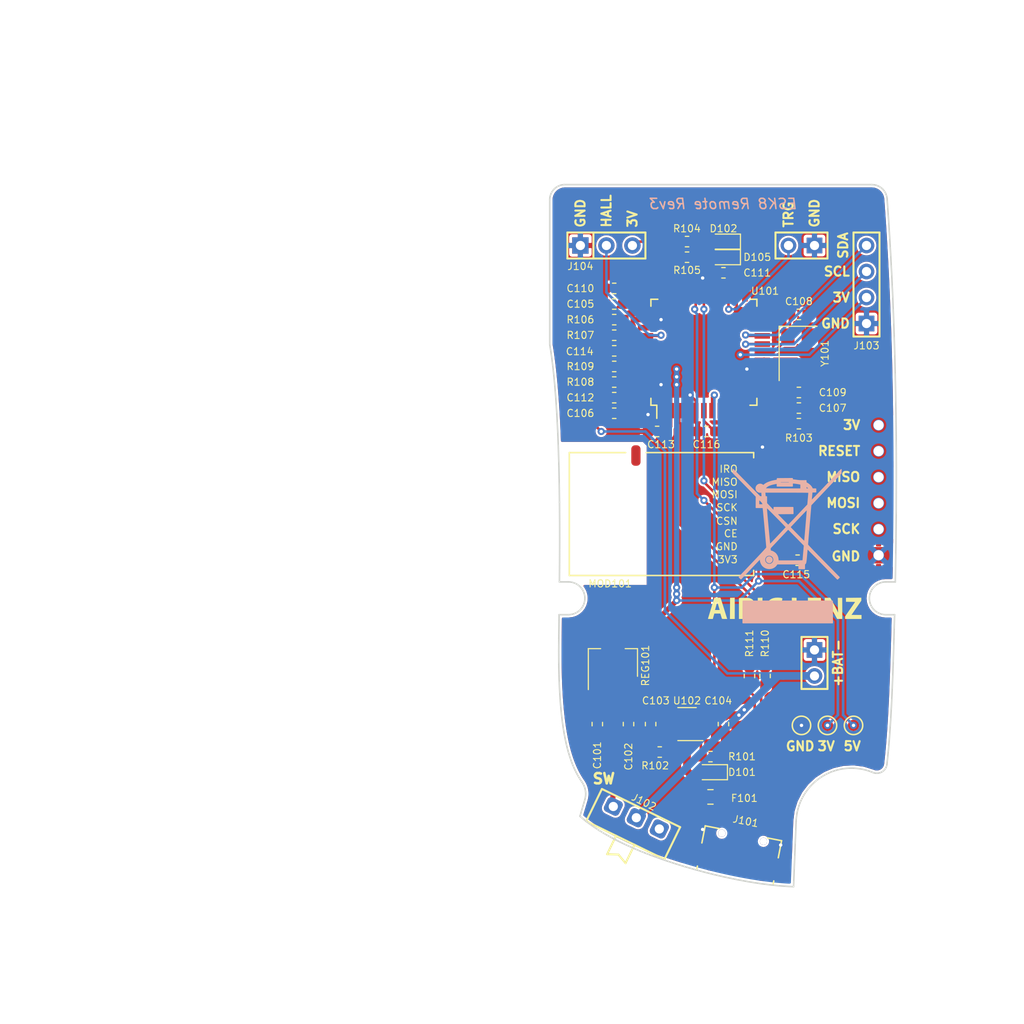
<source format=kicad_pcb>
(kicad_pcb (version 20171130) (host pcbnew "(5.1.2-1)-1")

  (general
    (thickness 1.6)
    (drawings 59)
    (tracks 307)
    (zones 0)
    (modules 50)
    (nets 50)
  )

  (page A4)
  (layers
    (0 F.Cu signal)
    (31 B.Cu signal)
    (32 B.Adhes user)
    (33 F.Adhes user)
    (34 B.Paste user)
    (35 F.Paste user)
    (36 B.SilkS user hide)
    (37 F.SilkS user)
    (38 B.Mask user)
    (39 F.Mask user)
    (40 Dwgs.User user)
    (41 Cmts.User user)
    (42 Eco1.User user)
    (43 Eco2.User user)
    (44 Edge.Cuts user)
    (45 Margin user)
    (46 B.CrtYd user)
    (47 F.CrtYd user)
    (48 B.Fab user hide)
    (49 F.Fab user hide)
  )

  (setup
    (last_trace_width 0.25)
    (user_trace_width 0.3)
    (user_trace_width 0.4)
    (user_trace_width 0.5)
    (user_trace_width 0.75)
    (user_trace_width 1)
    (trace_clearance 0.2)
    (zone_clearance 0.2)
    (zone_45_only no)
    (trace_min 0.25)
    (via_size 0.7)
    (via_drill 0.3302)
    (via_min_size 0.7)
    (via_min_drill 0.3302)
    (uvia_size 0.7)
    (uvia_drill 0.3302)
    (uvias_allowed no)
    (uvia_min_size 0.2)
    (uvia_min_drill 0.1)
    (edge_width 0.2)
    (segment_width 0.2)
    (pcb_text_width 0.3)
    (pcb_text_size 1.5 1.5)
    (mod_edge_width 0.2)
    (mod_text_size 0.7 0.7)
    (mod_text_width 0.1)
    (pad_size 0.9 2)
    (pad_drill 0)
    (pad_to_mask_clearance 0.055)
    (solder_mask_min_width 0.25)
    (aux_axis_origin 0 0)
    (visible_elements FFFFFF7F)
    (pcbplotparams
      (layerselection 0x010fc_ffffffff)
      (usegerberextensions false)
      (usegerberattributes false)
      (usegerberadvancedattributes false)
      (creategerberjobfile false)
      (excludeedgelayer true)
      (linewidth 0.100000)
      (plotframeref false)
      (viasonmask false)
      (mode 1)
      (useauxorigin false)
      (hpglpennumber 1)
      (hpglpenspeed 20)
      (hpglpendiameter 15.000000)
      (psnegative false)
      (psa4output false)
      (plotreference true)
      (plotvalue true)
      (plotinvisibletext false)
      (padsonsilk false)
      (subtractmaskfromsilk false)
      (outputformat 1)
      (mirror false)
      (drillshape 1)
      (scaleselection 1)
      (outputdirectory ""))
  )

  (net 0 "")
  (net 1 -BATT)
  (net 2 "Net-(C101-Pad1)")
  (net 3 +3V3)
  (net 4 +5V)
  (net 5 +BATT)
  (net 6 "Net-(C108-Pad1)")
  (net 7 "Net-(C109-Pad1)")
  (net 8 "Net-(C112-Pad1)")
  (net 9 "Net-(D101-Pad1)")
  (net 10 "Net-(D102-Pad2)")
  (net 11 "Net-(D105-Pad2)")
  (net 12 A1)
  (net 13 RESET)
  (net 14 MISO)
  (net 15 MOSI)
  (net 16 SCK)
  (net 17 D8)
  (net 18 D7)
  (net 19 "Net-(R101-Pad1)")
  (net 20 "Net-(R102-Pad2)")
  (net 21 D13)
  (net 22 A2)
  (net 23 A3)
  (net 24 "Net-(J101-Pad4)")
  (net 25 "Net-(J101-Pad3)")
  (net 26 "Net-(J101-Pad2)")
  (net 27 "Net-(MOD101-Pad8)")
  (net 28 A5)
  (net 29 A4)
  (net 30 A0)
  (net 31 "Net-(U101-Pad33)")
  (net 32 D5)
  (net 33 D10)
  (net 34 D9)
  (net 35 D6)
  (net 36 D12)
  (net 37 D4)
  (net 38 "Net-(U101-Pad22)")
  (net 39 D1)
  (net 40 D0)
  (net 41 D11)
  (net 42 "Net-(U101-Pad8)")
  (net 43 D2_SDA)
  (net 44 D3_SCL)
  (net 45 "Net-(J102-Pad3)")
  (net 46 "Net-(C116-Pad2)")
  (net 47 "Net-(F101-Pad2)")
  (net 48 UD+)
  (net 49 UD-)

  (net_class Default "This is the default net class."
    (clearance 0.2)
    (trace_width 0.25)
    (via_dia 0.7)
    (via_drill 0.3302)
    (uvia_dia 0.7)
    (uvia_drill 0.3302)
    (diff_pair_width 0.25)
    (diff_pair_gap 0.2)
    (add_net +3V3)
    (add_net +5V)
    (add_net +BATT)
    (add_net -BATT)
    (add_net A0)
    (add_net A1)
    (add_net A2)
    (add_net A3)
    (add_net A4)
    (add_net A5)
    (add_net D0)
    (add_net D1)
    (add_net D10)
    (add_net D11)
    (add_net D12)
    (add_net D13)
    (add_net D2_SDA)
    (add_net D3_SCL)
    (add_net D4)
    (add_net D5)
    (add_net D6)
    (add_net D7)
    (add_net D8)
    (add_net D9)
    (add_net MISO)
    (add_net MOSI)
    (add_net "Net-(C101-Pad1)")
    (add_net "Net-(C108-Pad1)")
    (add_net "Net-(C109-Pad1)")
    (add_net "Net-(C112-Pad1)")
    (add_net "Net-(C116-Pad2)")
    (add_net "Net-(D101-Pad1)")
    (add_net "Net-(D102-Pad2)")
    (add_net "Net-(D105-Pad2)")
    (add_net "Net-(F101-Pad2)")
    (add_net "Net-(J101-Pad2)")
    (add_net "Net-(J101-Pad3)")
    (add_net "Net-(J101-Pad4)")
    (add_net "Net-(J102-Pad3)")
    (add_net "Net-(MOD101-Pad8)")
    (add_net "Net-(R101-Pad1)")
    (add_net "Net-(R102-Pad2)")
    (add_net "Net-(U101-Pad22)")
    (add_net "Net-(U101-Pad33)")
    (add_net "Net-(U101-Pad8)")
    (add_net RESET)
    (add_net SCK)
    (add_net UD+)
    (add_net UD-)
  )

  (module Airic_Lenz:Fiducial (layer F.Cu) (tedit 54469298) (tstamp 5CF16FF2)
    (at 114.3 50.292)
    (path /5D13DB35)
    (fp_text reference FID102 (at 0 2.54) (layer F.SilkS) hide
      (effects (font (size 1.016 1.016) (thickness 0.1524)))
    )
    (fp_text value Fiducial (at 0 -2.54) (layer F.SilkS) hide
      (effects (font (size 1.016 1.016) (thickness 0.1524)))
    )
    (pad "" smd circle (at 0 0) (size 1 1) (layers F.Cu F.Mask)
      (solder_mask_margin 1) (clearance 1))
  )

  (module Airic_Lenz:Fiducial (layer F.Cu) (tedit 54469298) (tstamp 5CF16FED)
    (at 126.746 105.664)
    (path /5D13D2E2)
    (fp_text reference FID101 (at 0 2.54) (layer F.SilkS) hide
      (effects (font (size 1.016 1.016) (thickness 0.1524)))
    )
    (fp_text value Fiducial (at 0 -2.54) (layer F.SilkS) hide
      (effects (font (size 1.016 1.016) (thickness 0.1524)))
    )
    (pad "" smd circle (at 0 0) (size 1 1) (layers F.Cu F.Mask)
      (solder_mask_margin 1) (clearance 1))
  )

  (module Resistor_SMD:R_0603_1608Metric_Pad1.05x0.95mm_HandSolder (layer F.Cu) (tedit 5B301BBD) (tstamp 5CF0ED9F)
    (at 123.19 96.012 90)
    (descr "Resistor SMD 0603 (1608 Metric), square (rectangular) end terminal, IPC_7351 nominal with elongated pad for handsoldering. (Body size source: http://www.tortai-tech.com/upload/download/2011102023233369053.pdf), generated with kicad-footprint-generator")
    (tags "resistor handsolder")
    (path /5CF7555C)
    (attr smd)
    (fp_text reference R111 (at 3.175 0 90) (layer F.SilkS)
      (effects (font (size 0.7 0.7) (thickness 0.1)))
    )
    (fp_text value 22 (at 0 1.43 90) (layer F.Fab)
      (effects (font (size 1 1) (thickness 0.15)))
    )
    (fp_text user %R (at 0 0 90) (layer F.Fab)
      (effects (font (size 0.7 0.7) (thickness 0.1)))
    )
    (fp_line (start 1.65 0.73) (end -1.65 0.73) (layer F.CrtYd) (width 0.05))
    (fp_line (start 1.65 -0.73) (end 1.65 0.73) (layer F.CrtYd) (width 0.05))
    (fp_line (start -1.65 -0.73) (end 1.65 -0.73) (layer F.CrtYd) (width 0.05))
    (fp_line (start -1.65 0.73) (end -1.65 -0.73) (layer F.CrtYd) (width 0.05))
    (fp_line (start -0.171267 0.51) (end 0.171267 0.51) (layer F.SilkS) (width 0.12))
    (fp_line (start -0.171267 -0.51) (end 0.171267 -0.51) (layer F.SilkS) (width 0.12))
    (fp_line (start 0.8 0.4) (end -0.8 0.4) (layer F.Fab) (width 0.1))
    (fp_line (start 0.8 -0.4) (end 0.8 0.4) (layer F.Fab) (width 0.1))
    (fp_line (start -0.8 -0.4) (end 0.8 -0.4) (layer F.Fab) (width 0.1))
    (fp_line (start -0.8 0.4) (end -0.8 -0.4) (layer F.Fab) (width 0.1))
    (pad 2 smd roundrect (at 0.875 0 90) (size 1.05 0.95) (layers F.Cu F.Paste F.Mask) (roundrect_rratio 0.25)
      (net 49 UD-))
    (pad 1 smd roundrect (at -0.875 0 90) (size 1.05 0.95) (layers F.Cu F.Paste F.Mask) (roundrect_rratio 0.25)
      (net 26 "Net-(J101-Pad2)"))
    (model ${KISYS3DMOD}/Resistor_SMD.3dshapes/R_0603_1608Metric.wrl
      (at (xyz 0 0 0))
      (scale (xyz 1 1 1))
      (rotate (xyz 0 0 0))
    )
  )

  (module Resistor_SMD:R_0603_1608Metric_Pad1.05x0.95mm_HandSolder (layer F.Cu) (tedit 5B301BBD) (tstamp 5CF0ED8E)
    (at 124.714 96.012 270)
    (descr "Resistor SMD 0603 (1608 Metric), square (rectangular) end terminal, IPC_7351 nominal with elongated pad for handsoldering. (Body size source: http://www.tortai-tech.com/upload/download/2011102023233369053.pdf), generated with kicad-footprint-generator")
    (tags "resistor handsolder")
    (path /5CF74B43)
    (attr smd)
    (fp_text reference R110 (at -3.175 0 90) (layer F.SilkS)
      (effects (font (size 0.7 0.7) (thickness 0.1)))
    )
    (fp_text value 22 (at 0 1.43 90) (layer F.Fab)
      (effects (font (size 1 1) (thickness 0.15)))
    )
    (fp_text user %R (at 0 0 90) (layer F.Fab)
      (effects (font (size 0.7 0.7) (thickness 0.1)))
    )
    (fp_line (start 1.65 0.73) (end -1.65 0.73) (layer F.CrtYd) (width 0.05))
    (fp_line (start 1.65 -0.73) (end 1.65 0.73) (layer F.CrtYd) (width 0.05))
    (fp_line (start -1.65 -0.73) (end 1.65 -0.73) (layer F.CrtYd) (width 0.05))
    (fp_line (start -1.65 0.73) (end -1.65 -0.73) (layer F.CrtYd) (width 0.05))
    (fp_line (start -0.171267 0.51) (end 0.171267 0.51) (layer F.SilkS) (width 0.12))
    (fp_line (start -0.171267 -0.51) (end 0.171267 -0.51) (layer F.SilkS) (width 0.12))
    (fp_line (start 0.8 0.4) (end -0.8 0.4) (layer F.Fab) (width 0.1))
    (fp_line (start 0.8 -0.4) (end 0.8 0.4) (layer F.Fab) (width 0.1))
    (fp_line (start -0.8 -0.4) (end 0.8 -0.4) (layer F.Fab) (width 0.1))
    (fp_line (start -0.8 0.4) (end -0.8 -0.4) (layer F.Fab) (width 0.1))
    (pad 2 smd roundrect (at 0.875 0 270) (size 1.05 0.95) (layers F.Cu F.Paste F.Mask) (roundrect_rratio 0.25)
      (net 25 "Net-(J101-Pad3)"))
    (pad 1 smd roundrect (at -0.875 0 270) (size 1.05 0.95) (layers F.Cu F.Paste F.Mask) (roundrect_rratio 0.25)
      (net 48 UD+))
    (model ${KISYS3DMOD}/Resistor_SMD.3dshapes/R_0603_1608Metric.wrl
      (at (xyz 0 0 0))
      (scale (xyz 1 1 1))
      (rotate (xyz 0 0 0))
    )
  )

  (module Fuse:Fuse_0805_2012Metric_Pad1.15x1.40mm_HandSolder (layer F.Cu) (tedit 5B36C52C) (tstamp 5CF103AA)
    (at 119.38 107.823)
    (descr "Fuse SMD 0805 (2012 Metric), square (rectangular) end terminal, IPC_7351 nominal with elongated pad for handsoldering. (Body size source: https://docs.google.com/spreadsheets/d/1BsfQQcO9C6DZCsRaXUlFlo91Tg2WpOkGARC1WS5S8t0/edit?usp=sharing), generated with kicad-footprint-generator")
    (tags "resistor handsolder")
    (path /5D01C81D)
    (attr smd)
    (fp_text reference F101 (at 3.311 0.127) (layer F.SilkS)
      (effects (font (size 0.7 0.7) (thickness 0.1)))
    )
    (fp_text value Polyfuse (at 0 1.65) (layer F.Fab)
      (effects (font (size 1 1) (thickness 0.15)))
    )
    (fp_text user %R (at 0 0) (layer F.Fab)
      (effects (font (size 0.7 0.7) (thickness 0.1)))
    )
    (fp_line (start 1.85 0.95) (end -1.85 0.95) (layer F.CrtYd) (width 0.05))
    (fp_line (start 1.85 -0.95) (end 1.85 0.95) (layer F.CrtYd) (width 0.05))
    (fp_line (start -1.85 -0.95) (end 1.85 -0.95) (layer F.CrtYd) (width 0.05))
    (fp_line (start -1.85 0.95) (end -1.85 -0.95) (layer F.CrtYd) (width 0.05))
    (fp_line (start -0.261252 0.71) (end 0.261252 0.71) (layer F.SilkS) (width 0.12))
    (fp_line (start -0.261252 -0.71) (end 0.261252 -0.71) (layer F.SilkS) (width 0.12))
    (fp_line (start 1 0.6) (end -1 0.6) (layer F.Fab) (width 0.1))
    (fp_line (start 1 -0.6) (end 1 0.6) (layer F.Fab) (width 0.1))
    (fp_line (start -1 -0.6) (end 1 -0.6) (layer F.Fab) (width 0.1))
    (fp_line (start -1 0.6) (end -1 -0.6) (layer F.Fab) (width 0.1))
    (pad 2 smd roundrect (at 1.025 0) (size 1.15 1.4) (layers F.Cu F.Paste F.Mask) (roundrect_rratio 0.217391)
      (net 47 "Net-(F101-Pad2)"))
    (pad 1 smd roundrect (at -1.025 0) (size 1.15 1.4) (layers F.Cu F.Paste F.Mask) (roundrect_rratio 0.217391)
      (net 4 +5V))
    (model ${KISYS3DMOD}/Fuse.3dshapes/Fuse_0805_2012Metric.wrl
      (at (xyz 0 0 0))
      (scale (xyz 1 1 1))
      (rotate (xyz 0 0 0))
    )
  )

  (module Capacitor_SMD:C_0603_1608Metric_Pad1.05x0.95mm_HandSolder (layer F.Cu) (tedit 5B301BBE) (tstamp 5CF0EAEA)
    (at 118.999 72.136)
    (descr "Capacitor SMD 0603 (1608 Metric), square (rectangular) end terminal, IPC_7351 nominal with elongated pad for handsoldering. (Body size source: http://www.tortai-tech.com/upload/download/2011102023233369053.pdf), generated with kicad-footprint-generator")
    (tags "capacitor handsolder")
    (path /5CFC8A5A)
    (attr smd)
    (fp_text reference C116 (at 0 1.27) (layer F.SilkS)
      (effects (font (size 0.7 0.7) (thickness 0.1)))
    )
    (fp_text value 1uF (at 0 1.43) (layer F.Fab)
      (effects (font (size 1 1) (thickness 0.15)))
    )
    (fp_text user %R (at 0 0) (layer F.Fab)
      (effects (font (size 0.7 0.7) (thickness 0.1)))
    )
    (fp_line (start 1.65 0.73) (end -1.65 0.73) (layer F.CrtYd) (width 0.05))
    (fp_line (start 1.65 -0.73) (end 1.65 0.73) (layer F.CrtYd) (width 0.05))
    (fp_line (start -1.65 -0.73) (end 1.65 -0.73) (layer F.CrtYd) (width 0.05))
    (fp_line (start -1.65 0.73) (end -1.65 -0.73) (layer F.CrtYd) (width 0.05))
    (fp_line (start -0.171267 0.51) (end 0.171267 0.51) (layer F.SilkS) (width 0.12))
    (fp_line (start -0.171267 -0.51) (end 0.171267 -0.51) (layer F.SilkS) (width 0.12))
    (fp_line (start 0.8 0.4) (end -0.8 0.4) (layer F.Fab) (width 0.1))
    (fp_line (start 0.8 -0.4) (end 0.8 0.4) (layer F.Fab) (width 0.1))
    (fp_line (start -0.8 -0.4) (end 0.8 -0.4) (layer F.Fab) (width 0.1))
    (fp_line (start -0.8 0.4) (end -0.8 -0.4) (layer F.Fab) (width 0.1))
    (pad 2 smd roundrect (at 0.875 0) (size 1.05 0.95) (layers F.Cu F.Paste F.Mask) (roundrect_rratio 0.25)
      (net 46 "Net-(C116-Pad2)"))
    (pad 1 smd roundrect (at -0.875 0) (size 1.05 0.95) (layers F.Cu F.Paste F.Mask) (roundrect_rratio 0.25)
      (net 1 -BATT))
    (model ${KISYS3DMOD}/Capacitor_SMD.3dshapes/C_0603_1608Metric.wrl
      (at (xyz 0 0 0))
      (scale (xyz 1 1 1))
      (rotate (xyz 0 0 0))
    )
  )

  (module "Airic_Lenz:NRF24L01 SMD Module" locked (layer F.Cu) (tedit 5CEE8570) (tstamp 5CF159A8)
    (at 123.6 80.2 90)
    (path /5B7B341D)
    (fp_text reference MOD101 (at -6.8 -16.2 180) (layer F.SilkS)
      (effects (font (size 0.7 0.7) (thickness 0.1)) (justify left))
    )
    (fp_text value nRF24L01 (at -4.5 -11) (layer F.Fab)
      (effects (font (size 0.7 0.7) (thickness 0.1)))
    )
    (fp_line (start -5.5 0) (end -6 0) (layer F.SilkS) (width 0.15))
    (fp_line (start -6 0) (end -6 -18) (layer F.SilkS) (width 0.15))
    (fp_line (start -6 -18) (end 6 -18) (layer F.SilkS) (width 0.15))
    (fp_line (start 6 -10.5) (end 6 0) (layer F.SilkS) (width 0.15))
    (fp_line (start 6 0) (end 5.5 0) (layer F.SilkS) (width 0.15))
    (fp_text user 3V3 (at -4.445 -1.5) (layer F.SilkS)
      (effects (font (size 0.7 0.7) (thickness 0.1)) (justify right))
    )
    (fp_text user GND (at -3.175 -1.5) (layer F.SilkS)
      (effects (font (size 0.7 0.7) (thickness 0.1)) (justify right))
    )
    (fp_text user CE (at -1.905 -1.5) (layer F.SilkS)
      (effects (font (size 0.7 0.7) (thickness 0.1)) (justify right))
    )
    (fp_text user CSN (at -0.69 -1.5) (layer F.SilkS)
      (effects (font (size 0.7 0.7) (thickness 0.1)) (justify right))
    )
    (fp_text user SCK (at 0.635 -1.5) (layer F.SilkS)
      (effects (font (size 0.7 0.7) (thickness 0.1)) (justify right))
    )
    (fp_text user MOSI (at 1.905 -1.5) (layer F.SilkS)
      (effects (font (size 0.7 0.7) (thickness 0.1)) (justify right))
    )
    (fp_text user MISO (at 3.12 -1.5) (layer F.SilkS)
      (effects (font (size 0.7 0.7) (thickness 0.1)) (justify right))
    )
    (fp_text user IRQ (at 4.39 -1.5) (layer F.SilkS)
      (effects (font (size 0.7 0.7) (thickness 0.1)) (justify right))
    )
    (fp_line (start 6 -18) (end 6 -12.5) (layer F.SilkS) (width 0.15))
    (pad 1 smd roundrect (at -4.445 0.254 90) (size 0.9 2.5) (layers F.Cu F.Paste F.Mask) (roundrect_rratio 0.4)
      (net 3 +3V3))
    (pad 2 smd roundrect (at -3.175 0.254 90) (size 0.9 2.5) (layers F.Cu F.Paste F.Mask) (roundrect_rratio 0.4)
      (net 1 -BATT))
    (pad 3 smd roundrect (at -1.905 0.254 90) (size 0.9 2.5) (layers F.Cu F.Paste F.Mask) (roundrect_rratio 0.4)
      (net 34 D9))
    (pad 4 smd roundrect (at -0.635 0.254 90) (size 0.9 2.5) (layers F.Cu F.Paste F.Mask) (roundrect_rratio 0.4)
      (net 17 D8))
    (pad 5 smd roundrect (at 0.635 0.254 90) (size 0.9 2.5) (layers F.Cu F.Paste F.Mask) (roundrect_rratio 0.4)
      (net 16 SCK))
    (pad 6 smd roundrect (at 1.905 0.254 90) (size 0.9 2.5) (layers F.Cu F.Paste F.Mask) (roundrect_rratio 0.4)
      (net 15 MOSI))
    (pad 7 smd roundrect (at 3.175 0.254 90) (size 0.9 2.5) (layers F.Cu F.Paste F.Mask) (roundrect_rratio 0.4)
      (net 14 MISO))
    (pad 8 smd roundrect (at 4.445 0.254 90) (size 0.9 2.5) (layers F.Cu F.Paste F.Mask) (roundrect_rratio 0.4)
      (net 27 "Net-(MOD101-Pad8)"))
    (pad 9 smd roundrect (at 5.715 -11.5 180) (size 0.9 2) (layers F.Cu F.Paste F.Mask) (roundrect_rratio 0.4))
  )

  (module Airic_Lenz:AiricLenz_LOGO_15mm (layer F.Cu) (tedit 0) (tstamp 5CF15ADD)
    (at 126.619 89.408)
    (path /5BD6363E)
    (fp_text reference Logo101 (at 0 1.75006) (layer F.SilkS) hide
      (effects (font (size 0.7 0.7) (thickness 0.1)))
    )
    (fp_text value Airic_Lenz_Logo (at 0 -1.75006) (layer F.SilkS) hide
      (effects (font (size 0.36576 0.36576) (thickness 0.07112)))
    )
    (fp_poly (pts (xy 7.51332 1.03632) (xy 6.70814 1.03632) (xy 5.9055 1.03632) (xy 5.9055 0.9144)
      (xy 5.9055 0.79248) (xy 6.39318 0.0889) (xy 6.49732 -0.05842) (xy 6.59384 -0.19812)
      (xy 6.6802 -0.32258) (xy 6.75386 -0.4318) (xy 6.81482 -0.51816) (xy 6.85546 -0.57912)
      (xy 6.87832 -0.61468) (xy 6.88086 -0.61976) (xy 6.86308 -0.6223) (xy 6.80974 -0.62738)
      (xy 6.72592 -0.62992) (xy 6.61924 -0.63246) (xy 6.49478 -0.635) (xy 6.4389 -0.635)
      (xy 5.99694 -0.64008) (xy 5.99694 -0.83312) (xy 5.99694 -1.02616) (xy 6.7437 -1.03124)
      (xy 7.493 -1.03886) (xy 7.493 -0.89154) (xy 7.493 -0.74676) (xy 7.01294 -0.05334)
      (xy 6.53542 0.64008) (xy 7.0231 0.64516) (xy 7.51332 0.65024) (xy 7.51332 0.84328)
      (xy 7.51332 1.03632)) (layer F.SilkS) (width 0.00254))
    (fp_poly (pts (xy 5.6388 1.03632) (xy 5.38734 1.03632) (xy 5.13334 1.03632) (xy 4.91236 0.635)
      (xy 4.80822 0.44704) (xy 4.71932 0.28702) (xy 4.6482 0.15494) (xy 4.58978 0.04318)
      (xy 4.53898 -0.0508) (xy 4.49834 -0.13462) (xy 4.46024 -0.21336) (xy 4.42722 -0.28448)
      (xy 4.39166 -0.36068) (xy 4.36118 -0.42418) (xy 4.3434 -0.46228) (xy 4.33832 -0.4699)
      (xy 4.33578 -0.45466) (xy 4.33324 -0.40132) (xy 4.3307 -0.3175) (xy 4.3307 -0.20574)
      (xy 4.3307 -0.06858) (xy 4.3307 0.08382) (xy 4.33324 0.254) (xy 4.33324 0.27432)
      (xy 4.33832 1.03632) (xy 4.12242 1.03632) (xy 3.90906 1.03632) (xy 3.91414 0.00508)
      (xy 3.91922 -1.02616) (xy 4.18592 -1.03124) (xy 4.45516 -1.03886) (xy 4.69392 -0.61722)
      (xy 4.89204 -0.25654) (xy 5.06984 0.0889) (xy 5.207 0.38608) (xy 5.21716 0.39878)
      (xy 5.22224 0.38608) (xy 5.22478 0.34036) (xy 5.22224 0.26162) (xy 5.2197 0.19304)
      (xy 5.21462 0.09906) (xy 5.21208 -0.02286) (xy 5.20954 -0.17018) (xy 5.207 -0.32512)
      (xy 5.20446 -0.4826) (xy 5.20446 -0.53848) (xy 5.20192 -1.02616) (xy 5.41528 -1.02616)
      (xy 5.62864 -1.02616) (xy 5.63372 0.00508) (xy 5.6388 1.03632)) (layer F.SilkS) (width 0.00254))
    (fp_poly (pts (xy 3.60426 1.03632) (xy 2.94132 1.03632) (xy 2.27838 1.03632) (xy 2.27838 0)
      (xy 2.27838 -1.03886) (xy 2.91592 -1.03124) (xy 3.55092 -1.02616) (xy 3.55854 -0.8382)
      (xy 3.56362 -0.65024) (xy 3.15468 -0.65024) (xy 2.74828 -0.65024) (xy 2.74828 -0.42672)
      (xy 2.74828 -0.2032) (xy 3.1242 -0.2032) (xy 3.50266 -0.2032) (xy 3.50266 -0.01778)
      (xy 3.50266 0.16256) (xy 3.1242 0.16256) (xy 2.74828 0.16256) (xy 2.74828 0.4064)
      (xy 2.74828 0.65024) (xy 3.16992 0.65532) (xy 3.5941 0.6604) (xy 3.59918 0.84836)
      (xy 3.60426 1.03632)) (layer F.SilkS) (width 0.00254))
    (fp_poly (pts (xy 1.9939 1.03632) (xy 1.35382 1.03632) (xy 0.7112 1.03632) (xy 0.7112 0)
      (xy 0.7112 -1.03886) (xy 0.9398 -1.03378) (xy 1.1684 -1.02616) (xy 1.17602 -0.18796)
      (xy 1.1811 0.65024) (xy 1.5875 0.65024) (xy 1.9939 0.65024) (xy 1.9939 0.84328)
      (xy 1.9939 1.03632)) (layer F.SilkS) (width 0.00254))
    (fp_poly (pts (xy -2.159 1.03632) (xy -2.39268 1.03632) (xy -2.62636 1.03632) (xy -2.62128 0.00508)
      (xy -2.6162 -1.02616) (xy -2.3876 -1.03378) (xy -2.159 -1.03886) (xy -2.159 0)
      (xy -2.159 1.03632)) (layer F.SilkS) (width 0.00254))
    (fp_poly (pts (xy -2.89814 1.016) (xy -2.9083 1.02616) (xy -2.93624 1.03378) (xy -2.98958 1.03632)
      (xy -3.07594 1.03632) (xy -3.12928 1.03632) (xy -3.37312 1.03632) (xy -3.41884 0.87884)
      (xy -3.4417 0.80264) (xy -3.4417 -0.42164) (xy -3.44424 -0.49276) (xy -3.45948 -0.54102)
      (xy -3.4925 -0.58166) (xy -3.49758 -0.58928) (xy -3.58648 -0.6477) (xy -3.70586 -0.68326)
      (xy -3.82016 -0.69088) (xy -3.8862 -0.69088) (xy -3.93192 -0.6858) (xy -3.9624 -0.67056)
      (xy -3.98018 -0.64008) (xy -3.9878 -0.5842) (xy -3.99034 -0.50292) (xy -3.99034 -0.38608)
      (xy -3.99034 -0.381) (xy -3.99034 -0.09398) (xy -3.83032 -0.10668) (xy -3.73888 -0.11684)
      (xy -3.65506 -0.13208) (xy -3.5941 -0.1524) (xy -3.51282 -0.21082) (xy -3.46202 -0.2921)
      (xy -3.4417 -0.40132) (xy -3.4417 -0.42164) (xy -3.4417 0.80264) (xy -3.44932 0.77724)
      (xy -3.4798 0.66294) (xy -3.5052 0.56896) (xy -3.5433 0.44958) (xy -3.5814 0.36322)
      (xy -3.62712 0.30226) (xy -3.68808 0.2667) (xy -3.76682 0.24384) (xy -3.85826 0.23114)
      (xy -3.99034 0.21844) (xy -3.99034 0.62738) (xy -3.99034 1.03632) (xy -4.22402 1.03632)
      (xy -4.4577 1.03632) (xy -4.4577 0.02032) (xy -4.4577 -0.99314) (xy -4.36118 -1.01092)
      (xy -4.31038 -1.016) (xy -4.22656 -1.02108) (xy -4.11988 -1.02362) (xy -3.99796 -1.02616)
      (xy -3.88874 -1.02616) (xy -3.74396 -1.02616) (xy -3.6322 -1.02362) (xy -3.54838 -1.01854)
      (xy -3.4798 -1.01092) (xy -3.42392 -0.99822) (xy -3.3909 -0.9906) (xy -3.24612 -0.93218)
      (xy -3.13182 -0.8509) (xy -3.048 -0.74676) (xy -3.04546 -0.74168) (xy -3.01498 -0.69088)
      (xy -2.9972 -0.64516) (xy -2.98704 -0.59436) (xy -2.9845 -0.52324) (xy -2.98196 -0.4572)
      (xy -2.9845 -0.36576) (xy -2.98958 -0.30226) (xy -3.00228 -0.254) (xy -3.0226 -0.20828)
      (xy -3.04292 -0.17018) (xy -3.11404 -0.08128) (xy -3.20548 -0.00508) (xy -3.21056 0)
      (xy -3.31724 0.06604) (xy -3.22834 0.14478) (xy -3.1877 0.18288) (xy -3.15722 0.22098)
      (xy -3.12674 0.26924) (xy -3.0988 0.3302) (xy -3.07086 0.41402) (xy -3.03784 0.5207)
      (xy -2.9972 0.66294) (xy -2.99466 0.67818) (xy -2.96418 0.78232) (xy -2.93878 0.8763)
      (xy -2.91592 0.94996) (xy -2.90322 0.99314) (xy -2.90068 1.00076) (xy -2.89814 1.016)) (layer F.SilkS) (width 0.00254))
    (fp_poly (pts (xy -4.86664 1.03632) (xy -5.10032 1.03632) (xy -5.334 1.03632) (xy -5.32892 0.00508)
      (xy -5.32384 -1.02616) (xy -5.09524 -1.03378) (xy -4.86664 -1.03886) (xy -4.86664 0)
      (xy -4.86664 1.03632)) (layer F.SilkS) (width 0.00254))
    (fp_poly (pts (xy -5.6007 1.03632) (xy -5.85724 1.03632) (xy -5.97154 1.03632) (xy -6.05028 1.03124)
      (xy -6.09854 1.02362) (xy -6.11886 1.01346) (xy -6.12648 0.98298) (xy -6.1468 0.92456)
      (xy -6.16966 0.84328) (xy -6.20014 0.7493) (xy -6.20014 0.74676) (xy -6.2738 0.508)
      (xy -6.3373 0.508) (xy -6.3373 0.16256) (xy -6.4135 -0.09652) (xy -6.44652 -0.21082)
      (xy -6.47954 -0.32766) (xy -6.50748 -0.43434) (xy -6.5278 -0.51308) (xy -6.54558 -0.5842)
      (xy -6.56336 -0.62992) (xy -6.57606 -0.6477) (xy -6.5786 -0.64516) (xy -6.58876 -0.61468)
      (xy -6.60654 -0.55626) (xy -6.62686 -0.47752) (xy -6.63448 -0.43688) (xy -6.66242 -0.33274)
      (xy -6.6929 -0.20828) (xy -6.72592 -0.0889) (xy -6.73608 -0.04572) (xy -6.79704 0.16256)
      (xy -6.5659 0.16256) (xy -6.3373 0.16256) (xy -6.3373 0.508) (xy -6.5659 0.508)
      (xy -6.86054 0.508) (xy -6.87832 0.57404) (xy -6.90118 0.6477) (xy -6.92912 0.7493)
      (xy -6.96214 0.86868) (xy -6.985 0.9525) (xy -7.00786 1.03632) (xy -7.24916 1.03632)
      (xy -7.35584 1.03632) (xy -7.4295 1.03378) (xy -7.47014 1.02616) (xy -7.48284 1.016)
      (xy -7.48284 1.01346) (xy -7.47522 0.98806) (xy -7.45744 0.92964) (xy -7.4295 0.8382)
      (xy -7.39394 0.72136) (xy -7.35076 0.57912) (xy -7.3025 0.4191) (xy -7.24916 0.2413)
      (xy -7.19328 0.05334) (xy -7.1882 0.04064) (xy -7.12978 -0.14732) (xy -7.07644 -0.3302)
      (xy -7.02564 -0.4953) (xy -6.97992 -0.64516) (xy -6.94182 -0.76962) (xy -6.91134 -0.86868)
      (xy -6.89102 -0.93726) (xy -6.88086 -0.97028) (xy -6.86054 -1.03632) (xy -6.55574 -1.03632)
      (xy -6.25348 -1.03632) (xy -6.16204 -0.74676) (xy -6.13156 -0.65532) (xy -6.09346 -0.53086)
      (xy -6.04774 -0.38354) (xy -5.99694 -0.21844) (xy -5.94106 -0.04572) (xy -5.88772 0.127)
      (xy -5.86486 0.2032) (xy -5.81406 0.36322) (xy -5.76834 0.51562) (xy -5.72516 0.65278)
      (xy -5.68706 0.77216) (xy -5.65912 0.8636) (xy -5.6388 0.9271) (xy -5.63118 0.9525)
      (xy -5.6007 1.03632)) (layer F.SilkS) (width 0.00254))
    (fp_poly (pts (xy -0.21082 -0.94742) (xy -0.21082 -0.92964) (xy -0.22352 -0.88646) (xy -0.23876 -0.82042)
      (xy -0.25654 -0.75184) (xy -0.27432 -0.68326) (xy -0.28956 -0.635) (xy -0.29718 -0.61214)
      (xy -0.3175 -0.61214) (xy -0.3683 -0.6223) (xy -0.43688 -0.63754) (xy -0.44704 -0.64008)
      (xy -0.62484 -0.66802) (xy -0.78994 -0.66294) (xy -0.94234 -0.62738) (xy -1.07696 -0.56134)
      (xy -1.18618 -0.46736) (xy -1.26746 -0.35052) (xy -1.2827 -0.32004) (xy -1.31826 -0.20828)
      (xy -1.33858 -0.07366) (xy -1.34112 0.06604) (xy -1.32842 0.19558) (xy -1.31572 0.24638)
      (xy -1.25476 0.39116) (xy -1.16332 0.508) (xy -1.04902 0.5969) (xy -0.90932 0.65532)
      (xy -0.74676 0.68072) (xy -0.56896 0.67564) (xy -0.5461 0.6731) (xy -0.46482 0.6604)
      (xy -0.39116 0.6477) (xy -0.34544 0.63754) (xy -0.3429 0.63754) (xy -0.3175 0.635)
      (xy -0.29972 0.64262) (xy -0.28702 0.66802) (xy -0.27432 0.72136) (xy -0.26416 0.78486)
      (xy -0.25146 0.8636) (xy -0.23876 0.9271) (xy -0.23114 0.96266) (xy -0.23114 0.96774)
      (xy -0.2413 0.9906) (xy -0.28448 1.01092) (xy -0.3556 1.03124) (xy -0.44958 1.04648)
      (xy -0.55626 1.05918) (xy -0.67056 1.0668) (xy -0.7874 1.06934) (xy -0.89916 1.0668)
      (xy -0.99822 1.05918) (xy -1.0541 1.04902) (xy -1.2573 0.98298) (xy -1.43002 0.89154)
      (xy -1.57226 0.77216) (xy -1.68402 0.62484) (xy -1.76784 0.45212) (xy -1.81864 0.25654)
      (xy -1.83388 0.03556) (xy -1.83388 0.03048) (xy -1.81864 -0.18288) (xy -1.77292 -0.37338)
      (xy -1.69418 -0.54356) (xy -1.58242 -0.69342) (xy -1.5494 -0.72898) (xy -1.4097 -0.8509)
      (xy -1.2573 -0.9398) (xy -1.08204 -1.00076) (xy -0.88646 -1.03632) (xy -0.69088 -1.04648)
      (xy -0.53086 -1.0414) (xy -0.40132 -1.0287) (xy -0.30226 -1.00838) (xy -0.23876 -0.98298)
      (xy -0.21082 -0.94742)) (layer F.SilkS) (width 0.00254))
  )

  (module Airic_Lenz:PinHeader_02x1 (layer F.Cu) (tedit 5BD5BD31) (tstamp 5CF14FC1)
    (at 129.54 53.975 180)
    (path /5D0713D0)
    (fp_text reference J106 (at 0.508 1.905) (layer F.SilkS) hide
      (effects (font (size 0.7 0.7) (thickness 0.1)))
    )
    (fp_text value Conn_Trigger (at 1.27 -1.905) (layer F.Fab) hide
      (effects (font (size 0.762 0.762) (thickness 0.127)))
    )
    (fp_line (start -1.27 1.27) (end -1.27 -1.27) (layer F.SilkS) (width 0.2))
    (fp_line (start -1.27 -1.27) (end 3.81 -1.27) (layer F.SilkS) (width 0.2))
    (fp_line (start 3.81 -1.27) (end 3.81 1.27) (layer F.SilkS) (width 0.2))
    (fp_line (start 3.81 1.27) (end -1.27 1.27) (layer F.SilkS) (width 0.2))
    (pad 2 thru_hole circle (at 2.54 0 180) (size 1.524 1.524) (drill 0.9) (layers *.Cu *.Mask)
      (net 37 D4))
    (pad 1 thru_hole rect (at 0 0 180) (size 1.524 1.524) (drill 0.9) (layers *.Cu *.Mask)
      (net 1 -BATT))
  )

  (module Airic_Lenz:PinHeader_03x1 (layer F.Cu) (tedit 5CDC47C8) (tstamp 5CF10498)
    (at 106.68 53.975)
    (path /5CFACE3D)
    (fp_text reference J104 (at 0 2.032) (layer F.SilkS)
      (effects (font (size 0.7 0.7) (thickness 0.1)))
    )
    (fp_text value Conn_Hall (at 2.54 -1.905) (layer F.Fab) hide
      (effects (font (size 0.762 0.762) (thickness 0.127)))
    )
    (fp_line (start 1.27 -1.27) (end 1.27 1.27) (layer F.SilkS) (width 0.2))
    (fp_line (start -1.27 1.27) (end -1.27 -1.27) (layer F.SilkS) (width 0.2))
    (fp_line (start -1.27 -1.27) (end 6.35 -1.27) (layer F.SilkS) (width 0.2))
    (fp_line (start 6.35 1.27) (end -1.27 1.27) (layer F.SilkS) (width 0.2))
    (fp_line (start 6.35 1.27) (end 6.35 -1.27) (layer F.SilkS) (width 0.2))
    (pad 3 thru_hole circle (at 5.08 0) (size 1.6 1.6) (drill 0.9) (layers *.Cu *.Mask)
      (net 3 +3V3))
    (pad 2 thru_hole circle (at 2.54 0) (size 1.6 1.6) (drill 0.9) (layers *.Cu *.Mask)
      (net 12 A1))
    (pad 1 thru_hole rect (at 0 0) (size 1.6 1.6) (drill 0.9) (layers *.Cu *.Mask)
      (net 1 -BATT))
  )

  (module Airic_Lenz:Micro_Switch_SSSS212-11 (layer F.Cu) (tedit 5CF03142) (tstamp 5CF10476)
    (at 112.141 109.855 334)
    (path /5CFDB2ED)
    (fp_text reference J102 (at 0 -1.7 154) (layer F.SilkS)
      (effects (font (size 0.7 0.7) (thickness 0.1)))
    )
    (fp_text value Conn_Switch (at 0 -7.62 154) (layer F.Fab)
      (effects (font (size 1 1) (thickness 0.15)))
    )
    (fp_line (start 1 4.45) (end 0 4) (layer F.SilkS) (width 0.2))
    (fp_line (start -1 4.45) (end 0 4) (layer F.SilkS) (width 0.2))
    (fp_line (start 1 2.45) (end 1 4.45) (layer F.SilkS) (width 0.2))
    (fp_line (start -1 2.45) (end -1 4.45) (layer F.SilkS) (width 0.2))
    (fp_line (start -4.25 -1.05) (end -4.25 2.45) (layer F.SilkS) (width 0.2))
    (fp_line (start 4.25 -1.05) (end -4.25 -1.05) (layer F.SilkS) (width 0.2))
    (fp_line (start 4.25 2.45) (end 4.25 -1.05) (layer F.SilkS) (width 0.2))
    (fp_line (start -4.25 2.45) (end 4.25 2.45) (layer F.SilkS) (width 0.2))
    (pad 3 thru_hole roundrect (at 2.5 0 334) (size 1.6 1.6) (drill 0.9) (layers *.Cu *.Mask) (roundrect_rratio 0.25)
      (net 45 "Net-(J102-Pad3)"))
    (pad 2 thru_hole roundrect (at 0 0 334) (size 1.6 1.6) (drill 0.9) (layers *.Cu *.Mask) (roundrect_rratio 0.25)
      (net 5 +BATT))
    (pad 1 thru_hole roundrect (at -2.5 0 334) (size 1.6 1.524) (drill 0.9) (layers *.Cu *.Mask) (roundrect_rratio 0.25)
      (net 2 "Net-(C101-Pad1)"))
  )

  (module Airic_Lenz:PinHeader_04x1 (layer F.Cu) (tedit 590B73BE) (tstamp 5CF0F166)
    (at 134.62 61.595 90)
    (path /5CF23744)
    (fp_text reference J103 (at -2.159 0 180) (layer F.SilkS)
      (effects (font (size 0.7 0.7) (thickness 0.1)))
    )
    (fp_text value Conn_01x04_Male (at 3.81 -1.905 90) (layer F.Fab) hide
      (effects (font (size 0.762 0.762) (thickness 0.127)))
    )
    (fp_line (start -1.27 1.27) (end -1.27 -1.27) (layer F.SilkS) (width 0.2))
    (fp_line (start -1.27 -1.27) (end 8.89 -1.27) (layer F.SilkS) (width 0.2))
    (fp_line (start 8.89 1.27) (end -1.27 1.27) (layer F.SilkS) (width 0.2))
    (fp_line (start 8.89 1.27) (end 8.89 -1.27) (layer F.SilkS) (width 0.2))
    (pad 4 thru_hole circle (at 7.62 0 90) (size 1.524 1.524) (drill 0.9) (layers *.Cu *.Mask)
      (net 43 D2_SDA))
    (pad 3 thru_hole circle (at 5.08 0 90) (size 1.524 1.524) (drill 0.9) (layers *.Cu *.Mask)
      (net 44 D3_SCL))
    (pad 2 thru_hole circle (at 2.54 0 90) (size 1.524 1.524) (drill 0.9) (layers *.Cu *.Mask)
      (net 3 +3V3))
    (pad 1 thru_hole rect (at 0 0 90) (size 1.524 1.524) (drill 0.9) (layers *.Cu *.Mask)
      (net 1 -BATT))
  )

  (module Capacitor_SMD:C_0603_1608Metric_Pad1.05x0.95mm_HandSolder (layer F.Cu) (tedit 5B301BBE) (tstamp 5CEF16B2)
    (at 127.889 84.709)
    (descr "Capacitor SMD 0603 (1608 Metric), square (rectangular) end terminal, IPC_7351 nominal with elongated pad for handsoldering. (Body size source: http://www.tortai-tech.com/upload/download/2011102023233369053.pdf), generated with kicad-footprint-generator")
    (tags "capacitor handsolder")
    (path /5CF28FEC)
    (attr smd)
    (fp_text reference C115 (at -0.127 1.397) (layer F.SilkS)
      (effects (font (size 0.7 0.7) (thickness 0.1)))
    )
    (fp_text value 1uF (at 0 1.43) (layer F.Fab)
      (effects (font (size 1 1) (thickness 0.15)))
    )
    (fp_text user %R (at 0 0) (layer F.Fab)
      (effects (font (size 0.7 0.7) (thickness 0.1)))
    )
    (fp_line (start 1.65 0.73) (end -1.65 0.73) (layer F.CrtYd) (width 0.05))
    (fp_line (start 1.65 -0.73) (end 1.65 0.73) (layer F.CrtYd) (width 0.05))
    (fp_line (start -1.65 -0.73) (end 1.65 -0.73) (layer F.CrtYd) (width 0.05))
    (fp_line (start -1.65 0.73) (end -1.65 -0.73) (layer F.CrtYd) (width 0.05))
    (fp_line (start -0.171267 0.51) (end 0.171267 0.51) (layer F.SilkS) (width 0.12))
    (fp_line (start -0.171267 -0.51) (end 0.171267 -0.51) (layer F.SilkS) (width 0.12))
    (fp_line (start 0.8 0.4) (end -0.8 0.4) (layer F.Fab) (width 0.1))
    (fp_line (start 0.8 -0.4) (end 0.8 0.4) (layer F.Fab) (width 0.1))
    (fp_line (start -0.8 -0.4) (end 0.8 -0.4) (layer F.Fab) (width 0.1))
    (fp_line (start -0.8 0.4) (end -0.8 -0.4) (layer F.Fab) (width 0.1))
    (pad 2 smd roundrect (at 0.875 0) (size 1.05 0.95) (layers F.Cu F.Paste F.Mask) (roundrect_rratio 0.25)
      (net 1 -BATT))
    (pad 1 smd roundrect (at -0.875 0) (size 1.05 0.95) (layers F.Cu F.Paste F.Mask) (roundrect_rratio 0.25)
      (net 3 +3V3))
    (model ${KISYS3DMOD}/Capacitor_SMD.3dshapes/C_0603_1608Metric.wrl
      (at (xyz 0 0 0))
      (scale (xyz 1 1 1))
      (rotate (xyz 0 0 0))
    )
  )

  (module Capacitor_SMD:C_0603_1608Metric_Pad1.05x0.95mm_HandSolder (layer F.Cu) (tedit 5B301BBE) (tstamp 5CED5DF0)
    (at 109.982 64.262)
    (descr "Capacitor SMD 0603 (1608 Metric), square (rectangular) end terminal, IPC_7351 nominal with elongated pad for handsoldering. (Body size source: http://www.tortai-tech.com/upload/download/2011102023233369053.pdf), generated with kicad-footprint-generator")
    (tags "capacitor handsolder")
    (path /5CEE771B)
    (attr smd)
    (fp_text reference C114 (at -3.3655 0.0635) (layer F.SilkS)
      (effects (font (size 0.7 0.7) (thickness 0.1)))
    )
    (fp_text value 1uF (at 0 1.43) (layer F.Fab)
      (effects (font (size 1 1) (thickness 0.15)))
    )
    (fp_text user %R (at 0 0) (layer F.Fab)
      (effects (font (size 0.7 0.7) (thickness 0.1)))
    )
    (fp_line (start 1.65 0.73) (end -1.65 0.73) (layer F.CrtYd) (width 0.05))
    (fp_line (start 1.65 -0.73) (end 1.65 0.73) (layer F.CrtYd) (width 0.05))
    (fp_line (start -1.65 -0.73) (end 1.65 -0.73) (layer F.CrtYd) (width 0.05))
    (fp_line (start -1.65 0.73) (end -1.65 -0.73) (layer F.CrtYd) (width 0.05))
    (fp_line (start -0.171267 0.51) (end 0.171267 0.51) (layer F.SilkS) (width 0.12))
    (fp_line (start -0.171267 -0.51) (end 0.171267 -0.51) (layer F.SilkS) (width 0.12))
    (fp_line (start 0.8 0.4) (end -0.8 0.4) (layer F.Fab) (width 0.1))
    (fp_line (start 0.8 -0.4) (end 0.8 0.4) (layer F.Fab) (width 0.1))
    (fp_line (start -0.8 -0.4) (end 0.8 -0.4) (layer F.Fab) (width 0.1))
    (fp_line (start -0.8 0.4) (end -0.8 -0.4) (layer F.Fab) (width 0.1))
    (pad 2 smd roundrect (at 0.875 0) (size 1.05 0.95) (layers F.Cu F.Paste F.Mask) (roundrect_rratio 0.25)
      (net 23 A3))
    (pad 1 smd roundrect (at -0.875 0) (size 1.05 0.95) (layers F.Cu F.Paste F.Mask) (roundrect_rratio 0.25)
      (net 1 -BATT))
    (model ${KISYS3DMOD}/Capacitor_SMD.3dshapes/C_0603_1608Metric.wrl
      (at (xyz 0 0 0))
      (scale (xyz 1 1 1))
      (rotate (xyz 0 0 0))
    )
  )

  (module Package_QFP:TQFP-44_10x10mm_P0.8mm (layer F.Cu) (tedit 5A02F146) (tstamp 5CE7D637)
    (at 118.74 64.4 90)
    (descr "44-Lead Plastic Thin Quad Flatpack (PT) - 10x10x1.0 mm Body [TQFP] (see Microchip Packaging Specification 00000049BS.pdf)")
    (tags "QFP 0.8")
    (path /5B7B3569)
    (attr smd)
    (fp_text reference U101 (at 5.98 5.974 unlocked) (layer F.SilkS)
      (effects (font (size 0.7 0.7) (thickness 0.1)))
    )
    (fp_text value ATMEGA32U4 (at 0 7.45 90) (layer F.Fab)
      (effects (font (size 1 1) (thickness 0.15)))
    )
    (fp_line (start -5.175 -4.6) (end -6.45 -4.6) (layer F.SilkS) (width 0.15))
    (fp_line (start 5.175 -5.175) (end 4.5 -5.175) (layer F.SilkS) (width 0.15))
    (fp_line (start 5.175 5.175) (end 4.5 5.175) (layer F.SilkS) (width 0.15))
    (fp_line (start -5.175 5.175) (end -4.5 5.175) (layer F.SilkS) (width 0.15))
    (fp_line (start -5.175 -5.175) (end -4.5 -5.175) (layer F.SilkS) (width 0.15))
    (fp_line (start -5.175 5.175) (end -5.175 4.5) (layer F.SilkS) (width 0.15))
    (fp_line (start 5.175 5.175) (end 5.175 4.5) (layer F.SilkS) (width 0.15))
    (fp_line (start 5.175 -5.175) (end 5.175 -4.5) (layer F.SilkS) (width 0.15))
    (fp_line (start -5.175 -5.175) (end -5.175 -4.6) (layer F.SilkS) (width 0.15))
    (fp_line (start -6.7 6.7) (end 6.7 6.7) (layer F.CrtYd) (width 0.05))
    (fp_line (start -6.7 -6.7) (end 6.7 -6.7) (layer F.CrtYd) (width 0.05))
    (fp_line (start 6.7 -6.7) (end 6.7 6.7) (layer F.CrtYd) (width 0.05))
    (fp_line (start -6.7 -6.7) (end -6.7 6.7) (layer F.CrtYd) (width 0.05))
    (fp_line (start -5 -4) (end -4 -5) (layer F.Fab) (width 0.15))
    (fp_line (start -5 5) (end -5 -4) (layer F.Fab) (width 0.15))
    (fp_line (start 5 5) (end -5 5) (layer F.Fab) (width 0.15))
    (fp_line (start 5 -5) (end 5 5) (layer F.Fab) (width 0.15))
    (fp_line (start -4 -5) (end 5 -5) (layer F.Fab) (width 0.15))
    (fp_text user %R (at 0 0 90) (layer F.Fab)
      (effects (font (size 0.7 0.7) (thickness 0.1)))
    )
    (pad 44 smd rect (at -4 -5.7 180) (size 1.5 0.55) (layers F.Cu F.Paste F.Mask)
      (net 3 +3V3))
    (pad 43 smd rect (at -3.2 -5.7 180) (size 1.5 0.55) (layers F.Cu F.Paste F.Mask)
      (net 1 -BATT))
    (pad 42 smd rect (at -2.4 -5.7 180) (size 1.5 0.55) (layers F.Cu F.Paste F.Mask)
      (net 8 "Net-(C112-Pad1)"))
    (pad 41 smd rect (at -1.6 -5.7 180) (size 1.5 0.55) (layers F.Cu F.Paste F.Mask)
      (net 28 A5))
    (pad 40 smd rect (at -0.8 -5.7 180) (size 1.5 0.55) (layers F.Cu F.Paste F.Mask)
      (net 29 A4))
    (pad 39 smd rect (at 0 -5.7 180) (size 1.5 0.55) (layers F.Cu F.Paste F.Mask)
      (net 23 A3))
    (pad 38 smd rect (at 0.8 -5.7 180) (size 1.5 0.55) (layers F.Cu F.Paste F.Mask)
      (net 22 A2))
    (pad 37 smd rect (at 1.6 -5.7 180) (size 1.5 0.55) (layers F.Cu F.Paste F.Mask)
      (net 12 A1))
    (pad 36 smd rect (at 2.4 -5.7 180) (size 1.5 0.55) (layers F.Cu F.Paste F.Mask)
      (net 30 A0))
    (pad 35 smd rect (at 3.2 -5.7 180) (size 1.5 0.55) (layers F.Cu F.Paste F.Mask)
      (net 1 -BATT))
    (pad 34 smd rect (at 4 -5.7 180) (size 1.5 0.55) (layers F.Cu F.Paste F.Mask)
      (net 3 +3V3))
    (pad 33 smd rect (at 5.7 -4 90) (size 1.5 0.55) (layers F.Cu F.Paste F.Mask)
      (net 31 "Net-(U101-Pad33)"))
    (pad 32 smd rect (at 5.7 -3.2 90) (size 1.5 0.55) (layers F.Cu F.Paste F.Mask)
      (net 21 D13))
    (pad 31 smd rect (at 5.7 -2.4 90) (size 1.5 0.55) (layers F.Cu F.Paste F.Mask)
      (net 32 D5))
    (pad 30 smd rect (at 5.7 -1.6 90) (size 1.5 0.55) (layers F.Cu F.Paste F.Mask)
      (net 33 D10))
    (pad 29 smd rect (at 5.7 -0.8 90) (size 1.5 0.55) (layers F.Cu F.Paste F.Mask)
      (net 34 D9))
    (pad 28 smd rect (at 5.7 0 90) (size 1.5 0.55) (layers F.Cu F.Paste F.Mask)
      (net 17 D8))
    (pad 27 smd rect (at 5.7 0.8 90) (size 1.5 0.55) (layers F.Cu F.Paste F.Mask)
      (net 35 D6))
    (pad 26 smd rect (at 5.7 1.6 90) (size 1.5 0.55) (layers F.Cu F.Paste F.Mask)
      (net 36 D12))
    (pad 25 smd rect (at 5.7 2.4 90) (size 1.5 0.55) (layers F.Cu F.Paste F.Mask)
      (net 37 D4))
    (pad 24 smd rect (at 5.7 3.2 90) (size 1.5 0.55) (layers F.Cu F.Paste F.Mask)
      (net 3 +3V3))
    (pad 23 smd rect (at 5.7 4 90) (size 1.5 0.55) (layers F.Cu F.Paste F.Mask)
      (net 1 -BATT))
    (pad 22 smd rect (at 4 5.7 180) (size 1.5 0.55) (layers F.Cu F.Paste F.Mask)
      (net 38 "Net-(U101-Pad22)"))
    (pad 21 smd rect (at 3.2 5.7 180) (size 1.5 0.55) (layers F.Cu F.Paste F.Mask)
      (net 39 D1))
    (pad 20 smd rect (at 2.4 5.7 180) (size 1.5 0.55) (layers F.Cu F.Paste F.Mask)
      (net 40 D0))
    (pad 19 smd rect (at 1.6 5.7 180) (size 1.5 0.55) (layers F.Cu F.Paste F.Mask)
      (net 43 D2_SDA))
    (pad 18 smd rect (at 0.8 5.7 180) (size 1.5 0.55) (layers F.Cu F.Paste F.Mask)
      (net 44 D3_SCL))
    (pad 17 smd rect (at 0 5.7 180) (size 1.5 0.55) (layers F.Cu F.Paste F.Mask)
      (net 6 "Net-(C108-Pad1)"))
    (pad 16 smd rect (at -0.8 5.7 180) (size 1.5 0.55) (layers F.Cu F.Paste F.Mask)
      (net 7 "Net-(C109-Pad1)"))
    (pad 15 smd rect (at -1.6 5.7 180) (size 1.5 0.55) (layers F.Cu F.Paste F.Mask)
      (net 1 -BATT))
    (pad 14 smd rect (at -2.4 5.7 180) (size 1.5 0.55) (layers F.Cu F.Paste F.Mask)
      (net 3 +3V3))
    (pad 13 smd rect (at -3.2 5.7 180) (size 1.5 0.55) (layers F.Cu F.Paste F.Mask)
      (net 13 RESET))
    (pad 12 smd rect (at -4 5.7 180) (size 1.5 0.55) (layers F.Cu F.Paste F.Mask)
      (net 41 D11))
    (pad 11 smd rect (at -5.7 4 90) (size 1.5 0.55) (layers F.Cu F.Paste F.Mask)
      (net 14 MISO))
    (pad 10 smd rect (at -5.7 3.2 90) (size 1.5 0.55) (layers F.Cu F.Paste F.Mask)
      (net 15 MOSI))
    (pad 9 smd rect (at -5.7 2.4 90) (size 1.5 0.55) (layers F.Cu F.Paste F.Mask)
      (net 16 SCK))
    (pad 8 smd rect (at -5.7 1.6 90) (size 1.5 0.55) (layers F.Cu F.Paste F.Mask)
      (net 42 "Net-(U101-Pad8)"))
    (pad 7 smd rect (at -5.7 0.8 90) (size 1.5 0.55) (layers F.Cu F.Paste F.Mask)
      (net 4 +5V))
    (pad 6 smd rect (at -5.7 0 90) (size 1.5 0.55) (layers F.Cu F.Paste F.Mask)
      (net 46 "Net-(C116-Pad2)"))
    (pad 5 smd rect (at -5.7 -0.8 90) (size 1.5 0.55) (layers F.Cu F.Paste F.Mask)
      (net 1 -BATT))
    (pad 4 smd rect (at -5.7 -1.6 90) (size 1.5 0.55) (layers F.Cu F.Paste F.Mask)
      (net 48 UD+))
    (pad 3 smd rect (at -5.7 -2.4 90) (size 1.5 0.55) (layers F.Cu F.Paste F.Mask)
      (net 49 UD-))
    (pad 2 smd rect (at -5.7 -3.2 90) (size 1.5 0.55) (layers F.Cu F.Paste F.Mask)
      (net 3 +3V3))
    (pad 1 smd rect (at -5.7 -4 90) (size 1.5 0.55) (layers F.Cu F.Paste F.Mask)
      (net 18 D7))
    (model ${KISYS3DMOD}/Package_QFP.3dshapes/TQFP-44_10x10mm_P0.8mm.wrl
      (at (xyz 0 0 0))
      (scale (xyz 1 1 1))
      (rotate (xyz 0 0 0))
    )
  )

  (module Airic_Lenz:USB_Micro_B_Würth (layer F.Cu) (tedit 5BD5E54D) (tstamp 5CEA92E2)
    (at 121.77644 115.594389 349)
    (path /5B7B3777)
    (fp_text reference J101 (at 0 -5.5 169) (layer F.SilkS)
      (effects (font (size 0.7 0.7) (thickness 0.1)))
    )
    (fp_text value USB_B_Micro (at 0 0.7 169) (layer F.Fab) hide
      (effects (font (size 0.7 0.7) (thickness 0.1)))
    )
    (fp_line (start 3.8 -0.3) (end 3.8 0) (layer F.SilkS) (width 0.15))
    (fp_line (start -3.8 -0.3) (end -3.8 0) (layer F.SilkS) (width 0.15))
    (fp_line (start 3.8 -4.3) (end 2.4 -4.3) (layer F.SilkS) (width 0.15))
    (fp_line (start -3.8 -4.3) (end -2.4 -4.3) (layer F.SilkS) (width 0.15))
    (fp_line (start -3.8 -4.3) (end -3.8 -2.6) (layer F.SilkS) (width 0.15))
    (fp_line (start 3.8 -4.3) (end 3.8 -2.6) (layer F.SilkS) (width 0.15))
    (fp_line (start 4.9 1.3) (end 2.9 1.3) (layer F.Fab) (width 0.15))
    (fp_line (start -1 1.3) (end 1 1.3) (layer F.Fab) (width 0.15))
    (fp_line (start -2.9 1.3) (end -4.9 1.3) (layer F.Fab) (width 0.15))
    (fp_line (start 4.9 0) (end -4.9 0) (layer F.Fab) (width 0.15))
    (pad "" thru_hole circle (at 2.075 -3.9 349) (size 0.7 0.7) (drill 0.7) (layers *.Cu *.Mask))
    (pad "" thru_hole circle (at -2.075 -3.9 349) (size 0.7 0.7) (drill 0.7) (layers *.Cu *.Mask))
    (pad 6 smd roundrect (at 3.95 -1.45 349) (size 1.9 1.9) (layers F.Cu F.Paste F.Mask) (roundrect_rratio 0.053)
      (net 1 -BATT))
    (pad 6 smd roundrect (at 1.2 -1.45 349) (size 1.9 1.9) (layers F.Cu F.Paste F.Mask) (roundrect_rratio 0.053)
      (net 1 -BATT))
    (pad 6 smd roundrect (at -1.2 -1.45 349) (size 1.9 1.9) (layers F.Cu F.Paste F.Mask) (roundrect_rratio 0.053)
      (net 1 -BATT))
    (pad 6 smd roundrect (at -3.95 -1.45 79) (size 1.9 1.9) (layers F.Cu F.Paste F.Mask) (roundrect_rratio 0.053)
      (net 1 -BATT))
    (pad 5 smd roundrect (at 1.3 -4.125 349) (size 0.4 1.35) (layers F.Cu F.Paste F.Mask) (roundrect_rratio 0.25)
      (net 1 -BATT))
    (pad 4 smd roundrect (at 0.65 -4.125 349) (size 0.4 1.35) (layers F.Cu F.Paste F.Mask) (roundrect_rratio 0.25)
      (net 24 "Net-(J101-Pad4)"))
    (pad 3 smd roundrect (at 0 -4.125 349) (size 0.4 1.35) (layers F.Cu F.Paste F.Mask) (roundrect_rratio 0.25)
      (net 25 "Net-(J101-Pad3)"))
    (pad 2 smd roundrect (at -0.65 -4.125 349) (size 0.4 1.35) (layers F.Cu F.Paste F.Mask) (roundrect_rratio 0.25)
      (net 26 "Net-(J101-Pad2)"))
    (pad 1 smd roundrect (at -1.3 -4.125 349) (size 0.4 1.35) (layers F.Cu F.Paste F.Mask) (roundrect_rratio 0.25)
      (net 47 "Net-(F101-Pad2)"))
    (model ${KISYS3DMOD}/Connector_USB.3dshapes/USB_Micro-B_Molex_47346-0001.step
      (offset (xyz 0 2.7 0))
      (scale (xyz 1 1 1))
      (rotate (xyz 0 0 0))
    )
  )

  (module Capacitor_SMD:C_0603_1608Metric_Pad1.05x0.95mm_HandSolder (layer F.Cu) (tedit 5B301BBE) (tstamp 5CE7E909)
    (at 114.173 72.136 180)
    (descr "Capacitor SMD 0603 (1608 Metric), square (rectangular) end terminal, IPC_7351 nominal with elongated pad for handsoldering. (Body size source: http://www.tortai-tech.com/upload/download/2011102023233369053.pdf), generated with kicad-footprint-generator")
    (tags "capacitor handsolder")
    (path /5CF52F01)
    (attr smd)
    (fp_text reference C113 (at -0.381 -1.27) (layer F.SilkS)
      (effects (font (size 0.7 0.7) (thickness 0.1)))
    )
    (fp_text value 0.1uF (at 0 1.43) (layer F.Fab)
      (effects (font (size 1 1) (thickness 0.15)))
    )
    (fp_text user %R (at 0 0) (layer F.Fab)
      (effects (font (size 0.7 0.7) (thickness 0.1)))
    )
    (fp_line (start 1.65 0.73) (end -1.65 0.73) (layer F.CrtYd) (width 0.05))
    (fp_line (start 1.65 -0.73) (end 1.65 0.73) (layer F.CrtYd) (width 0.05))
    (fp_line (start -1.65 -0.73) (end 1.65 -0.73) (layer F.CrtYd) (width 0.05))
    (fp_line (start -1.65 0.73) (end -1.65 -0.73) (layer F.CrtYd) (width 0.05))
    (fp_line (start -0.171267 0.51) (end 0.171267 0.51) (layer F.SilkS) (width 0.12))
    (fp_line (start -0.171267 -0.51) (end 0.171267 -0.51) (layer F.SilkS) (width 0.12))
    (fp_line (start 0.8 0.4) (end -0.8 0.4) (layer F.Fab) (width 0.1))
    (fp_line (start 0.8 -0.4) (end 0.8 0.4) (layer F.Fab) (width 0.1))
    (fp_line (start -0.8 -0.4) (end 0.8 -0.4) (layer F.Fab) (width 0.1))
    (fp_line (start -0.8 0.4) (end -0.8 -0.4) (layer F.Fab) (width 0.1))
    (pad 2 smd roundrect (at 0.875 0 180) (size 1.05 0.95) (layers F.Cu F.Paste F.Mask) (roundrect_rratio 0.25)
      (net 1 -BATT))
    (pad 1 smd roundrect (at -0.875 0 180) (size 1.05 0.95) (layers F.Cu F.Paste F.Mask) (roundrect_rratio 0.25)
      (net 3 +3V3))
    (model ${KISYS3DMOD}/Capacitor_SMD.3dshapes/C_0603_1608Metric.wrl
      (at (xyz 0 0 0))
      (scale (xyz 1 1 1))
      (rotate (xyz 0 0 0))
    )
  )

  (module Crystal:Crystal_SMD_5032-4Pin_5.0x3.2mm (layer F.Cu) (tedit 5A0FD1B2) (tstamp 5CEC753A)
    (at 127.94 64.516 270)
    (descr "SMD Crystal SERIES SMD2520/4 http://www.icbase.com/File/PDF/HKC/HKC00061008.pdf, 5.0x3.2mm^2 package")
    (tags "SMD SMT crystal")
    (path /5B94F1D3)
    (attr smd)
    (fp_text reference Y101 (at 0 -2.616 90) (layer F.SilkS)
      (effects (font (size 0.7 0.7) (thickness 0.1)))
    )
    (fp_text value Crystal_GND24 (at 0 2.8 90) (layer F.Fab)
      (effects (font (size 1 1) (thickness 0.15)))
    )
    (fp_line (start 2.8 -1.9) (end -2.8 -1.9) (layer F.CrtYd) (width 0.05))
    (fp_line (start 2.8 1.9) (end 2.8 -1.9) (layer F.CrtYd) (width 0.05))
    (fp_line (start -2.8 1.9) (end 2.8 1.9) (layer F.CrtYd) (width 0.05))
    (fp_line (start -2.8 -1.9) (end -2.8 1.9) (layer F.CrtYd) (width 0.05))
    (fp_line (start -2.65 1.85) (end 2.65 1.85) (layer F.SilkS) (width 0.12))
    (fp_line (start -2.65 -1.85) (end -2.65 1.85) (layer F.SilkS) (width 0.12))
    (fp_line (start -2.5 0.6) (end -1.5 1.6) (layer F.Fab) (width 0.1))
    (fp_line (start -2.5 -1.4) (end -2.3 -1.6) (layer F.Fab) (width 0.1))
    (fp_line (start -2.5 1.4) (end -2.5 -1.4) (layer F.Fab) (width 0.1))
    (fp_line (start -2.3 1.6) (end -2.5 1.4) (layer F.Fab) (width 0.1))
    (fp_line (start 2.3 1.6) (end -2.3 1.6) (layer F.Fab) (width 0.1))
    (fp_line (start 2.5 1.4) (end 2.3 1.6) (layer F.Fab) (width 0.1))
    (fp_line (start 2.5 -1.4) (end 2.5 1.4) (layer F.Fab) (width 0.1))
    (fp_line (start 2.3 -1.6) (end 2.5 -1.4) (layer F.Fab) (width 0.1))
    (fp_line (start -2.3 -1.6) (end 2.3 -1.6) (layer F.Fab) (width 0.1))
    (fp_text user %R (at 0 0 90) (layer F.Fab)
      (effects (font (size 0.7 0.7) (thickness 0.1)))
    )
    (pad 4 smd rect (at -1.65 -1 270) (size 1.6 1.3) (layers F.Cu F.Paste F.Mask)
      (net 1 -BATT))
    (pad 3 smd rect (at 1.65 -1 270) (size 1.6 1.3) (layers F.Cu F.Paste F.Mask)
      (net 7 "Net-(C109-Pad1)"))
    (pad 2 smd rect (at 1.65 1 270) (size 1.6 1.3) (layers F.Cu F.Paste F.Mask)
      (net 1 -BATT))
    (pad 1 smd rect (at -1.65 1 270) (size 1.6 1.3) (layers F.Cu F.Paste F.Mask)
      (net 6 "Net-(C108-Pad1)"))
    (model ${KISYS3DMOD}/Crystal.3dshapes/Crystal_SMD_TXC_7M-4Pin_3.2x2.5mm.wrl
      (at (xyz 0 0 0))
      (scale (xyz 1.5 1.3 1.3))
      (rotate (xyz 0 0 0))
    )
  )

  (module Package_TO_SOT_SMD:SOT-23-5_HandSoldering (layer F.Cu) (tedit 5A0AB76C) (tstamp 5CF0F017)
    (at 117.094 100.711 180)
    (descr "5-pin SOT23 package")
    (tags "SOT-23-5 hand-soldering")
    (path /5B7B3D7D)
    (attr smd)
    (fp_text reference U102 (at 0 2.286) (layer F.SilkS)
      (effects (font (size 0.7 0.7) (thickness 0.1)))
    )
    (fp_text value MCP73831-2-OT (at 0 2.9) (layer F.Fab)
      (effects (font (size 1 1) (thickness 0.15)))
    )
    (fp_line (start 2.38 1.8) (end -2.38 1.8) (layer F.CrtYd) (width 0.05))
    (fp_line (start 2.38 1.8) (end 2.38 -1.8) (layer F.CrtYd) (width 0.05))
    (fp_line (start -2.38 -1.8) (end -2.38 1.8) (layer F.CrtYd) (width 0.05))
    (fp_line (start -2.38 -1.8) (end 2.38 -1.8) (layer F.CrtYd) (width 0.05))
    (fp_line (start 0.9 -1.55) (end 0.9 1.55) (layer F.Fab) (width 0.1))
    (fp_line (start 0.9 1.55) (end -0.9 1.55) (layer F.Fab) (width 0.1))
    (fp_line (start -0.9 -0.9) (end -0.9 1.55) (layer F.Fab) (width 0.1))
    (fp_line (start 0.9 -1.55) (end -0.25 -1.55) (layer F.Fab) (width 0.1))
    (fp_line (start -0.9 -0.9) (end -0.25 -1.55) (layer F.Fab) (width 0.1))
    (fp_line (start 0.9 -1.61) (end -1.55 -1.61) (layer F.SilkS) (width 0.12))
    (fp_line (start -0.9 1.61) (end 0.9 1.61) (layer F.SilkS) (width 0.12))
    (fp_text user %R (at 0 0 90) (layer F.Fab)
      (effects (font (size 0.7 0.7) (thickness 0.1)))
    )
    (pad 5 smd rect (at 1.35 -0.95 180) (size 1.56 0.65) (layers F.Cu F.Paste F.Mask)
      (net 20 "Net-(R102-Pad2)"))
    (pad 4 smd rect (at 1.35 0.95 180) (size 1.56 0.65) (layers F.Cu F.Paste F.Mask)
      (net 4 +5V))
    (pad 3 smd rect (at -1.35 0.95 180) (size 1.56 0.65) (layers F.Cu F.Paste F.Mask)
      (net 5 +BATT))
    (pad 2 smd rect (at -1.35 0 180) (size 1.56 0.65) (layers F.Cu F.Paste F.Mask)
      (net 1 -BATT))
    (pad 1 smd rect (at -1.35 -0.95 180) (size 1.56 0.65) (layers F.Cu F.Paste F.Mask)
      (net 19 "Net-(R101-Pad1)"))
    (model ${KISYS3DMOD}/Package_TO_SOT_SMD.3dshapes/SOT-23-5.wrl
      (at (xyz 0 0 0))
      (scale (xyz 1 1 1))
      (rotate (xyz 0 0 0))
    )
  )

  (module Airic_Lenz:Testpoint (layer F.Cu) (tedit 54F6FFC9) (tstamp 5CEA9683)
    (at 128.27 100.838)
    (path /5BD654C3)
    (fp_text reference TP103 (at 0 1.7) (layer F.SilkS) hide
      (effects (font (size 0.7 0.7) (thickness 0.1)))
    )
    (fp_text value TESTPOINT (at 0 -2) (layer F.SilkS) hide
      (effects (font (size 1.016 1.016) (thickness 0.1524)))
    )
    (fp_circle (center 0 0) (end 0.9 0) (layer F.SilkS) (width 0.15))
    (pad 1 smd circle (at 0 0) (size 1.1 1.1) (layers F.Cu F.Mask)
      (net 1 -BATT))
  )

  (module Airic_Lenz:Testpoint (layer F.Cu) (tedit 54F6FFC9) (tstamp 5CF158DC)
    (at 133.35 100.838)
    (path /5BD65EBA)
    (fp_text reference TP102 (at 0 1.7) (layer F.SilkS) hide
      (effects (font (size 0.7 0.7) (thickness 0.1)))
    )
    (fp_text value TESTPOINT (at 0 -2) (layer F.SilkS) hide
      (effects (font (size 1.016 1.016) (thickness 0.1524)))
    )
    (fp_circle (center 0 0) (end 0.9 0) (layer F.SilkS) (width 0.15))
    (pad 1 smd circle (at 0 0) (size 1.1 1.1) (layers F.Cu F.Mask)
      (net 4 +5V))
  )

  (module Airic_Lenz:Testpoint (layer F.Cu) (tedit 54F6FFC9) (tstamp 5CF158CD)
    (at 130.81 100.838)
    (path /5BD66221)
    (fp_text reference TP101 (at 0 1.7) (layer F.SilkS) hide
      (effects (font (size 0.7 0.7) (thickness 0.1)))
    )
    (fp_text value TESTPOINT (at 0 -2) (layer F.SilkS) hide
      (effects (font (size 1.016 1.016) (thickness 0.1524)))
    )
    (fp_circle (center 0 0) (end 0.9 0) (layer F.SilkS) (width 0.15))
    (pad 1 smd circle (at 0 0) (size 1.1 1.1) (layers F.Cu F.Mask)
      (net 3 +3V3))
  )

  (module Package_TO_SOT_SMD:SOT-89-3_Handsoldering (layer F.Cu) (tedit 5A02FF57) (tstamp 5CEA929E)
    (at 109.855 95.123 90)
    (descr "SOT-89-3 Handsoldering")
    (tags "SOT-89-3 Handsoldering")
    (path /5B7B25E0)
    (attr smd)
    (fp_text reference REG101 (at 0.127 3.175 90) (layer F.SilkS)
      (effects (font (size 0.7 0.7) (thickness 0.1)))
    )
    (fp_text value NJU7200 (at 0.5 3.15 90) (layer F.Fab)
      (effects (font (size 1 1) (thickness 0.15)))
    )
    (fp_line (start -0.13 -2.3) (end 1.68 -2.3) (layer F.Fab) (width 0.1))
    (fp_line (start -0.92 2.3) (end -0.92 -1.51) (layer F.Fab) (width 0.1))
    (fp_line (start 1.68 2.3) (end -0.92 2.3) (layer F.Fab) (width 0.1))
    (fp_line (start 1.68 -2.3) (end 1.68 2.3) (layer F.Fab) (width 0.1))
    (fp_line (start -0.92 -1.51) (end -0.13 -2.3) (layer F.Fab) (width 0.1))
    (fp_line (start 1.78 -2.4) (end 1.78 -1.2) (layer F.SilkS) (width 0.12))
    (fp_line (start -2.22 -2.4) (end 1.78 -2.4) (layer F.SilkS) (width 0.12))
    (fp_line (start 1.78 2.4) (end -0.92 2.4) (layer F.SilkS) (width 0.12))
    (fp_line (start 1.78 1.2) (end 1.78 2.4) (layer F.SilkS) (width 0.12))
    (fp_line (start -3.5 -2.55) (end -3.5 2.55) (layer F.CrtYd) (width 0.05))
    (fp_line (start 4.25 -2.55) (end -3.5 -2.55) (layer F.CrtYd) (width 0.05))
    (fp_line (start 4.25 2.55) (end 4.25 -2.55) (layer F.CrtYd) (width 0.05))
    (fp_line (start -3.5 2.55) (end 4.25 2.55) (layer F.CrtYd) (width 0.05))
    (fp_text user %R (at 0.38 0) (layer F.Fab)
      (effects (font (size 0.7 0.7) (thickness 0.1)))
    )
    (pad 2 smd trapezoid (at -0.37 0 180) (size 1.5 0.75) (rect_delta 0 0.5 ) (layers F.Cu F.Paste F.Mask)
      (net 2 "Net-(C101-Pad1)"))
    (pad 2 smd rect (at 1.98 0) (size 2 4) (layers F.Cu F.Paste F.Mask)
      (net 2 "Net-(C101-Pad1)"))
    (pad 3 smd rect (at -1.98 1.5) (size 1 2.5) (layers F.Cu F.Paste F.Mask)
      (net 3 +3V3))
    (pad 2 smd rect (at -1.98 0) (size 1 2.5) (layers F.Cu F.Paste F.Mask)
      (net 2 "Net-(C101-Pad1)"))
    (pad 1 smd rect (at -1.98 -1.5) (size 1 2.5) (layers F.Cu F.Paste F.Mask)
      (net 1 -BATT))
    (model ${KISYS3DMOD}/Package_TO_SOT_SMD.3dshapes/SOT-89-3.wrl
      (at (xyz 0 0 0))
      (scale (xyz 1 1 1))
      (rotate (xyz 0 0 0))
    )
  )

  (module Resistor_SMD:R_0603_1608Metric_Pad1.05x0.95mm_HandSolder (layer F.Cu) (tedit 5B301BBD) (tstamp 5CED6460)
    (at 109.982 65.786)
    (descr "Resistor SMD 0603 (1608 Metric), square (rectangular) end terminal, IPC_7351 nominal with elongated pad for handsoldering. (Body size source: http://www.tortai-tech.com/upload/download/2011102023233369053.pdf), generated with kicad-footprint-generator")
    (tags "resistor handsolder")
    (path /5CE95E85)
    (attr smd)
    (fp_text reference R109 (at -3.302 0) (layer F.SilkS)
      (effects (font (size 0.7 0.7) (thickness 0.1)))
    )
    (fp_text value 10k (at 0 1.43) (layer F.Fab)
      (effects (font (size 1 1) (thickness 0.15)))
    )
    (fp_text user %R (at 0 0) (layer F.Fab)
      (effects (font (size 0.7 0.7) (thickness 0.1)))
    )
    (fp_line (start 1.65 0.73) (end -1.65 0.73) (layer F.CrtYd) (width 0.05))
    (fp_line (start 1.65 -0.73) (end 1.65 0.73) (layer F.CrtYd) (width 0.05))
    (fp_line (start -1.65 -0.73) (end 1.65 -0.73) (layer F.CrtYd) (width 0.05))
    (fp_line (start -1.65 0.73) (end -1.65 -0.73) (layer F.CrtYd) (width 0.05))
    (fp_line (start -0.171267 0.51) (end 0.171267 0.51) (layer F.SilkS) (width 0.12))
    (fp_line (start -0.171267 -0.51) (end 0.171267 -0.51) (layer F.SilkS) (width 0.12))
    (fp_line (start 0.8 0.4) (end -0.8 0.4) (layer F.Fab) (width 0.1))
    (fp_line (start 0.8 -0.4) (end 0.8 0.4) (layer F.Fab) (width 0.1))
    (fp_line (start -0.8 -0.4) (end 0.8 -0.4) (layer F.Fab) (width 0.1))
    (fp_line (start -0.8 0.4) (end -0.8 -0.4) (layer F.Fab) (width 0.1))
    (pad 2 smd roundrect (at 0.875 0) (size 1.05 0.95) (layers F.Cu F.Paste F.Mask) (roundrect_rratio 0.25)
      (net 23 A3))
    (pad 1 smd roundrect (at -0.875 0) (size 1.05 0.95) (layers F.Cu F.Paste F.Mask) (roundrect_rratio 0.25)
      (net 1 -BATT))
    (model ${KISYS3DMOD}/Resistor_SMD.3dshapes/R_0603_1608Metric.wrl
      (at (xyz 0 0 0))
      (scale (xyz 1 1 1))
      (rotate (xyz 0 0 0))
    )
  )

  (module Resistor_SMD:R_0603_1608Metric_Pad1.05x0.95mm_HandSolder (layer F.Cu) (tedit 5B301BBD) (tstamp 5CED6430)
    (at 109.982 67.31 180)
    (descr "Resistor SMD 0603 (1608 Metric), square (rectangular) end terminal, IPC_7351 nominal with elongated pad for handsoldering. (Body size source: http://www.tortai-tech.com/upload/download/2011102023233369053.pdf), generated with kicad-footprint-generator")
    (tags "resistor handsolder")
    (path /5CE8DBD1)
    (attr smd)
    (fp_text reference R108 (at 3.302 0) (layer F.SilkS)
      (effects (font (size 0.7 0.7) (thickness 0.1)))
    )
    (fp_text value 10k (at 0 1.43) (layer F.Fab)
      (effects (font (size 1 1) (thickness 0.15)))
    )
    (fp_text user %R (at 0 0) (layer F.Fab)
      (effects (font (size 0.7 0.7) (thickness 0.1)))
    )
    (fp_line (start 1.65 0.73) (end -1.65 0.73) (layer F.CrtYd) (width 0.05))
    (fp_line (start 1.65 -0.73) (end 1.65 0.73) (layer F.CrtYd) (width 0.05))
    (fp_line (start -1.65 -0.73) (end 1.65 -0.73) (layer F.CrtYd) (width 0.05))
    (fp_line (start -1.65 0.73) (end -1.65 -0.73) (layer F.CrtYd) (width 0.05))
    (fp_line (start -0.171267 0.51) (end 0.171267 0.51) (layer F.SilkS) (width 0.12))
    (fp_line (start -0.171267 -0.51) (end 0.171267 -0.51) (layer F.SilkS) (width 0.12))
    (fp_line (start 0.8 0.4) (end -0.8 0.4) (layer F.Fab) (width 0.1))
    (fp_line (start 0.8 -0.4) (end 0.8 0.4) (layer F.Fab) (width 0.1))
    (fp_line (start -0.8 -0.4) (end 0.8 -0.4) (layer F.Fab) (width 0.1))
    (fp_line (start -0.8 0.4) (end -0.8 -0.4) (layer F.Fab) (width 0.1))
    (pad 2 smd roundrect (at 0.875 0 180) (size 1.05 0.95) (layers F.Cu F.Paste F.Mask) (roundrect_rratio 0.25)
      (net 5 +BATT))
    (pad 1 smd roundrect (at -0.875 0 180) (size 1.05 0.95) (layers F.Cu F.Paste F.Mask) (roundrect_rratio 0.25)
      (net 23 A3))
    (model ${KISYS3DMOD}/Resistor_SMD.3dshapes/R_0603_1608Metric.wrl
      (at (xyz 0 0 0))
      (scale (xyz 1 1 1))
      (rotate (xyz 0 0 0))
    )
  )

  (module Resistor_SMD:R_0603_1608Metric_Pad1.05x0.95mm_HandSolder (layer F.Cu) (tedit 5B301BBD) (tstamp 5CE7D5D5)
    (at 109.982 62.738)
    (descr "Resistor SMD 0603 (1608 Metric), square (rectangular) end terminal, IPC_7351 nominal with elongated pad for handsoldering. (Body size source: http://www.tortai-tech.com/upload/download/2011102023233369053.pdf), generated with kicad-footprint-generator")
    (tags "resistor handsolder")
    (path /5CE968BD)
    (attr smd)
    (fp_text reference R107 (at -3.302 0) (layer F.SilkS)
      (effects (font (size 0.7 0.7) (thickness 0.1)))
    )
    (fp_text value 10k (at 0 1.43) (layer F.Fab)
      (effects (font (size 1 1) (thickness 0.15)))
    )
    (fp_text user %R (at 0 0) (layer F.Fab)
      (effects (font (size 0.7 0.7) (thickness 0.1)))
    )
    (fp_line (start 1.65 0.73) (end -1.65 0.73) (layer F.CrtYd) (width 0.05))
    (fp_line (start 1.65 -0.73) (end 1.65 0.73) (layer F.CrtYd) (width 0.05))
    (fp_line (start -1.65 -0.73) (end 1.65 -0.73) (layer F.CrtYd) (width 0.05))
    (fp_line (start -1.65 0.73) (end -1.65 -0.73) (layer F.CrtYd) (width 0.05))
    (fp_line (start -0.171267 0.51) (end 0.171267 0.51) (layer F.SilkS) (width 0.12))
    (fp_line (start -0.171267 -0.51) (end 0.171267 -0.51) (layer F.SilkS) (width 0.12))
    (fp_line (start 0.8 0.4) (end -0.8 0.4) (layer F.Fab) (width 0.1))
    (fp_line (start 0.8 -0.4) (end 0.8 0.4) (layer F.Fab) (width 0.1))
    (fp_line (start -0.8 -0.4) (end 0.8 -0.4) (layer F.Fab) (width 0.1))
    (fp_line (start -0.8 0.4) (end -0.8 -0.4) (layer F.Fab) (width 0.1))
    (pad 2 smd roundrect (at 0.875 0) (size 1.05 0.95) (layers F.Cu F.Paste F.Mask) (roundrect_rratio 0.25)
      (net 22 A2))
    (pad 1 smd roundrect (at -0.875 0) (size 1.05 0.95) (layers F.Cu F.Paste F.Mask) (roundrect_rratio 0.25)
      (net 1 -BATT))
    (model ${KISYS3DMOD}/Resistor_SMD.3dshapes/R_0603_1608Metric.wrl
      (at (xyz 0 0 0))
      (scale (xyz 1 1 1))
      (rotate (xyz 0 0 0))
    )
  )

  (module Resistor_SMD:R_0603_1608Metric_Pad1.05x0.95mm_HandSolder (layer F.Cu) (tedit 5B301BBD) (tstamp 5CE7D5A5)
    (at 109.982 61.214 180)
    (descr "Resistor SMD 0603 (1608 Metric), square (rectangular) end terminal, IPC_7351 nominal with elongated pad for handsoldering. (Body size source: http://www.tortai-tech.com/upload/download/2011102023233369053.pdf), generated with kicad-footprint-generator")
    (tags "resistor handsolder")
    (path /5CE964B2)
    (attr smd)
    (fp_text reference R106 (at 3.302 0) (layer F.SilkS)
      (effects (font (size 0.7 0.7) (thickness 0.1)))
    )
    (fp_text value 10k (at 0 1.43) (layer F.Fab)
      (effects (font (size 1 1) (thickness 0.15)))
    )
    (fp_text user %R (at 0 0) (layer F.Fab)
      (effects (font (size 0.7 0.7) (thickness 0.1)))
    )
    (fp_line (start 1.65 0.73) (end -1.65 0.73) (layer F.CrtYd) (width 0.05))
    (fp_line (start 1.65 -0.73) (end 1.65 0.73) (layer F.CrtYd) (width 0.05))
    (fp_line (start -1.65 -0.73) (end 1.65 -0.73) (layer F.CrtYd) (width 0.05))
    (fp_line (start -1.65 0.73) (end -1.65 -0.73) (layer F.CrtYd) (width 0.05))
    (fp_line (start -0.171267 0.51) (end 0.171267 0.51) (layer F.SilkS) (width 0.12))
    (fp_line (start -0.171267 -0.51) (end 0.171267 -0.51) (layer F.SilkS) (width 0.12))
    (fp_line (start 0.8 0.4) (end -0.8 0.4) (layer F.Fab) (width 0.1))
    (fp_line (start 0.8 -0.4) (end 0.8 0.4) (layer F.Fab) (width 0.1))
    (fp_line (start -0.8 -0.4) (end 0.8 -0.4) (layer F.Fab) (width 0.1))
    (fp_line (start -0.8 0.4) (end -0.8 -0.4) (layer F.Fab) (width 0.1))
    (pad 2 smd roundrect (at 0.875 0 180) (size 1.05 0.95) (layers F.Cu F.Paste F.Mask) (roundrect_rratio 0.25)
      (net 3 +3V3))
    (pad 1 smd roundrect (at -0.875 0 180) (size 1.05 0.95) (layers F.Cu F.Paste F.Mask) (roundrect_rratio 0.25)
      (net 22 A2))
    (model ${KISYS3DMOD}/Resistor_SMD.3dshapes/R_0603_1608Metric.wrl
      (at (xyz 0 0 0))
      (scale (xyz 1 1 1))
      (rotate (xyz 0 0 0))
    )
  )

  (module Resistor_SMD:R_0603_1608Metric_Pad1.05x0.95mm_HandSolder (layer F.Cu) (tedit 5B301BBD) (tstamp 5CE76417)
    (at 117.094 55.118)
    (descr "Resistor SMD 0603 (1608 Metric), square (rectangular) end terminal, IPC_7351 nominal with elongated pad for handsoldering. (Body size source: http://www.tortai-tech.com/upload/download/2011102023233369053.pdf), generated with kicad-footprint-generator")
    (tags "resistor handsolder")
    (path /5BFB7C89)
    (attr smd)
    (fp_text reference R105 (at 0 1.27) (layer F.SilkS)
      (effects (font (size 0.7 0.7) (thickness 0.1)))
    )
    (fp_text value 100 (at 0 1.43) (layer F.Fab)
      (effects (font (size 1 1) (thickness 0.15)))
    )
    (fp_text user %R (at 0 0) (layer F.Fab)
      (effects (font (size 0.7 0.7) (thickness 0.1)))
    )
    (fp_line (start 1.65 0.73) (end -1.65 0.73) (layer F.CrtYd) (width 0.05))
    (fp_line (start 1.65 -0.73) (end 1.65 0.73) (layer F.CrtYd) (width 0.05))
    (fp_line (start -1.65 -0.73) (end 1.65 -0.73) (layer F.CrtYd) (width 0.05))
    (fp_line (start -1.65 0.73) (end -1.65 -0.73) (layer F.CrtYd) (width 0.05))
    (fp_line (start -0.171267 0.51) (end 0.171267 0.51) (layer F.SilkS) (width 0.12))
    (fp_line (start -0.171267 -0.51) (end 0.171267 -0.51) (layer F.SilkS) (width 0.12))
    (fp_line (start 0.8 0.4) (end -0.8 0.4) (layer F.Fab) (width 0.1))
    (fp_line (start 0.8 -0.4) (end 0.8 0.4) (layer F.Fab) (width 0.1))
    (fp_line (start -0.8 -0.4) (end 0.8 -0.4) (layer F.Fab) (width 0.1))
    (fp_line (start -0.8 0.4) (end -0.8 -0.4) (layer F.Fab) (width 0.1))
    (pad 2 smd roundrect (at 0.875 0) (size 1.05 0.95) (layers F.Cu F.Paste F.Mask) (roundrect_rratio 0.25)
      (net 11 "Net-(D105-Pad2)"))
    (pad 1 smd roundrect (at -0.875 0) (size 1.05 0.95) (layers F.Cu F.Paste F.Mask) (roundrect_rratio 0.25)
      (net 21 D13))
    (model ${KISYS3DMOD}/Resistor_SMD.3dshapes/R_0603_1608Metric.wrl
      (at (xyz 0 0 0))
      (scale (xyz 1 1 1))
      (rotate (xyz 0 0 0))
    )
  )

  (module Resistor_SMD:R_0603_1608Metric_Pad1.05x0.95mm_HandSolder (layer F.Cu) (tedit 5B301BBD) (tstamp 5CE76406)
    (at 117.094 53.594 180)
    (descr "Resistor SMD 0603 (1608 Metric), square (rectangular) end terminal, IPC_7351 nominal with elongated pad for handsoldering. (Body size source: http://www.tortai-tech.com/upload/download/2011102023233369053.pdf), generated with kicad-footprint-generator")
    (tags "resistor handsolder")
    (path /5BF4F0CB)
    (attr smd)
    (fp_text reference R104 (at 0.014 1.27) (layer F.SilkS)
      (effects (font (size 0.7 0.7) (thickness 0.1)))
    )
    (fp_text value 100 (at 0 1.43) (layer F.Fab)
      (effects (font (size 1 1) (thickness 0.15)))
    )
    (fp_text user %R (at 0 0) (layer F.Fab)
      (effects (font (size 0.7 0.7) (thickness 0.1)))
    )
    (fp_line (start 1.65 0.73) (end -1.65 0.73) (layer F.CrtYd) (width 0.05))
    (fp_line (start 1.65 -0.73) (end 1.65 0.73) (layer F.CrtYd) (width 0.05))
    (fp_line (start -1.65 -0.73) (end 1.65 -0.73) (layer F.CrtYd) (width 0.05))
    (fp_line (start -1.65 0.73) (end -1.65 -0.73) (layer F.CrtYd) (width 0.05))
    (fp_line (start -0.171267 0.51) (end 0.171267 0.51) (layer F.SilkS) (width 0.12))
    (fp_line (start -0.171267 -0.51) (end 0.171267 -0.51) (layer F.SilkS) (width 0.12))
    (fp_line (start 0.8 0.4) (end -0.8 0.4) (layer F.Fab) (width 0.1))
    (fp_line (start 0.8 -0.4) (end 0.8 0.4) (layer F.Fab) (width 0.1))
    (fp_line (start -0.8 -0.4) (end 0.8 -0.4) (layer F.Fab) (width 0.1))
    (fp_line (start -0.8 0.4) (end -0.8 -0.4) (layer F.Fab) (width 0.1))
    (pad 2 smd roundrect (at 0.875 0 180) (size 1.05 0.95) (layers F.Cu F.Paste F.Mask) (roundrect_rratio 0.25)
      (net 3 +3V3))
    (pad 1 smd roundrect (at -0.875 0 180) (size 1.05 0.95) (layers F.Cu F.Paste F.Mask) (roundrect_rratio 0.25)
      (net 10 "Net-(D102-Pad2)"))
    (model ${KISYS3DMOD}/Resistor_SMD.3dshapes/R_0603_1608Metric.wrl
      (at (xyz 0 0 0))
      (scale (xyz 1 1 1))
      (rotate (xyz 0 0 0))
    )
  )

  (module Resistor_SMD:R_0603_1608Metric_Pad1.05x0.95mm_HandSolder (layer F.Cu) (tedit 5B301BBD) (tstamp 5CE763F5)
    (at 128.016 71.374)
    (descr "Resistor SMD 0603 (1608 Metric), square (rectangular) end terminal, IPC_7351 nominal with elongated pad for handsoldering. (Body size source: http://www.tortai-tech.com/upload/download/2011102023233369053.pdf), generated with kicad-footprint-generator")
    (tags "resistor handsolder")
    (path /5B930558)
    (attr smd)
    (fp_text reference R103 (at 0 1.397) (layer F.SilkS)
      (effects (font (size 0.7 0.7) (thickness 0.1)))
    )
    (fp_text value 10k (at 0 1.43) (layer F.Fab)
      (effects (font (size 1 1) (thickness 0.15)))
    )
    (fp_text user %R (at 0 0) (layer F.Fab)
      (effects (font (size 0.7 0.7) (thickness 0.1)))
    )
    (fp_line (start 1.65 0.73) (end -1.65 0.73) (layer F.CrtYd) (width 0.05))
    (fp_line (start 1.65 -0.73) (end 1.65 0.73) (layer F.CrtYd) (width 0.05))
    (fp_line (start -1.65 -0.73) (end 1.65 -0.73) (layer F.CrtYd) (width 0.05))
    (fp_line (start -1.65 0.73) (end -1.65 -0.73) (layer F.CrtYd) (width 0.05))
    (fp_line (start -0.171267 0.51) (end 0.171267 0.51) (layer F.SilkS) (width 0.12))
    (fp_line (start -0.171267 -0.51) (end 0.171267 -0.51) (layer F.SilkS) (width 0.12))
    (fp_line (start 0.8 0.4) (end -0.8 0.4) (layer F.Fab) (width 0.1))
    (fp_line (start 0.8 -0.4) (end 0.8 0.4) (layer F.Fab) (width 0.1))
    (fp_line (start -0.8 -0.4) (end 0.8 -0.4) (layer F.Fab) (width 0.1))
    (fp_line (start -0.8 0.4) (end -0.8 -0.4) (layer F.Fab) (width 0.1))
    (pad 2 smd roundrect (at 0.875 0) (size 1.05 0.95) (layers F.Cu F.Paste F.Mask) (roundrect_rratio 0.25)
      (net 3 +3V3))
    (pad 1 smd roundrect (at -0.875 0) (size 1.05 0.95) (layers F.Cu F.Paste F.Mask) (roundrect_rratio 0.25)
      (net 13 RESET))
    (model ${KISYS3DMOD}/Resistor_SMD.3dshapes/R_0603_1608Metric.wrl
      (at (xyz 0 0 0))
      (scale (xyz 1 1 1))
      (rotate (xyz 0 0 0))
    )
  )

  (module Resistor_SMD:R_0603_1608Metric_Pad1.05x0.95mm_HandSolder (layer F.Cu) (tedit 5B301BBD) (tstamp 5CF0EFE3)
    (at 114.427 103.4415)
    (descr "Resistor SMD 0603 (1608 Metric), square (rectangular) end terminal, IPC_7351 nominal with elongated pad for handsoldering. (Body size source: http://www.tortai-tech.com/upload/download/2011102023233369053.pdf), generated with kicad-footprint-generator")
    (tags "resistor handsolder")
    (path /5B7B615A)
    (attr smd)
    (fp_text reference R102 (at -0.4445 1.3335) (layer F.SilkS)
      (effects (font (size 0.7 0.7) (thickness 0.1)))
    )
    (fp_text value 2k (at 0 1.43) (layer F.Fab)
      (effects (font (size 1 1) (thickness 0.15)))
    )
    (fp_text user %R (at 0 0) (layer F.Fab)
      (effects (font (size 0.7 0.7) (thickness 0.1)))
    )
    (fp_line (start 1.65 0.73) (end -1.65 0.73) (layer F.CrtYd) (width 0.05))
    (fp_line (start 1.65 -0.73) (end 1.65 0.73) (layer F.CrtYd) (width 0.05))
    (fp_line (start -1.65 -0.73) (end 1.65 -0.73) (layer F.CrtYd) (width 0.05))
    (fp_line (start -1.65 0.73) (end -1.65 -0.73) (layer F.CrtYd) (width 0.05))
    (fp_line (start -0.171267 0.51) (end 0.171267 0.51) (layer F.SilkS) (width 0.12))
    (fp_line (start -0.171267 -0.51) (end 0.171267 -0.51) (layer F.SilkS) (width 0.12))
    (fp_line (start 0.8 0.4) (end -0.8 0.4) (layer F.Fab) (width 0.1))
    (fp_line (start 0.8 -0.4) (end 0.8 0.4) (layer F.Fab) (width 0.1))
    (fp_line (start -0.8 -0.4) (end 0.8 -0.4) (layer F.Fab) (width 0.1))
    (fp_line (start -0.8 0.4) (end -0.8 -0.4) (layer F.Fab) (width 0.1))
    (pad 2 smd roundrect (at 0.875 0) (size 1.05 0.95) (layers F.Cu F.Paste F.Mask) (roundrect_rratio 0.25)
      (net 20 "Net-(R102-Pad2)"))
    (pad 1 smd roundrect (at -0.875 0) (size 1.05 0.95) (layers F.Cu F.Paste F.Mask) (roundrect_rratio 0.25)
      (net 1 -BATT))
    (model ${KISYS3DMOD}/Resistor_SMD.3dshapes/R_0603_1608Metric.wrl
      (at (xyz 0 0 0))
      (scale (xyz 1 1 1))
      (rotate (xyz 0 0 0))
    )
  )

  (module Resistor_SMD:R_0603_1608Metric_Pad1.05x0.95mm_HandSolder (layer F.Cu) (tedit 5B301BBD) (tstamp 5CEA9268)
    (at 119.38 103.886)
    (descr "Resistor SMD 0603 (1608 Metric), square (rectangular) end terminal, IPC_7351 nominal with elongated pad for handsoldering. (Body size source: http://www.tortai-tech.com/upload/download/2011102023233369053.pdf), generated with kicad-footprint-generator")
    (tags "resistor handsolder")
    (path /5B7BA92F)
    (attr smd)
    (fp_text reference R101 (at 3.08 0) (layer F.SilkS)
      (effects (font (size 0.7 0.7) (thickness 0.1)))
    )
    (fp_text value 470 (at 0 1.43) (layer F.Fab)
      (effects (font (size 1 1) (thickness 0.15)))
    )
    (fp_text user %R (at 0 0) (layer F.Fab)
      (effects (font (size 0.7 0.7) (thickness 0.1)))
    )
    (fp_line (start 1.65 0.73) (end -1.65 0.73) (layer F.CrtYd) (width 0.05))
    (fp_line (start 1.65 -0.73) (end 1.65 0.73) (layer F.CrtYd) (width 0.05))
    (fp_line (start -1.65 -0.73) (end 1.65 -0.73) (layer F.CrtYd) (width 0.05))
    (fp_line (start -1.65 0.73) (end -1.65 -0.73) (layer F.CrtYd) (width 0.05))
    (fp_line (start -0.171267 0.51) (end 0.171267 0.51) (layer F.SilkS) (width 0.12))
    (fp_line (start -0.171267 -0.51) (end 0.171267 -0.51) (layer F.SilkS) (width 0.12))
    (fp_line (start 0.8 0.4) (end -0.8 0.4) (layer F.Fab) (width 0.1))
    (fp_line (start 0.8 -0.4) (end 0.8 0.4) (layer F.Fab) (width 0.1))
    (fp_line (start -0.8 -0.4) (end 0.8 -0.4) (layer F.Fab) (width 0.1))
    (fp_line (start -0.8 0.4) (end -0.8 -0.4) (layer F.Fab) (width 0.1))
    (pad 2 smd roundrect (at 0.875 0) (size 1.05 0.95) (layers F.Cu F.Paste F.Mask) (roundrect_rratio 0.25)
      (net 9 "Net-(D101-Pad1)"))
    (pad 1 smd roundrect (at -0.875 0) (size 1.05 0.95) (layers F.Cu F.Paste F.Mask) (roundrect_rratio 0.25)
      (net 19 "Net-(R101-Pad1)"))
    (model ${KISYS3DMOD}/Resistor_SMD.3dshapes/R_0603_1608Metric.wrl
      (at (xyz 0 0 0))
      (scale (xyz 1 1 1))
      (rotate (xyz 0 0 0))
    )
  )

  (module Airic_Lenz:Flat-Header-6_with_Holes (layer F.Cu) (tedit 5BF3FE3B) (tstamp 5CE7639A)
    (at 135.8 84.22 90)
    (path /5BFCAD9B)
    (fp_text reference J105 (at 6.35 -2.286 90) (layer F.SilkS) hide
      (effects (font (size 0.7 0.7) (thickness 0.1)))
    )
    (fp_text value Conn_01x06_Male (at 6.35 2.54 90) (layer F.SilkS) hide
      (effects (font (size 1.016 1.016) (thickness 0.1524)))
    )
    (fp_line (start -1.016 1.524) (end 13.716 1.524) (layer Dwgs.User) (width 0.15))
    (pad 6 thru_hole circle (at 12.7 0 90) (size 1.1 1.1) (drill 1) (layers *.Cu *.Mask)
      (net 3 +3V3))
    (pad 5 thru_hole circle (at 10.16 0 90) (size 1.1 1.1) (drill 1) (layers *.Cu *.Mask)
      (net 13 RESET))
    (pad 4 thru_hole circle (at 7.62 0 90) (size 1.1 1.1) (drill 1) (layers *.Cu *.Mask)
      (net 14 MISO))
    (pad 3 thru_hole circle (at 5.08 0 90) (size 1.1 1.1) (drill 1) (layers *.Cu *.Mask)
      (net 15 MOSI))
    (pad 2 thru_hole circle (at 2.54 0 90) (size 1.1 1.1) (drill 1) (layers *.Cu *.Mask)
      (net 16 SCK))
    (pad 1 thru_hole circle (at 0 0 90) (size 1.1 1.1) (drill 1) (layers *.Cu *.Mask)
      (net 1 -BATT))
    (pad 6 smd roundrect (at 12.7 0 90) (size 1.6 2.5) (layers F.Cu F.Paste F.Mask) (roundrect_rratio 0.15)
      (net 3 +3V3))
    (pad 5 smd roundrect (at 10.16 0 90) (size 1.6 2.5) (layers F.Cu F.Paste F.Mask) (roundrect_rratio 0.15)
      (net 13 RESET))
    (pad 4 smd roundrect (at 7.62 0 90) (size 1.6 2.5) (layers F.Cu F.Paste F.Mask) (roundrect_rratio 0.15)
      (net 14 MISO))
    (pad 3 smd roundrect (at 5.08 0 90) (size 1.6 2.5) (layers F.Cu F.Paste F.Mask) (roundrect_rratio 0.15)
      (net 15 MOSI))
    (pad 2 smd roundrect (at 2.54 0 90) (size 1.6 2.5) (layers F.Cu F.Paste F.Mask) (roundrect_rratio 0.15)
      (net 16 SCK))
    (pad 1 smd roundrect (at 0 0 90) (size 1.6 2.5) (layers F.Cu F.Paste F.Mask) (roundrect_rratio 0.15)
      (net 1 -BATT))
  )

  (module Airic_Lenz:PinHeader_02x1 (layer F.Cu) (tedit 5BD5BD31) (tstamp 5CE7637D)
    (at 129.54 93.472 270)
    (path /5CE795CB)
    (fp_text reference J102 (at 0.508 1.905 90) (layer F.SilkS) hide
      (effects (font (size 0.7 0.7) (thickness 0.1)))
    )
    (fp_text value Conn_01x02_Male (at 1.27 -1.905 90) (layer F.Fab) hide
      (effects (font (size 0.762 0.762) (thickness 0.127)))
    )
    (fp_line (start -1.27 1.27) (end -1.27 -1.27) (layer F.SilkS) (width 0.2))
    (fp_line (start -1.27 -1.27) (end 3.81 -1.27) (layer F.SilkS) (width 0.2))
    (fp_line (start 3.81 -1.27) (end 3.81 1.27) (layer F.SilkS) (width 0.2))
    (fp_line (start 3.81 1.27) (end -1.27 1.27) (layer F.SilkS) (width 0.2))
    (pad 2 thru_hole circle (at 2.54 0 270) (size 1.524 1.524) (drill 0.9) (layers *.Cu *.Mask)
      (net 5 +BATT))
    (pad 1 thru_hole rect (at 0 0 270) (size 1.524 1.524) (drill 0.9) (layers *.Cu *.Mask)
      (net 1 -BATT))
  )

  (module LED_SMD:LED_0603_1608Metric_Pad1.05x0.95mm_HandSolder (layer F.Cu) (tedit 5B4B45C9) (tstamp 5CE7635A)
    (at 120.65 55.118 180)
    (descr "LED SMD 0603 (1608 Metric), square (rectangular) end terminal, IPC_7351 nominal, (Body size source: http://www.tortai-tech.com/upload/download/2011102023233369053.pdf), generated with kicad-footprint-generator")
    (tags "LED handsolder")
    (path /5BF9E0FB)
    (attr smd)
    (fp_text reference D105 (at -3.302 0) (layer F.SilkS)
      (effects (font (size 0.7 0.7) (thickness 0.1)))
    )
    (fp_text value LED_Small (at 0 1.43) (layer F.Fab)
      (effects (font (size 1 1) (thickness 0.15)))
    )
    (fp_text user %R (at 0 0) (layer F.Fab)
      (effects (font (size 0.7 0.7) (thickness 0.1)))
    )
    (fp_line (start 1.65 0.73) (end -1.65 0.73) (layer F.CrtYd) (width 0.05))
    (fp_line (start 1.65 -0.73) (end 1.65 0.73) (layer F.CrtYd) (width 0.05))
    (fp_line (start -1.65 -0.73) (end 1.65 -0.73) (layer F.CrtYd) (width 0.05))
    (fp_line (start -1.65 0.73) (end -1.65 -0.73) (layer F.CrtYd) (width 0.05))
    (fp_line (start -1.66 0.735) (end 0.8 0.735) (layer F.SilkS) (width 0.12))
    (fp_line (start -1.66 -0.735) (end -1.66 0.735) (layer F.SilkS) (width 0.12))
    (fp_line (start 0.8 -0.735) (end -1.66 -0.735) (layer F.SilkS) (width 0.12))
    (fp_line (start 0.8 0.4) (end 0.8 -0.4) (layer F.Fab) (width 0.1))
    (fp_line (start -0.8 0.4) (end 0.8 0.4) (layer F.Fab) (width 0.1))
    (fp_line (start -0.8 -0.1) (end -0.8 0.4) (layer F.Fab) (width 0.1))
    (fp_line (start -0.5 -0.4) (end -0.8 -0.1) (layer F.Fab) (width 0.1))
    (fp_line (start 0.8 -0.4) (end -0.5 -0.4) (layer F.Fab) (width 0.1))
    (pad 2 smd roundrect (at 0.875 0 180) (size 1.05 0.95) (layers F.Cu F.Paste F.Mask) (roundrect_rratio 0.25)
      (net 11 "Net-(D105-Pad2)"))
    (pad 1 smd roundrect (at -0.875 0 180) (size 1.05 0.95) (layers F.Cu F.Paste F.Mask) (roundrect_rratio 0.25)
      (net 1 -BATT))
    (model ${KISYS3DMOD}/LED_SMD.3dshapes/LED_0603_1608Metric.wrl
      (at (xyz 0 0 0))
      (scale (xyz 1 1 1))
      (rotate (xyz 0 0 0))
    )
  )

  (module LED_SMD:LED_0603_1608Metric_Pad1.05x0.95mm_HandSolder (layer F.Cu) (tedit 5B4B45C9) (tstamp 5CE76347)
    (at 120.65 53.594 180)
    (descr "LED SMD 0603 (1608 Metric), square (rectangular) end terminal, IPC_7351 nominal, (Body size source: http://www.tortai-tech.com/upload/download/2011102023233369053.pdf), generated with kicad-footprint-generator")
    (tags "LED handsolder")
    (path /5BF4E657)
    (attr smd)
    (fp_text reference D102 (at 0 1.27) (layer F.SilkS)
      (effects (font (size 0.7 0.7) (thickness 0.1)))
    )
    (fp_text value LED_Small (at 0 1.43) (layer F.Fab)
      (effects (font (size 1 1) (thickness 0.15)))
    )
    (fp_text user %R (at 0 0) (layer F.Fab)
      (effects (font (size 0.7 0.7) (thickness 0.1)))
    )
    (fp_line (start 1.65 0.73) (end -1.65 0.73) (layer F.CrtYd) (width 0.05))
    (fp_line (start 1.65 -0.73) (end 1.65 0.73) (layer F.CrtYd) (width 0.05))
    (fp_line (start -1.65 -0.73) (end 1.65 -0.73) (layer F.CrtYd) (width 0.05))
    (fp_line (start -1.65 0.73) (end -1.65 -0.73) (layer F.CrtYd) (width 0.05))
    (fp_line (start -1.66 0.735) (end 0.8 0.735) (layer F.SilkS) (width 0.12))
    (fp_line (start -1.66 -0.735) (end -1.66 0.735) (layer F.SilkS) (width 0.12))
    (fp_line (start 0.8 -0.735) (end -1.66 -0.735) (layer F.SilkS) (width 0.12))
    (fp_line (start 0.8 0.4) (end 0.8 -0.4) (layer F.Fab) (width 0.1))
    (fp_line (start -0.8 0.4) (end 0.8 0.4) (layer F.Fab) (width 0.1))
    (fp_line (start -0.8 -0.1) (end -0.8 0.4) (layer F.Fab) (width 0.1))
    (fp_line (start -0.5 -0.4) (end -0.8 -0.1) (layer F.Fab) (width 0.1))
    (fp_line (start 0.8 -0.4) (end -0.5 -0.4) (layer F.Fab) (width 0.1))
    (pad 2 smd roundrect (at 0.875 0 180) (size 1.05 0.95) (layers F.Cu F.Paste F.Mask) (roundrect_rratio 0.25)
      (net 10 "Net-(D102-Pad2)"))
    (pad 1 smd roundrect (at -0.875 0 180) (size 1.05 0.95) (layers F.Cu F.Paste F.Mask) (roundrect_rratio 0.25)
      (net 1 -BATT))
    (model ${KISYS3DMOD}/LED_SMD.3dshapes/LED_0603_1608Metric.wrl
      (at (xyz 0 0 0))
      (scale (xyz 1 1 1))
      (rotate (xyz 0 0 0))
    )
  )

  (module LED_SMD:LED_0603_1608Metric_Pad1.05x0.95mm_HandSolder (layer F.Cu) (tedit 5B4B45C9) (tstamp 5CEA9234)
    (at 119.38 105.41 180)
    (descr "LED SMD 0603 (1608 Metric), square (rectangular) end terminal, IPC_7351 nominal, (Body size source: http://www.tortai-tech.com/upload/download/2011102023233369053.pdf), generated with kicad-footprint-generator")
    (tags "LED handsolder")
    (path /5B7B978F)
    (attr smd)
    (fp_text reference D101 (at -3.08 0 180) (layer F.SilkS)
      (effects (font (size 0.7 0.7) (thickness 0.1)))
    )
    (fp_text value LED_Small (at 0 1.43) (layer F.Fab)
      (effects (font (size 1 1) (thickness 0.15)))
    )
    (fp_text user %R (at 0 0) (layer F.Fab)
      (effects (font (size 0.7 0.7) (thickness 0.1)))
    )
    (fp_line (start 1.65 0.73) (end -1.65 0.73) (layer F.CrtYd) (width 0.05))
    (fp_line (start 1.65 -0.73) (end 1.65 0.73) (layer F.CrtYd) (width 0.05))
    (fp_line (start -1.65 -0.73) (end 1.65 -0.73) (layer F.CrtYd) (width 0.05))
    (fp_line (start -1.65 0.73) (end -1.65 -0.73) (layer F.CrtYd) (width 0.05))
    (fp_line (start -1.66 0.735) (end 0.8 0.735) (layer F.SilkS) (width 0.12))
    (fp_line (start -1.66 -0.735) (end -1.66 0.735) (layer F.SilkS) (width 0.12))
    (fp_line (start 0.8 -0.735) (end -1.66 -0.735) (layer F.SilkS) (width 0.12))
    (fp_line (start 0.8 0.4) (end 0.8 -0.4) (layer F.Fab) (width 0.1))
    (fp_line (start -0.8 0.4) (end 0.8 0.4) (layer F.Fab) (width 0.1))
    (fp_line (start -0.8 -0.1) (end -0.8 0.4) (layer F.Fab) (width 0.1))
    (fp_line (start -0.5 -0.4) (end -0.8 -0.1) (layer F.Fab) (width 0.1))
    (fp_line (start 0.8 -0.4) (end -0.5 -0.4) (layer F.Fab) (width 0.1))
    (pad 2 smd roundrect (at 0.875 0 180) (size 1.05 0.95) (layers F.Cu F.Paste F.Mask) (roundrect_rratio 0.25)
      (net 4 +5V))
    (pad 1 smd roundrect (at -0.875 0 180) (size 1.05 0.95) (layers F.Cu F.Paste F.Mask) (roundrect_rratio 0.25)
      (net 9 "Net-(D101-Pad1)"))
    (model ${KISYS3DMOD}/LED_SMD.3dshapes/LED_0603_1608Metric.wrl
      (at (xyz 0 0 0))
      (scale (xyz 1 1 1))
      (rotate (xyz 0 0 0))
    )
  )

  (module Capacitor_SMD:C_0603_1608Metric_Pad1.05x0.95mm_HandSolder (layer F.Cu) (tedit 5B301BBE) (tstamp 5CED6400)
    (at 109.982 68.834 180)
    (descr "Capacitor SMD 0603 (1608 Metric), square (rectangular) end terminal, IPC_7351 nominal with elongated pad for handsoldering. (Body size source: http://www.tortai-tech.com/upload/download/2011102023233369053.pdf), generated with kicad-footprint-generator")
    (tags "capacitor handsolder")
    (path /5B9EB814)
    (attr smd)
    (fp_text reference C112 (at 3.302 0) (layer F.SilkS)
      (effects (font (size 0.7 0.7) (thickness 0.1)))
    )
    (fp_text value 0.1uF (at 0 1.43) (layer F.Fab)
      (effects (font (size 1 1) (thickness 0.15)))
    )
    (fp_text user %R (at 0 0) (layer F.Fab)
      (effects (font (size 0.7 0.7) (thickness 0.1)))
    )
    (fp_line (start 1.65 0.73) (end -1.65 0.73) (layer F.CrtYd) (width 0.05))
    (fp_line (start 1.65 -0.73) (end 1.65 0.73) (layer F.CrtYd) (width 0.05))
    (fp_line (start -1.65 -0.73) (end 1.65 -0.73) (layer F.CrtYd) (width 0.05))
    (fp_line (start -1.65 0.73) (end -1.65 -0.73) (layer F.CrtYd) (width 0.05))
    (fp_line (start -0.171267 0.51) (end 0.171267 0.51) (layer F.SilkS) (width 0.12))
    (fp_line (start -0.171267 -0.51) (end 0.171267 -0.51) (layer F.SilkS) (width 0.12))
    (fp_line (start 0.8 0.4) (end -0.8 0.4) (layer F.Fab) (width 0.1))
    (fp_line (start 0.8 -0.4) (end 0.8 0.4) (layer F.Fab) (width 0.1))
    (fp_line (start -0.8 -0.4) (end 0.8 -0.4) (layer F.Fab) (width 0.1))
    (fp_line (start -0.8 0.4) (end -0.8 -0.4) (layer F.Fab) (width 0.1))
    (pad 2 smd roundrect (at 0.875 0 180) (size 1.05 0.95) (layers F.Cu F.Paste F.Mask) (roundrect_rratio 0.25)
      (net 1 -BATT))
    (pad 1 smd roundrect (at -0.875 0 180) (size 1.05 0.95) (layers F.Cu F.Paste F.Mask) (roundrect_rratio 0.25)
      (net 8 "Net-(C112-Pad1)"))
    (model ${KISYS3DMOD}/Capacitor_SMD.3dshapes/C_0603_1608Metric.wrl
      (at (xyz 0 0 0))
      (scale (xyz 1 1 1))
      (rotate (xyz 0 0 0))
    )
  )

  (module Capacitor_SMD:C_0603_1608Metric_Pad1.05x0.95mm_HandSolder (layer F.Cu) (tedit 5B301BBE) (tstamp 5CE76310)
    (at 120.65 56.642 180)
    (descr "Capacitor SMD 0603 (1608 Metric), square (rectangular) end terminal, IPC_7351 nominal with elongated pad for handsoldering. (Body size source: http://www.tortai-tech.com/upload/download/2011102023233369053.pdf), generated with kicad-footprint-generator")
    (tags "capacitor handsolder")
    (path /5B999FB2)
    (attr smd)
    (fp_text reference C111 (at -3.302 0) (layer F.SilkS)
      (effects (font (size 0.7 0.7) (thickness 0.1)))
    )
    (fp_text value 1uF (at 0 1.43) (layer F.Fab)
      (effects (font (size 1 1) (thickness 0.15)))
    )
    (fp_text user %R (at 0 0) (layer F.Fab)
      (effects (font (size 0.7 0.7) (thickness 0.1)))
    )
    (fp_line (start 1.65 0.73) (end -1.65 0.73) (layer F.CrtYd) (width 0.05))
    (fp_line (start 1.65 -0.73) (end 1.65 0.73) (layer F.CrtYd) (width 0.05))
    (fp_line (start -1.65 -0.73) (end 1.65 -0.73) (layer F.CrtYd) (width 0.05))
    (fp_line (start -1.65 0.73) (end -1.65 -0.73) (layer F.CrtYd) (width 0.05))
    (fp_line (start -0.171267 0.51) (end 0.171267 0.51) (layer F.SilkS) (width 0.12))
    (fp_line (start -0.171267 -0.51) (end 0.171267 -0.51) (layer F.SilkS) (width 0.12))
    (fp_line (start 0.8 0.4) (end -0.8 0.4) (layer F.Fab) (width 0.1))
    (fp_line (start 0.8 -0.4) (end 0.8 0.4) (layer F.Fab) (width 0.1))
    (fp_line (start -0.8 -0.4) (end 0.8 -0.4) (layer F.Fab) (width 0.1))
    (fp_line (start -0.8 0.4) (end -0.8 -0.4) (layer F.Fab) (width 0.1))
    (pad 2 smd roundrect (at 0.875 0 180) (size 1.05 0.95) (layers F.Cu F.Paste F.Mask) (roundrect_rratio 0.25)
      (net 1 -BATT))
    (pad 1 smd roundrect (at -0.875 0 180) (size 1.05 0.95) (layers F.Cu F.Paste F.Mask) (roundrect_rratio 0.25)
      (net 3 +3V3))
    (model ${KISYS3DMOD}/Capacitor_SMD.3dshapes/C_0603_1608Metric.wrl
      (at (xyz 0 0 0))
      (scale (xyz 1 1 1))
      (rotate (xyz 0 0 0))
    )
  )

  (module Capacitor_SMD:C_0603_1608Metric_Pad1.05x0.95mm_HandSolder (layer F.Cu) (tedit 5B301BBE) (tstamp 5CEC6333)
    (at 109.982 58.166 180)
    (descr "Capacitor SMD 0603 (1608 Metric), square (rectangular) end terminal, IPC_7351 nominal with elongated pad for handsoldering. (Body size source: http://www.tortai-tech.com/upload/download/2011102023233369053.pdf), generated with kicad-footprint-generator")
    (tags "capacitor handsolder")
    (path /5B99576A)
    (attr smd)
    (fp_text reference C110 (at 3.302 0) (layer F.SilkS)
      (effects (font (size 0.7 0.7) (thickness 0.1)))
    )
    (fp_text value 1uF (at 0 1.43) (layer F.Fab)
      (effects (font (size 1 1) (thickness 0.15)))
    )
    (fp_text user %R (at 0 0) (layer F.Fab)
      (effects (font (size 0.7 0.7) (thickness 0.1)))
    )
    (fp_line (start 1.65 0.73) (end -1.65 0.73) (layer F.CrtYd) (width 0.05))
    (fp_line (start 1.65 -0.73) (end 1.65 0.73) (layer F.CrtYd) (width 0.05))
    (fp_line (start -1.65 -0.73) (end 1.65 -0.73) (layer F.CrtYd) (width 0.05))
    (fp_line (start -1.65 0.73) (end -1.65 -0.73) (layer F.CrtYd) (width 0.05))
    (fp_line (start -0.171267 0.51) (end 0.171267 0.51) (layer F.SilkS) (width 0.12))
    (fp_line (start -0.171267 -0.51) (end 0.171267 -0.51) (layer F.SilkS) (width 0.12))
    (fp_line (start 0.8 0.4) (end -0.8 0.4) (layer F.Fab) (width 0.1))
    (fp_line (start 0.8 -0.4) (end 0.8 0.4) (layer F.Fab) (width 0.1))
    (fp_line (start -0.8 -0.4) (end 0.8 -0.4) (layer F.Fab) (width 0.1))
    (fp_line (start -0.8 0.4) (end -0.8 -0.4) (layer F.Fab) (width 0.1))
    (pad 2 smd roundrect (at 0.875 0 180) (size 1.05 0.95) (layers F.Cu F.Paste F.Mask) (roundrect_rratio 0.25)
      (net 1 -BATT))
    (pad 1 smd roundrect (at -0.875 0 180) (size 1.05 0.95) (layers F.Cu F.Paste F.Mask) (roundrect_rratio 0.25)
      (net 3 +3V3))
    (model ${KISYS3DMOD}/Capacitor_SMD.3dshapes/C_0603_1608Metric.wrl
      (at (xyz 0 0 0))
      (scale (xyz 1 1 1))
      (rotate (xyz 0 0 0))
    )
  )

  (module Capacitor_SMD:C_0603_1608Metric_Pad1.05x0.95mm_HandSolder (layer F.Cu) (tedit 5B301BBE) (tstamp 5CE762EE)
    (at 128.016 68.326 180)
    (descr "Capacitor SMD 0603 (1608 Metric), square (rectangular) end terminal, IPC_7351 nominal with elongated pad for handsoldering. (Body size source: http://www.tortai-tech.com/upload/download/2011102023233369053.pdf), generated with kicad-footprint-generator")
    (tags "capacitor handsolder")
    (path /5B977E6B)
    (attr smd)
    (fp_text reference C109 (at -3.302 0) (layer F.SilkS)
      (effects (font (size 0.7 0.7) (thickness 0.1)))
    )
    (fp_text value 20pF (at 0 1.43) (layer F.Fab)
      (effects (font (size 1 1) (thickness 0.15)))
    )
    (fp_text user %R (at 0 0) (layer F.Fab)
      (effects (font (size 0.7 0.7) (thickness 0.1)))
    )
    (fp_line (start 1.65 0.73) (end -1.65 0.73) (layer F.CrtYd) (width 0.05))
    (fp_line (start 1.65 -0.73) (end 1.65 0.73) (layer F.CrtYd) (width 0.05))
    (fp_line (start -1.65 -0.73) (end 1.65 -0.73) (layer F.CrtYd) (width 0.05))
    (fp_line (start -1.65 0.73) (end -1.65 -0.73) (layer F.CrtYd) (width 0.05))
    (fp_line (start -0.171267 0.51) (end 0.171267 0.51) (layer F.SilkS) (width 0.12))
    (fp_line (start -0.171267 -0.51) (end 0.171267 -0.51) (layer F.SilkS) (width 0.12))
    (fp_line (start 0.8 0.4) (end -0.8 0.4) (layer F.Fab) (width 0.1))
    (fp_line (start 0.8 -0.4) (end 0.8 0.4) (layer F.Fab) (width 0.1))
    (fp_line (start -0.8 -0.4) (end 0.8 -0.4) (layer F.Fab) (width 0.1))
    (fp_line (start -0.8 0.4) (end -0.8 -0.4) (layer F.Fab) (width 0.1))
    (pad 2 smd roundrect (at 0.875 0 180) (size 1.05 0.95) (layers F.Cu F.Paste F.Mask) (roundrect_rratio 0.25)
      (net 1 -BATT))
    (pad 1 smd roundrect (at -0.875 0 180) (size 1.05 0.95) (layers F.Cu F.Paste F.Mask) (roundrect_rratio 0.25)
      (net 7 "Net-(C109-Pad1)"))
    (model ${KISYS3DMOD}/Capacitor_SMD.3dshapes/C_0603_1608Metric.wrl
      (at (xyz 0 0 0))
      (scale (xyz 1 1 1))
      (rotate (xyz 0 0 0))
    )
  )

  (module Capacitor_SMD:C_0603_1608Metric_Pad1.05x0.95mm_HandSolder (layer F.Cu) (tedit 5B301BBE) (tstamp 5CEA984F)
    (at 128.016 60.706)
    (descr "Capacitor SMD 0603 (1608 Metric), square (rectangular) end terminal, IPC_7351 nominal with elongated pad for handsoldering. (Body size source: http://www.tortai-tech.com/upload/download/2011102023233369053.pdf), generated with kicad-footprint-generator")
    (tags "capacitor handsolder")
    (path /5B977D09)
    (attr smd)
    (fp_text reference C108 (at 0 -1.27) (layer F.SilkS)
      (effects (font (size 0.7 0.7) (thickness 0.1)))
    )
    (fp_text value 20pF (at 0 1.43) (layer F.Fab)
      (effects (font (size 1 1) (thickness 0.15)))
    )
    (fp_text user %R (at 0 0) (layer F.Fab)
      (effects (font (size 0.7 0.7) (thickness 0.1)))
    )
    (fp_line (start 1.65 0.73) (end -1.65 0.73) (layer F.CrtYd) (width 0.05))
    (fp_line (start 1.65 -0.73) (end 1.65 0.73) (layer F.CrtYd) (width 0.05))
    (fp_line (start -1.65 -0.73) (end 1.65 -0.73) (layer F.CrtYd) (width 0.05))
    (fp_line (start -1.65 0.73) (end -1.65 -0.73) (layer F.CrtYd) (width 0.05))
    (fp_line (start -0.171267 0.51) (end 0.171267 0.51) (layer F.SilkS) (width 0.12))
    (fp_line (start -0.171267 -0.51) (end 0.171267 -0.51) (layer F.SilkS) (width 0.12))
    (fp_line (start 0.8 0.4) (end -0.8 0.4) (layer F.Fab) (width 0.1))
    (fp_line (start 0.8 -0.4) (end 0.8 0.4) (layer F.Fab) (width 0.1))
    (fp_line (start -0.8 -0.4) (end 0.8 -0.4) (layer F.Fab) (width 0.1))
    (fp_line (start -0.8 0.4) (end -0.8 -0.4) (layer F.Fab) (width 0.1))
    (pad 2 smd roundrect (at 0.875 0) (size 1.05 0.95) (layers F.Cu F.Paste F.Mask) (roundrect_rratio 0.25)
      (net 1 -BATT))
    (pad 1 smd roundrect (at -0.875 0) (size 1.05 0.95) (layers F.Cu F.Paste F.Mask) (roundrect_rratio 0.25)
      (net 6 "Net-(C108-Pad1)"))
    (model ${KISYS3DMOD}/Capacitor_SMD.3dshapes/C_0603_1608Metric.wrl
      (at (xyz 0 0 0))
      (scale (xyz 1 1 1))
      (rotate (xyz 0 0 0))
    )
  )

  (module Capacitor_SMD:C_0603_1608Metric_Pad1.05x0.95mm_HandSolder (layer F.Cu) (tedit 5B301BBE) (tstamp 5CE7701D)
    (at 128.016 69.85)
    (descr "Capacitor SMD 0603 (1608 Metric), square (rectangular) end terminal, IPC_7351 nominal with elongated pad for handsoldering. (Body size source: http://www.tortai-tech.com/upload/download/2011102023233369053.pdf), generated with kicad-footprint-generator")
    (tags "capacitor handsolder")
    (path /5B93B767)
    (attr smd)
    (fp_text reference C107 (at 3.302 0) (layer F.SilkS)
      (effects (font (size 0.7 0.7) (thickness 0.1)))
    )
    (fp_text value 0.1uF (at 0 1.43) (layer F.Fab)
      (effects (font (size 1 1) (thickness 0.15)))
    )
    (fp_text user %R (at 0 0) (layer F.Fab)
      (effects (font (size 0.7 0.7) (thickness 0.1)))
    )
    (fp_line (start 1.65 0.73) (end -1.65 0.73) (layer F.CrtYd) (width 0.05))
    (fp_line (start 1.65 -0.73) (end 1.65 0.73) (layer F.CrtYd) (width 0.05))
    (fp_line (start -1.65 -0.73) (end 1.65 -0.73) (layer F.CrtYd) (width 0.05))
    (fp_line (start -1.65 0.73) (end -1.65 -0.73) (layer F.CrtYd) (width 0.05))
    (fp_line (start -0.171267 0.51) (end 0.171267 0.51) (layer F.SilkS) (width 0.12))
    (fp_line (start -0.171267 -0.51) (end 0.171267 -0.51) (layer F.SilkS) (width 0.12))
    (fp_line (start 0.8 0.4) (end -0.8 0.4) (layer F.Fab) (width 0.1))
    (fp_line (start 0.8 -0.4) (end 0.8 0.4) (layer F.Fab) (width 0.1))
    (fp_line (start -0.8 -0.4) (end 0.8 -0.4) (layer F.Fab) (width 0.1))
    (fp_line (start -0.8 0.4) (end -0.8 -0.4) (layer F.Fab) (width 0.1))
    (pad 2 smd roundrect (at 0.875 0) (size 1.05 0.95) (layers F.Cu F.Paste F.Mask) (roundrect_rratio 0.25)
      (net 1 -BATT))
    (pad 1 smd roundrect (at -0.875 0) (size 1.05 0.95) (layers F.Cu F.Paste F.Mask) (roundrect_rratio 0.25)
      (net 3 +3V3))
    (model ${KISYS3DMOD}/Capacitor_SMD.3dshapes/C_0603_1608Metric.wrl
      (at (xyz 0 0 0))
      (scale (xyz 1 1 1))
      (rotate (xyz 0 0 0))
    )
  )

  (module Capacitor_SMD:C_0603_1608Metric_Pad1.05x0.95mm_HandSolder (layer F.Cu) (tedit 5B301BBE) (tstamp 5CED63D0)
    (at 109.982 70.358 180)
    (descr "Capacitor SMD 0603 (1608 Metric), square (rectangular) end terminal, IPC_7351 nominal with elongated pad for handsoldering. (Body size source: http://www.tortai-tech.com/upload/download/2011102023233369053.pdf), generated with kicad-footprint-generator")
    (tags "capacitor handsolder")
    (path /5B93B72C)
    (attr smd)
    (fp_text reference C106 (at 3.302 0) (layer F.SilkS)
      (effects (font (size 0.7 0.7) (thickness 0.1)))
    )
    (fp_text value 0.1uF (at 0 1.43) (layer F.Fab)
      (effects (font (size 1 1) (thickness 0.15)))
    )
    (fp_text user %R (at 0 0) (layer F.Fab)
      (effects (font (size 0.7 0.7) (thickness 0.1)))
    )
    (fp_line (start 1.65 0.73) (end -1.65 0.73) (layer F.CrtYd) (width 0.05))
    (fp_line (start 1.65 -0.73) (end 1.65 0.73) (layer F.CrtYd) (width 0.05))
    (fp_line (start -1.65 -0.73) (end 1.65 -0.73) (layer F.CrtYd) (width 0.05))
    (fp_line (start -1.65 0.73) (end -1.65 -0.73) (layer F.CrtYd) (width 0.05))
    (fp_line (start -0.171267 0.51) (end 0.171267 0.51) (layer F.SilkS) (width 0.12))
    (fp_line (start -0.171267 -0.51) (end 0.171267 -0.51) (layer F.SilkS) (width 0.12))
    (fp_line (start 0.8 0.4) (end -0.8 0.4) (layer F.Fab) (width 0.1))
    (fp_line (start 0.8 -0.4) (end 0.8 0.4) (layer F.Fab) (width 0.1))
    (fp_line (start -0.8 -0.4) (end 0.8 -0.4) (layer F.Fab) (width 0.1))
    (fp_line (start -0.8 0.4) (end -0.8 -0.4) (layer F.Fab) (width 0.1))
    (pad 2 smd roundrect (at 0.875 0 180) (size 1.05 0.95) (layers F.Cu F.Paste F.Mask) (roundrect_rratio 0.25)
      (net 1 -BATT))
    (pad 1 smd roundrect (at -0.875 0 180) (size 1.05 0.95) (layers F.Cu F.Paste F.Mask) (roundrect_rratio 0.25)
      (net 3 +3V3))
    (model ${KISYS3DMOD}/Capacitor_SMD.3dshapes/C_0603_1608Metric.wrl
      (at (xyz 0 0 0))
      (scale (xyz 1 1 1))
      (rotate (xyz 0 0 0))
    )
  )

  (module Capacitor_SMD:C_0603_1608Metric_Pad1.05x0.95mm_HandSolder (layer F.Cu) (tedit 5B301BBE) (tstamp 5CE76DBB)
    (at 109.982 59.69 180)
    (descr "Capacitor SMD 0603 (1608 Metric), square (rectangular) end terminal, IPC_7351 nominal with elongated pad for handsoldering. (Body size source: http://www.tortai-tech.com/upload/download/2011102023233369053.pdf), generated with kicad-footprint-generator")
    (tags "capacitor handsolder")
    (path /5B93B62D)
    (attr smd)
    (fp_text reference C105 (at 3.302 0) (layer F.SilkS)
      (effects (font (size 0.7 0.7) (thickness 0.1)))
    )
    (fp_text value 0.1uF (at 0 1.43) (layer F.Fab)
      (effects (font (size 1 1) (thickness 0.15)))
    )
    (fp_text user %R (at 0 0) (layer F.Fab)
      (effects (font (size 0.7 0.7) (thickness 0.1)))
    )
    (fp_line (start 1.65 0.73) (end -1.65 0.73) (layer F.CrtYd) (width 0.05))
    (fp_line (start 1.65 -0.73) (end 1.65 0.73) (layer F.CrtYd) (width 0.05))
    (fp_line (start -1.65 -0.73) (end 1.65 -0.73) (layer F.CrtYd) (width 0.05))
    (fp_line (start -1.65 0.73) (end -1.65 -0.73) (layer F.CrtYd) (width 0.05))
    (fp_line (start -0.171267 0.51) (end 0.171267 0.51) (layer F.SilkS) (width 0.12))
    (fp_line (start -0.171267 -0.51) (end 0.171267 -0.51) (layer F.SilkS) (width 0.12))
    (fp_line (start 0.8 0.4) (end -0.8 0.4) (layer F.Fab) (width 0.1))
    (fp_line (start 0.8 -0.4) (end 0.8 0.4) (layer F.Fab) (width 0.1))
    (fp_line (start -0.8 -0.4) (end 0.8 -0.4) (layer F.Fab) (width 0.1))
    (fp_line (start -0.8 0.4) (end -0.8 -0.4) (layer F.Fab) (width 0.1))
    (pad 2 smd roundrect (at 0.875 0 180) (size 1.05 0.95) (layers F.Cu F.Paste F.Mask) (roundrect_rratio 0.25)
      (net 1 -BATT))
    (pad 1 smd roundrect (at -0.875 0 180) (size 1.05 0.95) (layers F.Cu F.Paste F.Mask) (roundrect_rratio 0.25)
      (net 3 +3V3))
    (model ${KISYS3DMOD}/Capacitor_SMD.3dshapes/C_0603_1608Metric.wrl
      (at (xyz 0 0 0))
      (scale (xyz 1 1 1))
      (rotate (xyz 0 0 0))
    )
  )

  (module Capacitor_SMD:C_0603_1608Metric_Pad1.05x0.95mm_HandSolder (layer F.Cu) (tedit 5B301BBE) (tstamp 5CF0F07F)
    (at 120.65 100.711 270)
    (descr "Capacitor SMD 0603 (1608 Metric), square (rectangular) end terminal, IPC_7351 nominal with elongated pad for handsoldering. (Body size source: http://www.tortai-tech.com/upload/download/2011102023233369053.pdf), generated with kicad-footprint-generator")
    (tags "capacitor handsolder")
    (path /5B7B73B5)
    (attr smd)
    (fp_text reference C104 (at -2.286 0.508 180) (layer F.SilkS)
      (effects (font (size 0.7 0.7) (thickness 0.1)))
    )
    (fp_text value 4.7uF (at 0 1.43 90) (layer F.Fab)
      (effects (font (size 1 1) (thickness 0.15)))
    )
    (fp_text user %R (at 0 0 90) (layer F.Fab)
      (effects (font (size 0.7 0.7) (thickness 0.1)))
    )
    (fp_line (start 1.65 0.73) (end -1.65 0.73) (layer F.CrtYd) (width 0.05))
    (fp_line (start 1.65 -0.73) (end 1.65 0.73) (layer F.CrtYd) (width 0.05))
    (fp_line (start -1.65 -0.73) (end 1.65 -0.73) (layer F.CrtYd) (width 0.05))
    (fp_line (start -1.65 0.73) (end -1.65 -0.73) (layer F.CrtYd) (width 0.05))
    (fp_line (start -0.171267 0.51) (end 0.171267 0.51) (layer F.SilkS) (width 0.12))
    (fp_line (start -0.171267 -0.51) (end 0.171267 -0.51) (layer F.SilkS) (width 0.12))
    (fp_line (start 0.8 0.4) (end -0.8 0.4) (layer F.Fab) (width 0.1))
    (fp_line (start 0.8 -0.4) (end 0.8 0.4) (layer F.Fab) (width 0.1))
    (fp_line (start -0.8 -0.4) (end 0.8 -0.4) (layer F.Fab) (width 0.1))
    (fp_line (start -0.8 0.4) (end -0.8 -0.4) (layer F.Fab) (width 0.1))
    (pad 2 smd roundrect (at 0.875 0 270) (size 1.05 0.95) (layers F.Cu F.Paste F.Mask) (roundrect_rratio 0.25)
      (net 1 -BATT))
    (pad 1 smd roundrect (at -0.875 0 270) (size 1.05 0.95) (layers F.Cu F.Paste F.Mask) (roundrect_rratio 0.25)
      (net 5 +BATT))
    (model ${KISYS3DMOD}/Capacitor_SMD.3dshapes/C_0603_1608Metric.wrl
      (at (xyz 0 0 0))
      (scale (xyz 1 1 1))
      (rotate (xyz 0 0 0))
    )
  )

  (module Capacitor_SMD:C_0603_1608Metric_Pad1.05x0.95mm_HandSolder (layer F.Cu) (tedit 5B301BBE) (tstamp 5CF0F04F)
    (at 113.538 100.711 270)
    (descr "Capacitor SMD 0603 (1608 Metric), square (rectangular) end terminal, IPC_7351 nominal with elongated pad for handsoldering. (Body size source: http://www.tortai-tech.com/upload/download/2011102023233369053.pdf), generated with kicad-footprint-generator")
    (tags "capacitor handsolder")
    (path /5B7B53E8)
    (attr smd)
    (fp_text reference C103 (at -2.286 -0.508 180) (layer F.SilkS)
      (effects (font (size 0.7 0.7) (thickness 0.1)))
    )
    (fp_text value 4.7uF (at 0 1.43 90) (layer F.Fab)
      (effects (font (size 1 1) (thickness 0.15)))
    )
    (fp_text user %R (at 0 0 90) (layer F.Fab)
      (effects (font (size 0.7 0.7) (thickness 0.1)))
    )
    (fp_line (start 1.65 0.73) (end -1.65 0.73) (layer F.CrtYd) (width 0.05))
    (fp_line (start 1.65 -0.73) (end 1.65 0.73) (layer F.CrtYd) (width 0.05))
    (fp_line (start -1.65 -0.73) (end 1.65 -0.73) (layer F.CrtYd) (width 0.05))
    (fp_line (start -1.65 0.73) (end -1.65 -0.73) (layer F.CrtYd) (width 0.05))
    (fp_line (start -0.171267 0.51) (end 0.171267 0.51) (layer F.SilkS) (width 0.12))
    (fp_line (start -0.171267 -0.51) (end 0.171267 -0.51) (layer F.SilkS) (width 0.12))
    (fp_line (start 0.8 0.4) (end -0.8 0.4) (layer F.Fab) (width 0.1))
    (fp_line (start 0.8 -0.4) (end 0.8 0.4) (layer F.Fab) (width 0.1))
    (fp_line (start -0.8 -0.4) (end 0.8 -0.4) (layer F.Fab) (width 0.1))
    (fp_line (start -0.8 0.4) (end -0.8 -0.4) (layer F.Fab) (width 0.1))
    (pad 2 smd roundrect (at 0.875 0 270) (size 1.05 0.95) (layers F.Cu F.Paste F.Mask) (roundrect_rratio 0.25)
      (net 1 -BATT))
    (pad 1 smd roundrect (at -0.875 0 270) (size 1.05 0.95) (layers F.Cu F.Paste F.Mask) (roundrect_rratio 0.25)
      (net 4 +5V))
    (model ${KISYS3DMOD}/Capacitor_SMD.3dshapes/C_0603_1608Metric.wrl
      (at (xyz 0 0 0))
      (scale (xyz 1 1 1))
      (rotate (xyz 0 0 0))
    )
  )

  (module Capacitor_SMD:C_0603_1608Metric_Pad1.05x0.95mm_HandSolder (layer F.Cu) (tedit 5B301BBE) (tstamp 5CE76277)
    (at 111.379 100.711 270)
    (descr "Capacitor SMD 0603 (1608 Metric), square (rectangular) end terminal, IPC_7351 nominal with elongated pad for handsoldering. (Body size source: http://www.tortai-tech.com/upload/download/2011102023233369053.pdf), generated with kicad-footprint-generator")
    (tags "capacitor handsolder")
    (path /5B7B5E04)
    (attr smd)
    (fp_text reference C102 (at 3.175 0 90) (layer F.SilkS)
      (effects (font (size 0.7 0.7) (thickness 0.1)))
    )
    (fp_text value 0.1uF (at 0 1.43 90) (layer F.Fab)
      (effects (font (size 1 1) (thickness 0.15)))
    )
    (fp_text user %R (at 0 0 90) (layer F.Fab)
      (effects (font (size 0.7 0.7) (thickness 0.1)))
    )
    (fp_line (start 1.65 0.73) (end -1.65 0.73) (layer F.CrtYd) (width 0.05))
    (fp_line (start 1.65 -0.73) (end 1.65 0.73) (layer F.CrtYd) (width 0.05))
    (fp_line (start -1.65 -0.73) (end 1.65 -0.73) (layer F.CrtYd) (width 0.05))
    (fp_line (start -1.65 0.73) (end -1.65 -0.73) (layer F.CrtYd) (width 0.05))
    (fp_line (start -0.171267 0.51) (end 0.171267 0.51) (layer F.SilkS) (width 0.12))
    (fp_line (start -0.171267 -0.51) (end 0.171267 -0.51) (layer F.SilkS) (width 0.12))
    (fp_line (start 0.8 0.4) (end -0.8 0.4) (layer F.Fab) (width 0.1))
    (fp_line (start 0.8 -0.4) (end 0.8 0.4) (layer F.Fab) (width 0.1))
    (fp_line (start -0.8 -0.4) (end 0.8 -0.4) (layer F.Fab) (width 0.1))
    (fp_line (start -0.8 0.4) (end -0.8 -0.4) (layer F.Fab) (width 0.1))
    (pad 2 smd roundrect (at 0.875 0 270) (size 1.05 0.95) (layers F.Cu F.Paste F.Mask) (roundrect_rratio 0.25)
      (net 1 -BATT))
    (pad 1 smd roundrect (at -0.875 0 270) (size 1.05 0.95) (layers F.Cu F.Paste F.Mask) (roundrect_rratio 0.25)
      (net 3 +3V3))
    (model ${KISYS3DMOD}/Capacitor_SMD.3dshapes/C_0603_1608Metric.wrl
      (at (xyz 0 0 0))
      (scale (xyz 1 1 1))
      (rotate (xyz 0 0 0))
    )
  )

  (module Capacitor_SMD:C_0603_1608Metric_Pad1.05x0.95mm_HandSolder (layer F.Cu) (tedit 5B301BBE) (tstamp 5CE76266)
    (at 108.331 100.711 270)
    (descr "Capacitor SMD 0603 (1608 Metric), square (rectangular) end terminal, IPC_7351 nominal with elongated pad for handsoldering. (Body size source: http://www.tortai-tech.com/upload/download/2011102023233369053.pdf), generated with kicad-footprint-generator")
    (tags "capacitor handsolder")
    (path /5B7B5A7A)
    (attr smd)
    (fp_text reference C101 (at 3.048 0 270) (layer F.SilkS)
      (effects (font (size 0.7 0.7) (thickness 0.1)))
    )
    (fp_text value 0.1uF (at 0 1.43 90) (layer F.Fab)
      (effects (font (size 1 1) (thickness 0.15)))
    )
    (fp_text user %R (at 0 0 90) (layer F.Fab)
      (effects (font (size 0.7 0.7) (thickness 0.1)))
    )
    (fp_line (start 1.65 0.73) (end -1.65 0.73) (layer F.CrtYd) (width 0.05))
    (fp_line (start 1.65 -0.73) (end 1.65 0.73) (layer F.CrtYd) (width 0.05))
    (fp_line (start -1.65 -0.73) (end 1.65 -0.73) (layer F.CrtYd) (width 0.05))
    (fp_line (start -1.65 0.73) (end -1.65 -0.73) (layer F.CrtYd) (width 0.05))
    (fp_line (start -0.171267 0.51) (end 0.171267 0.51) (layer F.SilkS) (width 0.12))
    (fp_line (start -0.171267 -0.51) (end 0.171267 -0.51) (layer F.SilkS) (width 0.12))
    (fp_line (start 0.8 0.4) (end -0.8 0.4) (layer F.Fab) (width 0.1))
    (fp_line (start 0.8 -0.4) (end 0.8 0.4) (layer F.Fab) (width 0.1))
    (fp_line (start -0.8 -0.4) (end 0.8 -0.4) (layer F.Fab) (width 0.1))
    (fp_line (start -0.8 0.4) (end -0.8 -0.4) (layer F.Fab) (width 0.1))
    (pad 2 smd roundrect (at 0.875 0 270) (size 1.05 0.95) (layers F.Cu F.Paste F.Mask) (roundrect_rratio 0.25)
      (net 1 -BATT))
    (pad 1 smd roundrect (at -0.875 0 270) (size 1.05 0.95) (layers F.Cu F.Paste F.Mask) (roundrect_rratio 0.25)
      (net 2 "Net-(C101-Pad1)"))
    (model ${KISYS3DMOD}/Capacitor_SMD.3dshapes/C_0603_1608Metric.wrl
      (at (xyz 0 0 0))
      (scale (xyz 1 1 1))
      (rotate (xyz 0 0 0))
    )
  )

  (module Airic_Lenz:WEEE_LOGO_15mm (layer B.Cu) (tedit 54F6FF1C) (tstamp 5BD5FAC1)
    (at 126.873 83.312 180)
    (fp_text reference G*** (at 0.254 7.874 180) (layer B.SilkS) hide
      (effects (font (size 0.7 0.7) (thickness 0.1)) (justify mirror))
    )
    (fp_text value LOGO (at 0 -4.064 180) (layer B.SilkS) hide
      (effects (font (size 0.7 0.7) (thickness 0.1)) (justify mirror))
    )
    (fp_poly (pts (xy 2.035489 -1.314461) (xy 2.031593 -1.416684) (xy 1.993853 -1.508864) (xy 1.925115 -1.581966)
      (xy 1.877137 -1.609865) (xy 1.79484 -1.641124) (xy 1.729319 -1.647518) (xy 1.663297 -1.629331)
      (xy 1.630255 -1.613925) (xy 1.543788 -1.549984) (xy 1.487315 -1.465247) (xy 1.463739 -1.36887)
      (xy 1.475961 -1.270008) (xy 1.502718 -1.211598) (xy 1.573067 -1.130219) (xy 1.659738 -1.080619)
      (xy 1.754083 -1.062805) (xy 1.847452 -1.076782) (xy 1.931195 -1.122559) (xy 1.996662 -1.200139)
      (xy 2.002695 -1.211229) (xy 2.035489 -1.314461)) (layer B.SilkS) (width 0.1))
    (fp_poly (pts (xy 5.29351 7.150837) (xy 4.451213 6.294543) (xy 4.284483 6.124891) (xy 4.117746 5.954947)
      (xy 3.955016 5.788821) (xy 3.80031 5.630626) (xy 3.657643 5.484474) (xy 3.531032 5.354474)
      (xy 3.42449 5.244739) (xy 3.342035 5.159381) (xy 3.316511 5.132788) (xy 3.024105 4.827327)
      (xy 3.026119 4.286914) (xy 3.028134 3.7465) (xy 2.772833 3.7465) (xy 2.772833 4.021667)
      (xy 2.772833 4.275667) (xy 2.771659 4.389619) (xy 2.767775 4.466396) (xy 2.76064 4.511102)
      (xy 2.749713 4.528839) (xy 2.745878 4.529667) (xy 2.720805 4.515358) (xy 2.67383 4.476624)
      (xy 2.612185 4.419757) (xy 2.557352 4.365625) (xy 2.481981 4.286829) (xy 2.432226 4.227813)
      (xy 2.402199 4.180081) (xy 2.386014 4.135136) (xy 2.381363 4.111625) (xy 2.366945 4.021667)
      (xy 2.569889 4.021667) (xy 2.772833 4.021667) (xy 2.772833 3.7465) (xy 2.690114 3.7465)
      (xy 2.352093 3.7465) (xy 2.340029 3.656542) (xy 2.334271 3.606902) (xy 2.325338 3.520966)
      (xy 2.313564 3.402414) (xy 2.299282 3.254921) (xy 2.282827 3.082167) (xy 2.264531 2.887828)
      (xy 2.244728 2.675582) (xy 2.223752 2.449107) (xy 2.201936 2.212081) (xy 2.183778 2.013669)
      (xy 2.183778 5.249334) (xy 2.159 5.249334) (xy 2.159 5.585146) (xy 2.147072 5.612606)
      (xy 2.117747 5.656397) (xy 2.111557 5.664521) (xy 2.026965 5.755295) (xy 1.921171 5.834975)
      (xy 1.790448 5.905094) (xy 1.631067 5.967186) (xy 1.439298 6.022785) (xy 1.211414 6.073426)
      (xy 1.042458 6.104358) (xy 0.973666 6.116109) (xy 0.973666 5.979055) (xy 0.973666 5.842)
      (xy 0.677333 5.842) (xy 0.677333 6.138334) (xy 0.677333 6.201834) (xy 0.677333 6.265334)
      (xy 0.232833 6.265334) (xy -0.211667 6.265334) (xy -0.211667 6.201834) (xy -0.211667 6.138334)
      (xy 0.232833 6.138334) (xy 0.677333 6.138334) (xy 0.677333 5.842) (xy 0.232833 5.842)
      (xy -0.508 5.842) (xy -0.508 5.990167) (xy -0.508 6.138334) (xy -0.587375 6.137946)
      (xy -0.650936 6.134202) (xy -0.744521 6.124474) (xy -0.856507 6.110365) (xy -0.975271 6.09348)
      (xy -1.089189 6.075422) (xy -1.186639 6.057794) (xy -1.222375 6.05035) (xy -1.3335 6.025764)
      (xy -1.3335 5.796299) (xy -1.3335 5.566834) (xy 0.41275 5.566834) (xy 0.683821 5.56705)
      (xy 0.941458 5.567679) (xy 1.182617 5.568688) (xy 1.404256 5.570045) (xy 1.603332 5.571718)
      (xy 1.776805 5.573676) (xy 1.92163 5.575886) (xy 2.034766 5.578317) (xy 2.11317 5.580937)
      (xy 2.1538 5.583713) (xy 2.159 5.585146) (xy 2.159 5.249334) (xy 0.033555 5.249334)
      (xy -0.328306 5.249238) (xy -0.649886 5.248934) (xy -0.933235 5.248396) (xy -1.180405 5.247599)
      (xy -1.393447 5.246518) (xy -1.574413 5.245127) (xy -1.725353 5.243402) (xy -1.8415 5.241432)
      (xy -1.8415 5.566834) (xy -1.8415 5.705162) (xy -1.842169 5.778871) (xy -1.846295 5.81805)
      (xy -1.857061 5.8305) (xy -1.87765 5.824024) (xy -1.887814 5.818704) (xy -1.927973 5.79127)
      (xy -1.981285 5.74742) (xy -2.038328 5.695958) (xy -2.089681 5.645686) (xy -2.125922 5.605408)
      (xy -2.137834 5.585104) (xy -2.118459 5.576099) (xy -2.067472 5.569574) (xy -1.995577 5.566848)
      (xy -1.989667 5.566834) (xy -1.8415 5.566834) (xy -1.8415 5.241432) (xy -1.848319 5.241316)
      (xy -1.945362 5.238846) (xy -2.018533 5.235965) (xy -2.069884 5.232649) (xy -2.101466 5.228871)
      (xy -2.11533 5.224608) (xy -2.11638 5.222875) (xy -2.11452 5.195585) (xy -2.109415 5.131796)
      (xy -2.101542 5.03718) (xy -2.091379 4.917407) (xy -2.079403 4.778148) (xy -2.066091 4.625075)
      (xy -2.064637 4.608443) (xy -2.013181 4.020468) (xy -1.784466 3.778789) (xy -1.722718 3.713522)
      (xy -1.635963 3.621791) (xy -1.528269 3.507902) (xy -1.403704 3.376157) (xy -1.266339 3.230861)
      (xy -1.120242 3.076317) (xy -0.969483 2.91683) (xy -0.836084 2.775698) (xy -0.694076 2.625711)
      (xy -0.560804 2.485452) (xy -0.439099 2.357863) (xy -0.331792 2.24589) (xy -0.241714 2.152477)
      (xy -0.171695 2.080567) (xy -0.124568 2.033105) (xy -0.103162 2.013034) (xy -0.102298 2.01256)
      (xy -0.084838 2.026804) (xy -0.041246 2.068125) (xy 0.025145 2.133204) (xy 0.111004 2.21872)
      (xy 0.213 2.321352) (xy 0.3278 2.43778) (xy 0.452072 2.564683) (xy 0.464131 2.577042)
      (xy 1.016441 3.14325) (xy 0.221891 3.148797) (xy -0.57266 3.154344) (xy -0.566788 3.455714)
      (xy -0.560917 3.757084) (xy 0.359833 3.757084) (xy 1.280583 3.757084) (xy 1.291166 3.589311)
      (xy 1.30175 3.421538) (xy 1.656291 3.788882) (xy 2.010833 4.156226) (xy 2.010833 4.48053)
      (xy 2.010833 4.804834) (xy 2.072651 4.804834) (xy 2.102811 4.806988) (xy 2.124301 4.817896)
      (xy 2.139435 4.844223) (xy 2.150533 4.892636) (xy 2.159909 4.9698) (xy 2.169881 5.082382)
      (xy 2.170124 5.085292) (xy 2.183778 5.249334) (xy 2.183778 2.013669) (xy 2.179615 1.96818)
      (xy 2.157121 1.721083) (xy 2.134788 1.474468) (xy 2.11295 1.232011) (xy 2.091941 0.997391)
      (xy 2.072094 0.774285) (xy 2.053743 0.566371) (xy 2.037222 0.377326) (xy 2.024399 0.228639)
      (xy 2.024399 3.748481) (xy 2.021973 3.761953) (xy 2.009236 3.759378) (xy 1.980027 3.738725)
      (xy 1.932865 3.698569) (xy 1.866265 3.637481) (xy 1.778745 3.554036) (xy 1.668823 3.446806)
      (xy 1.535016 3.314364) (xy 1.375841 3.155283) (xy 1.189815 2.968137) (xy 1.043188 2.820037)
      (xy 0.877287 2.651769) (xy 0.720642 2.491961) (xy 0.575736 2.343204) (xy 0.445051 2.208093)
      (xy 0.331069 2.089219) (xy 0.236273 1.989176) (xy 0.163145 1.910557) (xy 0.114167 1.855955)
      (xy 0.091823 1.827962) (xy 0.090688 1.825114) (xy 0.105724 1.805109) (xy 0.147316 1.757336)
      (xy 0.212808 1.68467) (xy 0.299546 1.589985) (xy 0.404876 1.476155) (xy 0.526141 1.346052)
      (xy 0.660688 1.202552) (xy 0.805861 1.048528) (xy 0.899583 0.949492) (xy 1.072821 0.766778)
      (xy 1.219248 0.612641) (xy 1.341138 0.484898) (xy 1.440768 0.38137) (xy 1.520411 0.299875)
      (xy 1.582344 0.238231) (xy 1.628843 0.194257) (xy 1.662182 0.165772) (xy 1.684637 0.150594)
      (xy 1.698484 0.146543) (xy 1.705998 0.151437) (xy 1.709453 0.163094) (xy 1.710498 0.172128)
      (xy 1.71345 0.20383) (xy 1.720038 0.274411) (xy 1.729957 0.3806) (xy 1.742901 0.519127)
      (xy 1.758565 0.686721) (xy 1.776642 0.880111) (xy 1.796828 1.096028) (xy 1.818815 1.3312)
      (xy 1.8423 1.582357) (xy 1.866975 1.846228) (xy 1.880389 1.989667) (xy 1.91304 2.341332)
      (xy 1.941359 2.651805) (xy 1.965417 2.922002) (xy 1.985289 3.152834) (xy 2.001048 3.345214)
      (xy 2.012765 3.500056) (xy 2.020514 3.618273) (xy 2.024368 3.700776) (xy 2.024399 3.748481)
      (xy 2.024399 0.228639) (xy 2.022863 0.210828) (xy 2.011001 0.070555) (xy 2.001969 -0.039815)
      (xy 1.996101 -0.116606) (xy 1.99373 -0.15614) (xy 1.993773 -0.160384) (xy 2.009805 -0.185652)
      (xy 2.054917 -0.240652) (xy 2.128604 -0.324837) (xy 2.230362 -0.437659) (xy 2.359687 -0.57857)
      (xy 2.516073 -0.747022) (xy 2.699016 -0.942467) (xy 2.908013 -1.164358) (xy 3.142558 -1.412147)
      (xy 3.27025 -1.54663) (xy 3.461982 -1.748464) (xy 3.646567 -1.942963) (xy 3.821748 -2.127737)
      (xy 3.985271 -2.3004) (xy 4.134879 -2.458564) (xy 4.268317 -2.599841) (xy 4.383329 -2.721843)
      (xy 4.477661 -2.822185) (xy 4.549057 -2.898477) (xy 4.595261 -2.948332) (xy 4.61226 -2.967212)
      (xy 4.68427 -3.051523) (xy 4.59985 -3.135943) (xy 4.51543 -3.220363) (xy 3.576423 -2.229306)
      (xy 3.413667 -2.057646) (xy 3.259466 -1.895238) (xy 3.116288 -1.744666) (xy 2.986601 -1.608514)
      (xy 2.872871 -1.489365) (xy 2.777567 -1.389805) (xy 2.703156 -1.312417) (xy 2.652105 -1.259786)
      (xy 2.626883 -1.234495) (xy 2.624666 -1.232597) (xy 2.618265 -1.246896) (xy 2.619279 -1.289355)
      (xy 2.620126 -1.297267) (xy 2.618068 -1.429073) (xy 2.586591 -1.574055) (xy 2.530173 -1.720029)
      (xy 2.453293 -1.854813) (xy 2.382455 -1.943855) (xy 2.245959 -2.06147) (xy 2.197726 -2.087831)
      (xy 2.197726 -1.374376) (xy 2.186467 -1.251254) (xy 2.140345 -1.132534) (xy 2.061487 -1.028911)
      (xy 1.969305 -0.958592) (xy 1.861523 -0.920304) (xy 1.745878 -0.910166) (xy 1.661583 -0.921936)
      (xy 1.661583 -0.211495) (xy 0.783166 0.718378) (xy -0.09525 1.648252) (xy -0.229175 1.517334)
      (xy -0.272558 1.474249) (xy -0.274849 1.471946) (xy -0.274849 1.835079) (xy -1.116383 2.723901)
      (xy -1.306184 2.923904) (xy -1.46876 3.094173) (xy -1.605541 3.236136) (xy -1.717953 3.35122)
      (xy -1.807426 3.440855) (xy -1.875388 3.506468) (xy -1.923268 3.549488) (xy -1.952494 3.571343)
      (xy -1.964493 3.573461) (xy -1.964878 3.572277) (xy -1.96413 3.54591) (xy -1.960064 3.48144)
      (xy -1.953017 3.382935) (xy -1.943328 3.254468) (xy -1.931337 3.100108) (xy -1.917381 2.923927)
      (xy -1.9018 2.729994) (xy -1.884933 2.522381) (xy -1.867118 2.305158) (xy -1.848694 2.082396)
      (xy -1.83 1.858165) (xy -1.811375 1.636537) (xy -1.793157 1.421581) (xy -1.775686 1.217369)
      (xy -1.7593 1.027971) (xy -1.744338 0.857458) (xy -1.731138 0.7099) (xy -1.72004 0.589368)
      (xy -1.711383 0.499932) (xy -1.705504 0.445664) (xy -1.703507 0.431931) (xy -1.696599 0.425115)
      (xy -1.679465 0.431089) (xy -1.649634 0.452126) (xy -1.604634 0.490495) (xy -1.541994 0.54847)
      (xy -1.459244 0.628322) (xy -1.353911 0.732322) (xy -1.223524 0.862743) (xy -1.104832 0.982264)
      (xy -0.969495 1.119015) (xy -0.838827 1.251418) (xy -0.716932 1.375287) (xy -0.607914 1.486437)
      (xy -0.515878 1.580683) (xy -0.444928 1.653839) (xy -0.399168 1.70172) (xy -0.395163 1.705998)
      (xy -0.274849 1.835079) (xy -0.274849 1.471946) (xy -0.341665 1.404761) (xy -0.432658 1.312767)
      (xy -0.541697 1.202164) (xy -0.664943 1.07685) (xy -0.798556 0.940722) (xy -0.938697 0.797677)
      (xy -1.018161 0.716447) (xy -1.673224 0.046477) (xy -1.609195 -0.688803) (xy -1.594235 -0.861105)
      (xy -1.580516 -1.020094) (xy -1.568456 -1.160831) (xy -1.558476 -1.278375) (xy -1.550996 -1.367787)
      (xy -1.546435 -1.424127) (xy -1.545167 -1.442291) (xy -1.524624 -1.445625) (xy -1.465489 -1.448762)
      (xy -1.371504 -1.451645) (xy -1.246409 -1.454219) (xy -1.093947 -1.456428) (xy -0.917857 -1.458215)
      (xy -0.721882 -1.459525) (xy -0.509763 -1.460301) (xy -0.330803 -1.4605) (xy 0.88356 -1.4605)
      (xy 0.89315 -1.294837) (xy 0.924378 -1.107326) (xy 0.994703 -0.935246) (xy 1.102827 -0.781494)
      (xy 1.141589 -0.740228) (xy 1.214083 -0.677941) (xy 1.302083 -0.617267) (xy 1.394313 -0.564537)
      (xy 1.479497 -0.526081) (xy 1.546361 -0.50823) (xy 1.55575 -0.507692) (xy 1.604353 -0.500029)
      (xy 1.634207 -0.472778) (xy 1.650079 -0.418108) (xy 1.656201 -0.342678) (xy 1.661583 -0.211495)
      (xy 1.661583 -0.921936) (xy 1.609933 -0.929149) (xy 1.49373 -0.983121) (xy 1.401669 -1.067613)
      (xy 1.338148 -1.17816) (xy 1.307566 -1.310294) (xy 1.305453 -1.35737) (xy 1.325356 -1.489377)
      (xy 1.382094 -1.607876) (xy 1.470605 -1.705427) (xy 1.585827 -1.774588) (xy 1.590572 -1.776519)
      (xy 1.670012 -1.793941) (xy 1.768466 -1.795989) (xy 1.865754 -1.783289) (xy 1.921554 -1.766293)
      (xy 2.036034 -1.697859) (xy 2.121137 -1.604909) (xy 2.175491 -1.494671) (xy 2.197726 -1.374376)
      (xy 2.197726 -2.087831) (xy 2.092081 -2.145572) (xy 1.926819 -2.196522) (xy 1.756174 -2.214684)
      (xy 1.586147 -2.200422) (xy 1.422736 -2.1541) (xy 1.271942 -2.076081) (xy 1.139766 -1.966729)
      (xy 1.055847 -1.863469) (xy 0.98425 -1.757924) (xy -0.079375 -1.757379) (xy -1.143 -1.756833)
      (xy -1.143 -1.989666) (xy -1.143 -2.2225) (xy -1.418167 -2.2225) (xy -1.693334 -2.2225)
      (xy -1.693334 -1.991093) (xy -1.693897 -1.889083) (xy -1.69651 -1.821588) (xy -1.702562 -1.780795)
      (xy -1.713438 -1.75889) (xy -1.730527 -1.748061) (xy -1.736872 -1.745867) (xy -1.761263 -1.733898)
      (xy -1.782067 -1.712096) (xy -1.800056 -1.676438) (xy -1.816004 -1.622905) (xy -1.830686 -1.547474)
      (xy -1.844874 -1.446124) (xy -1.859344 -1.314834) (xy -1.874867 -1.149582) (xy -1.89222 -0.946347)
      (xy -1.893358 -0.932592) (xy -1.907066 -0.769391) (xy -1.920028 -0.620194) (xy -1.931767 -0.490111)
      (xy -1.941804 -0.384254) (xy -1.94966 -0.307734) (xy -1.954859 -0.26566) (xy -1.956347 -0.259098)
      (xy -1.967857 -0.267309) (xy -1.99924 -0.29612) (xy -2.051267 -0.346311) (xy -2.12471 -0.418658)
      (xy -2.220339 -0.51394) (xy -2.338925 -0.632935) (xy -2.481239 -0.776422) (xy -2.648053 -0.945177)
      (xy -2.840137 -1.13998) (xy -3.058262 -1.361608) (xy -3.303199 -1.610839) (xy -3.575718 -1.888452)
      (xy -3.876592 -2.195225) (xy -4.043377 -2.365375) (xy -4.199867 -2.524841) (xy -4.347528 -2.67491)
      (xy -4.483707 -2.812911) (xy -4.605751 -2.936175) (xy -4.711008 -3.042034) (xy -4.796824 -3.127817)
      (xy -4.860547 -3.190856) (xy -4.899524 -3.228482) (xy -4.911166 -3.2385) (xy -4.931419 -3.224587)
      (xy -4.97079 -3.188759) (xy -5.004414 -3.155373) (xy -5.085585 -3.072246) (xy -3.542918 -1.50295)
      (xy -3.274298 -1.229415) (xy -3.034567 -0.98469) (xy -2.822666 -0.767664) (xy -2.637536 -0.577227)
      (xy -2.478117 -0.412268) (xy -2.34335 -0.271676) (xy -2.232176 -0.154342) (xy -2.143536 -0.059154)
      (xy -2.07637 0.014998) (xy -2.029619 0.069224) (xy -2.002224 0.104636) (xy -1.993173 0.121782)
      (xy -1.993913 0.150662) (xy -1.998093 0.218629) (xy -2.005464 0.322596) (xy -2.01578 0.459478)
      (xy -2.028794 0.626189) (xy -2.04426 0.819642) (xy -2.061931 1.036752) (xy -2.08156 1.274432)
      (xy -2.102901 1.529597) (xy -2.125706 1.79916) (xy -2.149728 2.080036) (xy -2.149957 2.082689)
      (xy -2.313819 3.988162) (xy -3.786868 5.542477) (xy -5.259917 7.096792) (xy -5.266087 7.277442)
      (xy -5.272256 7.458091) (xy -5.192004 7.369909) (xy -5.165979 7.341969) (xy -5.112965 7.285627)
      (xy -5.035131 7.203171) (xy -4.934646 7.096891) (xy -4.813677 6.969076) (xy -4.674393 6.822015)
      (xy -4.518962 6.657997) (xy -4.349553 6.479311) (xy -4.168333 6.288247) (xy -3.977471 6.087094)
      (xy -3.779136 5.878142) (xy -3.735917 5.83262) (xy -3.489367 5.573367) (xy -3.265023 5.338345)
      (xy -3.063604 5.128288) (xy -2.885829 4.943935) (xy -2.732419 4.786021) (xy -2.604094 4.655282)
      (xy -2.501571 4.552457) (xy -2.425573 4.47828) (xy -2.376817 4.433489) (xy -2.356024 4.418821)
      (xy -2.355287 4.419549) (xy -2.355635 4.451243) (xy -2.359479 4.517828) (xy -2.366294 4.612052)
      (xy -2.375554 4.726664) (xy -2.386734 4.854414) (xy -2.387037 4.85775) (xy -2.423584 5.259917)
      (xy -2.608792 5.266033) (xy -2.794 5.272149) (xy -2.794 5.419491) (xy -2.794 5.566834)
      (xy -2.629959 5.567701) (xy -2.465917 5.568569) (xy -2.414204 5.678826) (xy -2.339476 5.798534)
      (xy -2.230416 5.917847) (xy -2.094448 6.029408) (xy -1.994959 6.094396) (xy -1.8415 6.185492)
      (xy -1.8415 6.279885) (xy -1.8415 6.374277) (xy -1.529292 6.370099) (xy -1.336693 6.37173)
      (xy -1.157888 6.381338) (xy -1.006825 6.398169) (xy -1.005417 6.398384) (xy -0.894992 6.414491)
      (xy -0.781091 6.429743) (xy -0.682496 6.441672) (xy -0.650875 6.445026) (xy -0.575336 6.453343)
      (xy -0.532606 6.462753) (xy -0.513341 6.478244) (xy -0.508198 6.504804) (xy -0.508 6.521293)
      (xy -0.508 6.583382) (xy 0.227541 6.577816) (xy 0.963083 6.57225) (xy 0.969444 6.496374)
      (xy 0.975804 6.420498) (xy 1.148669 6.394035) (xy 1.358627 6.354042) (xy 1.564627 6.300074)
      (xy 1.759441 6.234925) (xy 1.935841 6.161388) (xy 2.086601 6.082257) (xy 2.204491 6.000325)
      (xy 2.233083 5.974937) (xy 2.31775 5.894263) (xy 2.404098 5.954329) (xy 2.520611 6.012247)
      (xy 2.641298 6.031521) (xy 2.758864 6.014141) (xy 2.866013 5.962099) (xy 2.955452 5.877389)
      (xy 3.008524 5.789265) (xy 3.041691 5.671169) (xy 3.03723 5.556393) (xy 2.999776 5.450749)
      (xy 2.933962 5.360048) (xy 2.84442 5.2901) (xy 2.735783 5.246715) (xy 2.612685 5.235706)
      (xy 2.570602 5.240029) (xy 2.512776 5.247324) (xy 2.485396 5.242243) (xy 2.477078 5.218905)
      (xy 2.4765 5.191431) (xy 2.474715 5.139561) (xy 2.470014 5.061589) (xy 2.463378 4.973567)
      (xy 2.462707 4.96556) (xy 2.448915 4.802399) (xy 2.555446 4.808908) (xy 2.661977 4.815417)
      (xy 3.97153 6.147811) (xy 5.281083 7.480205) (xy 5.287296 7.315521) (xy 5.29351 7.150837)) (layer B.SilkS) (width 0.1))
    (fp_poly (pts (xy 4.318391 -7.514166) (xy -0.052917 -7.514166) (xy -4.424225 -7.514166) (xy -4.418738 -6.450541)
      (xy -4.41325 -5.386916) (xy -0.052917 -5.386916) (xy 4.307416 -5.386916) (xy 4.312904 -6.450541)
      (xy 4.318391 -7.514166)) (layer B.SilkS) (width 0.1))
  )

  (gr_text "ESK8 Remote Rev3" (at 120.65 49.911) (layer B.SilkS)
    (effects (font (size 1 1) (thickness 0.15) italic) (justify mirror))
  )
  (gr_text TRG (at 127 52.324 90) (layer F.SilkS) (tstamp 5CF1531C)
    (effects (font (size 0.9 0.9) (thickness 0.2)) (justify left))
  )
  (gr_text GND (at 129.54 52.324 90) (layer F.SilkS) (tstamp 5CF15319)
    (effects (font (size 0.9 0.9) (thickness 0.2)) (justify left))
  )
  (gr_text 3V (at 134.112 71.501) (layer F.SilkS) (tstamp 5CF0F216)
    (effects (font (size 0.9 0.9) (thickness 0.2)) (justify right))
  )
  (gr_text "RESET\n" (at 134.112 74.041) (layer F.SilkS) (tstamp 5CF0F216)
    (effects (font (size 0.9 0.9) (thickness 0.2)) (justify right))
  )
  (gr_text "MISO\n" (at 134.112 76.581) (layer F.SilkS) (tstamp 5CF0F216)
    (effects (font (size 0.9 0.9) (thickness 0.2)) (justify right))
  )
  (gr_text MOSI (at 134.112 79.121) (layer F.SilkS) (tstamp 5CF0F216)
    (effects (font (size 0.9 0.9) (thickness 0.2)) (justify right))
  )
  (gr_text SCK (at 134.112 81.661) (layer F.SilkS) (tstamp 5CF0F216)
    (effects (font (size 0.9 0.9) (thickness 0.2)) (justify right))
  )
  (gr_text GND (at 134.112 84.328) (layer F.SilkS) (tstamp 5CF0F1ED)
    (effects (font (size 0.9 0.9) (thickness 0.2)) (justify right))
  )
  (gr_text HALL (at 109.22 52.324 90) (layer F.SilkS) (tstamp 5CF0F1ED)
    (effects (font (size 0.9 0.9) (thickness 0.2)) (justify left))
  )
  (gr_text GND (at 106.68 52.324 90) (layer F.SilkS) (tstamp 5CF15316)
    (effects (font (size 0.9 0.9) (thickness 0.2)) (justify left))
  )
  (gr_text 3V (at 111.76 52.324 90) (layer F.SilkS) (tstamp 5CF0F1D0)
    (effects (font (size 0.9 0.9) (thickness 0.2)) (justify left))
  )
  (gr_text GND (at 133.096 61.595) (layer F.SilkS) (tstamp 5CF0F1B4)
    (effects (font (size 0.9 0.9) (thickness 0.2)) (justify right))
  )
  (gr_text "3V\n" (at 133.096 59.055) (layer F.SilkS) (tstamp 5CF0F1B0)
    (effects (font (size 0.9 0.9) (thickness 0.2)) (justify right))
  )
  (gr_text "SCL\n" (at 133.096 56.515) (layer F.SilkS) (tstamp 5CF0F1A9)
    (effects (font (size 0.9 0.9) (thickness 0.2)) (justify right))
  )
  (gr_text SDA (at 132.334 52.578 90) (layer F.SilkS) (tstamp 5CF152CA)
    (effects (font (size 0.9 0.9) (thickness 0.2)) (justify right))
  )
  (gr_text GND (at 128.143 102.87) (layer F.SilkS) (tstamp 5CECADE5)
    (effects (font (size 0.9 0.9) (thickness 0.2)))
  )
  (gr_text 5V (at 133.223 102.87) (layer F.SilkS) (tstamp 5CF158F9)
    (effects (font (size 0.9 0.9) (thickness 0.2)))
  )
  (gr_text "3V\n" (at 130.683 102.87) (layer F.SilkS) (tstamp 5CF158F6)
    (effects (font (size 0.9 0.9) (thickness 0.2)))
  )
  (gr_text "+BAT-\n" (at 131.826 94.742 90) (layer F.SilkS) (tstamp 5CEA8F1C)
    (effects (font (size 0.9 0.9) (thickness 0.2)))
  )
  (gr_arc (start 133.141912 110.415752) (end 135.23656 105.438559) (angle -110.5720106) (layer Edge.Cuts) (width 0.15))
  (gr_line (start 127.494913 116.591273) (end 127.746081 110.203584) (layer Edge.Cuts) (width 0.15))
  (gr_curve (pts (xy 118.773438 115.166878) (xy 121.384173 115.84997) (xy 124.566464 116.482244) (xy 127.494913 116.591273)) (layer Edge.Cuts) (width 0.15))
  (gr_curve (pts (xy 116.84668 114.625824) (xy 117.484318 114.817297) (xy 118.128684 114.998181) (xy 118.773438 115.166878)) (layer Edge.Cuts) (width 0.15))
  (gr_curve (pts (xy 108.527496 111.109153) (xy 111.297974 112.849198) (xy 114.815194 114.017807) (xy 116.84668 114.625824)) (layer Edge.Cuts) (width 0.15))
  (gr_curve (pts (xy 106.633305 109.710747) (xy 107.185653 110.19652) (xy 107.812635 110.660173) (xy 108.527496 111.109153)) (layer Edge.Cuts) (width 0.15))
  (gr_line (start 107.113526 108.09415) (end 106.633305 109.710747) (layer Edge.Cuts) (width 0.15))
  (gr_curve (pts (xy 107.070902 106.827518) (xy 107.011482 106.667733) (xy 106.931874 106.516198) (xy 106.834019 106.376605)) (layer Edge.Cuts) (width 0.15))
  (gr_curve (pts (xy 107.186203 107.323645) (xy 107.169071 107.154032) (xy 107.130323 106.987303) (xy 107.070902 106.827518)) (layer Edge.Cuts) (width 0.15))
  (gr_curve (pts (xy 107.113526 108.09415) (xy 107.187686 107.844502) (xy 107.212375 107.582756) (xy 107.186203 107.323645)) (layer Edge.Cuts) (width 0.15))
  (gr_curve (pts (xy 105.50193 103.442539) (xy 105.848518 104.658724) (xy 106.276813 105.581736) (xy 106.834019 106.376605)) (layer Edge.Cuts) (width 0.15))
  (gr_curve (pts (xy 104.569342 92.457221) (xy 104.497027 98.146692) (xy 104.904549 101.346319) (xy 105.50193 103.442539)) (layer Edge.Cuts) (width 0.15))
  (gr_line (start 104.569632 92.434343) (end 104.569342 92.457221) (layer Edge.Cuts) (width 0.15))
  (gr_curve (pts (xy 104.599448 90.026719) (xy 104.589953 90.830586) (xy 104.57981 91.633467) (xy 104.569632 92.434343)) (layer Edge.Cuts) (width 0.15))
  (gr_line (start 105.517339 90.026719) (end 104.599448 90.026719) (layer Edge.Cuts) (width 0.15))
  (gr_arc (start 105.517339 88.426719) (end 105.517339 90.026719) (angle -180) (layer Edge.Cuts) (width 0.15))
  (gr_line (start 104.632785 86.826719) (end 105.517339 86.826719) (layer Edge.Cuts) (width 0.15))
  (gr_curve (pts (xy 104.638219 79.047156) (xy 104.663665 81.613395) (xy 104.655425 84.21808) (xy 104.632785 86.826719)) (layer Edge.Cuts) (width 0.15))
  (gr_curve (pts (xy 103.680797 63.60625) (xy 104.455022 68.113271) (xy 104.598897 75.081471) (xy 104.638219 79.047156)) (layer Edge.Cuts) (width 0.15))
  (gr_line (start 103.680797 49.523382) (end 103.680797 63.60625) (layer Edge.Cuts) (width 0.15))
  (gr_arc (start 105.180797 49.523382) (end 105.080797 48.02672) (angle -86.17744627) (layer Edge.Cuts) (width 0.15))
  (gr_line (start 135.136227 48.02672) (end 105.080797 48.02672) (layer Edge.Cuts) (width 0.15))
  (gr_curve (pts (xy 136.498033 48.897844) (xy 136.573562 49.061399) (xy 136.619012 49.23723) (xy 136.632201 49.416899)) (layer Edge.Cuts) (width 0.15))
  (gr_curve (pts (xy 136.189905 48.459123) (xy 136.318125 48.585671) (xy 136.422504 48.734289) (xy 136.498033 48.897844)) (layer Edge.Cuts) (width 0.15))
  (gr_curve (pts (xy 135.705702 48.139024) (xy 135.886401 48.213179) (xy 136.050888 48.321918) (xy 136.189905 48.459123)) (layer Edge.Cuts) (width 0.15))
  (gr_curve (pts (xy 135.136227 48.02672) (xy 135.331549 48.02672) (xy 135.525004 48.06487) (xy 135.705702 48.139024)) (layer Edge.Cuts) (width 0.15))
  (gr_curve (pts (xy 137.525592 79.746379) (xy 137.588865 69.782683) (xy 137.365158 59.401219) (xy 136.632201 49.416899)) (layer Edge.Cuts) (width 0.15))
  (gr_curve (pts (xy 137.433669 86.829685) (xy 137.479565 84.458811) (xy 137.510671 82.096091) (xy 137.525592 79.746379)) (layer Edge.Cuts) (width 0.15))
  (gr_line (start 136.500638 86.829685) (end 137.433669 86.829685) (layer Edge.Cuts) (width 0.15))
  (gr_arc (start 136.500638 88.429685) (end 136.500638 86.829685) (angle -180) (layer Edge.Cuts) (width 0.15))
  (gr_line (start 137.362977 90.029685) (end 136.500638 90.029685) (layer Edge.Cuts) (width 0.15))
  (gr_curve (pts (xy 137.299376 92.409537) (xy 137.322117 91.615709) (xy 137.343334 90.822365) (xy 137.362977 90.029685)) (layer Edge.Cuts) (width 0.15))
  (gr_curve (pts (xy 136.617873 104.631427) (xy 136.992719 101.381219) (xy 137.160714 97.251981) (xy 137.299376 92.409545)) (layer Edge.Cuts) (width 0.15))
  (gr_curve (pts (xy 135.569171 105.515328) (xy 135.454722 105.50899) (xy 135.34221 105.483022) (xy 135.23656 105.438559)) (layer Edge.Cuts) (width 0.15))
  (gr_curve (pts (xy 135.908224 105.475751) (xy 135.798311 105.508277) (xy 135.68362 105.521665) (xy 135.569171 105.515328)) (layer Edge.Cuts) (width 0.15))
  (gr_curve (pts (xy 136.617873 104.631427) (xy 136.602955 104.760785) (xy 136.562912 104.885991) (xy 136.5 105)) (layer Edge.Cuts) (width 0.15))
  (gr_curve (pts (xy 136.251023 105.296227) (xy 136.149537 105.377815) (xy 136.033086 105.4388) (xy 135.908224 105.475751)) (layer Edge.Cuts) (width 0.15))
  (gr_curve (pts (xy 136.5 105) (xy 136.437088 105.114008) (xy 136.352508 105.214639) (xy 136.251023 105.296227)) (layer Edge.Cuts) (width 0.15))
  (gr_text SW (at 108.966 106.045) (layer F.SilkS) (tstamp 5CEA8F1F)
    (effects (font (size 1 1) (thickness 0.25)))
  )

  (via (at 128.27 100.838) (size 0.7) (drill 0.3302) (layers F.Cu B.Cu) (net 1))
  (segment (start 108.331 97.127) (end 108.355 97.103) (width 0.75) (layer F.Cu) (net 1))
  (segment (start 119.775 100.711) (end 120.65 101.586) (width 0.75) (layer F.Cu) (net 1) (tstamp 5CF0F0B8))
  (segment (start 118.444 100.711) (end 119.775 100.711) (width 0.75) (layer F.Cu) (net 1) (tstamp 5CF0F0B5))
  (segment (start 113.538 103.4275) (end 113.552 103.4415) (width 0.25) (layer F.Cu) (net 1) (tstamp 5CF0F0B2))
  (segment (start 113.538 101.586) (end 113.538 103.4275) (width 0.25) (layer F.Cu) (net 1) (tstamp 5CF0F0AF))
  (via (at 114.554 61.214) (size 0.7) (drill 0.3302) (layers F.Cu B.Cu) (net 1))
  (segment (start 114.54 61.2) (end 114.554 61.214) (width 0.25) (layer F.Cu) (net 1))
  (segment (start 113.04 61.2) (end 114.54 61.2) (width 0.25) (layer F.Cu) (net 1))
  (segment (start 122.976 66) (end 122.936 66.04) (width 0.25) (layer F.Cu) (net 1))
  (via (at 122.936 66.04) (size 0.7) (drill 0.3302) (layers F.Cu B.Cu) (net 1))
  (segment (start 124.44 66) (end 122.976 66) (width 0.25) (layer F.Cu) (net 1))
  (via (at 118.618 57.15) (size 0.7) (drill 0.3302) (layers F.Cu B.Cu) (net 1))
  (segment (start 121.299 55.118) (end 119.775 56.642) (width 0.25) (layer F.Cu) (net 1))
  (segment (start 121.525 55.118) (end 121.299 55.118) (width 0.25) (layer F.Cu) (net 1))
  (via (at 114.554 67.564) (size 0.7) (drill 0.3302) (layers F.Cu B.Cu) (net 1))
  (segment (start 114.518 67.6) (end 114.554 67.564) (width 0.25) (layer F.Cu) (net 1))
  (segment (start 113.04 67.6) (end 114.518 67.6) (width 0.25) (layer F.Cu) (net 1))
  (via (at 124.46 73.66) (size 0.7) (drill 0.3302) (layers F.Cu B.Cu) (net 1))
  (via (at 126.238 112.522) (size 0.7) (drill 0.3302) (layers F.Cu B.Cu) (net 1))
  (via (at 118.618 110.998) (size 0.7) (drill 0.3302) (layers F.Cu B.Cu) (net 1))
  (segment (start 117.94 70.1) (end 117.94 69.1) (width 0.25) (layer F.Cu) (net 1))
  (via (at 117.394999 68.58) (size 0.7) (drill 0.3302) (layers F.Cu B.Cu) (net 1))
  (segment (start 117.914999 69.1) (end 117.394999 68.58) (width 0.25) (layer F.Cu) (net 1))
  (segment (start 117.94 69.1) (end 117.914999 69.1) (width 0.25) (layer F.Cu) (net 1))
  (via (at 113.284 70.485) (size 0.7) (drill 0.3302) (layers F.Cu B.Cu) (net 1))
  (segment (start 109.855 93.143) (end 109.855 97.103) (width 0.75) (layer F.Cu) (net 2))
  (segment (start 109.855 108.720057) (end 109.894015 108.759072) (width 0.5) (layer F.Cu) (net 2))
  (segment (start 109.809 98.933) (end 109.855 98.933) (width 0.5) (layer F.Cu) (net 2))
  (segment (start 108.331 99.836) (end 108.906 99.836) (width 0.5) (layer F.Cu) (net 2))
  (segment (start 109.855 97.103) (end 109.855 98.933) (width 0.5) (layer F.Cu) (net 2))
  (segment (start 109.714 99.836) (end 109.855 99.695) (width 0.5) (layer F.Cu) (net 2))
  (segment (start 108.331 99.836) (end 109.714 99.836) (width 0.5) (layer F.Cu) (net 2))
  (segment (start 109.855 98.933) (end 109.855 99.695) (width 0.5) (layer F.Cu) (net 2))
  (segment (start 109.855 99.949) (end 109.855 99.695) (width 0.5) (layer F.Cu) (net 2))
  (segment (start 109.855 99.695) (end 109.451 99.291) (width 0.5) (layer F.Cu) (net 2))
  (segment (start 109.451 99.291) (end 109.809 98.933) (width 0.5) (layer F.Cu) (net 2))
  (segment (start 108.906 99.836) (end 109.451 99.291) (width 0.5) (layer F.Cu) (net 2))
  (segment (start 109.855 99.949) (end 109.855 108.720057) (width 0.5) (layer F.Cu) (net 2))
  (via (at 116.078 67.564) (size 0.7) (drill 0.3302) (layers F.Cu B.Cu) (net 3) (tstamp 5CEF04B8))
  (via (at 116.078 66.802) (size 0.7) (drill 0.3302) (layers F.Cu B.Cu) (net 3) (tstamp 5CEF04B8))
  (segment (start 111.355 99.812) (end 111.379 99.836) (width 0.75) (layer F.Cu) (net 3))
  (segment (start 111.355 97.103) (end 111.355 99.812) (width 0.75) (layer F.Cu) (net 3))
  (segment (start 112.33 59.69) (end 113.04 60.4) (width 0.25) (layer F.Cu) (net 3))
  (segment (start 110.857 59.69) (end 112.33 59.69) (width 0.25) (layer F.Cu) (net 3))
  (segment (start 110.631 59.69) (end 109.107 61.214) (width 0.25) (layer F.Cu) (net 3))
  (segment (start 110.857 59.69) (end 110.631 59.69) (width 0.25) (layer F.Cu) (net 3))
  (segment (start 121.94 57.057) (end 121.525 56.642) (width 0.25) (layer F.Cu) (net 3))
  (segment (start 121.94 58.7) (end 121.94 57.057) (width 0.25) (layer F.Cu) (net 3))
  (segment (start 115.54 70.1) (end 115.54 68.61) (width 0.25) (layer F.Cu) (net 3))
  (segment (start 121.94 58.7) (end 121.94 60.178) (width 0.25) (layer F.Cu) (net 3))
  (segment (start 124.44 66.8) (end 122.938 66.8) (width 0.25) (layer F.Cu) (net 3))
  (segment (start 113.04 68.4) (end 114.715 68.4) (width 0.25) (layer F.Cu) (net 3))
  (segment (start 110.857 58.166) (end 110.857 59.69) (width 0.25) (layer F.Cu) (net 3))
  (segment (start 126.180011 67.730009) (end 126.180011 68.891989) (width 0.25) (layer F.Cu) (net 3))
  (segment (start 125.250002 66.8) (end 126.180011 67.730009) (width 0.25) (layer F.Cu) (net 3))
  (segment (start 124.44 66.8) (end 125.250002 66.8) (width 0.25) (layer F.Cu) (net 3))
  (segment (start 126.182989 68.891989) (end 126.180011 68.891989) (width 0.25) (layer F.Cu) (net 3))
  (segment (start 127.141 69.85) (end 126.182989 68.891989) (width 0.25) (layer F.Cu) (net 3))
  (segment (start 127.367 69.85) (end 128.891 71.374) (width 0.25) (layer F.Cu) (net 3))
  (segment (start 127.141 69.85) (end 127.367 69.85) (width 0.25) (layer F.Cu) (net 3))
  (segment (start 129.037 71.52) (end 128.891 71.374) (width 0.25) (layer F.Cu) (net 3))
  (segment (start 135.8 71.52) (end 129.037 71.52) (width 0.25) (layer F.Cu) (net 3))
  (segment (start 122.682 55.485) (end 121.525 56.642) (width 0.25) (layer F.Cu) (net 3))
  (segment (start 122.682 53.086) (end 122.682 55.485) (width 0.25) (layer F.Cu) (net 3))
  (segment (start 122.174 52.578) (end 122.682 53.086) (width 0.25) (layer F.Cu) (net 3))
  (segment (start 117.235 52.578) (end 122.174 52.578) (width 0.25) (layer F.Cu) (net 3))
  (segment (start 116.219 53.594) (end 117.235 52.578) (width 0.25) (layer F.Cu) (net 3))
  (via (at 130.81 100.838) (size 0.7) (drill 0.3302) (layers F.Cu B.Cu) (net 3) (tstamp 5CF158F0))
  (via (at 130.81 100.838) (size 0.7) (drill 0.3302) (layers F.Cu B.Cu) (net 3) (tstamp 5CF158ED))
  (via (at 116.078 66.04) (size 0.7) (drill 0.3302) (layers F.Cu B.Cu) (net 3))
  (segment (start 111.482 70.358) (end 110.857 70.358) (width 0.25) (layer F.Cu) (net 3))
  (segment (start 113.04 68.925) (end 111.607 70.358) (width 0.25) (layer F.Cu) (net 3))
  (segment (start 111.607 70.358) (end 111.482 70.358) (width 0.25) (layer F.Cu) (net 3))
  (segment (start 113.04 68.4) (end 113.04 68.925) (width 0.25) (layer F.Cu) (net 3))
  (segment (start 126.95 84.645) (end 127.014 84.709) (width 0.25) (layer F.Cu) (net 3))
  (segment (start 123.854 84.645) (end 126.95 84.645) (width 0.25) (layer F.Cu) (net 3))
  (segment (start 130.937 100.838) (end 130.81 100.838) (width 0.25) (layer F.Cu) (net 3) (tstamp 5CF158EA))
  (segment (start 112.141 53.594) (end 111.76 53.975) (width 0.25) (layer F.Cu) (net 3))
  (segment (start 116.219 53.594) (end 112.141 53.594) (width 0.25) (layer F.Cu) (net 3))
  (segment (start 123.854 84.645) (end 123 84.645) (width 0.25) (layer F.Cu) (net 3))
  (segment (start 111.633 96.825) (end 111.633 94.742) (width 0.5) (layer F.Cu) (net 3))
  (segment (start 111.355 97.103) (end 111.633 96.825) (width 0.5) (layer F.Cu) (net 3))
  (segment (start 116.078 67.564) (end 116.078 66.04) (width 0.5) (layer B.Cu) (net 3))
  (segment (start 116.078 87.122) (end 116.078 67.564) (width 0.5) (layer B.Cu) (net 3))
  (segment (start 113.04 60.4) (end 114.808 60.4) (width 0.25) (layer F.Cu) (net 3))
  (segment (start 115.54 71.644) (end 115.048 72.136) (width 0.25) (layer F.Cu) (net 3))
  (segment (start 115.54 70.1) (end 115.54 71.644) (width 0.25) (layer F.Cu) (net 3))
  (segment (start 111.633 94.742) (end 111.633 93.091) (width 0.5) (layer F.Cu) (net 3))
  (via (at 116.078 88.646) (size 0.7) (drill 0.3302) (layers F.Cu B.Cu) (net 3))
  (segment (start 111.633 93.091) (end 116.078 88.646) (width 0.5) (layer F.Cu) (net 3))
  (segment (start 116.078 88.646) (end 116.078 88.011) (width 0.5) (layer B.Cu) (net 3))
  (via (at 116.078 88.011) (size 0.7) (drill 0.3302) (layers F.Cu B.Cu) (net 3))
  (via (at 116.078 87.376) (size 0.7) (drill 0.3302) (layers F.Cu B.Cu) (net 3))
  (segment (start 116.078 88.011) (end 116.078 87.376) (width 0.5) (layer B.Cu) (net 3))
  (segment (start 116.078 88.646) (end 116.078 87.376) (width 0.5) (layer F.Cu) (net 3))
  (segment (start 116.078 88.646) (end 122.174 88.646) (width 0.25) (layer B.Cu) (net 3))
  (via (at 124.079 86.741) (size 0.7) (drill 0.3302) (layers F.Cu B.Cu) (net 3))
  (segment (start 122.174 88.646) (end 124.079 86.741) (width 0.25) (layer B.Cu) (net 3))
  (segment (start 124.079 84.87) (end 123.854 84.645) (width 0.25) (layer F.Cu) (net 3))
  (segment (start 124.079 86.741) (end 124.079 84.87) (width 0.25) (layer F.Cu) (net 3))
  (segment (start 131.826 99.822) (end 130.81 100.838) (width 0.25) (layer B.Cu) (net 3))
  (segment (start 131.826 90.551) (end 131.826 99.822) (width 0.25) (layer B.Cu) (net 3))
  (segment (start 128.016 86.741) (end 131.826 90.551) (width 0.25) (layer B.Cu) (net 3))
  (segment (start 124.079 86.741) (end 128.016 86.741) (width 0.25) (layer B.Cu) (net 3))
  (segment (start 129.032002 64.642998) (end 122.795974 64.642998) (width 0.25) (layer B.Cu) (net 3))
  (segment (start 134.62 59.055) (end 129.032002 64.642998) (width 0.25) (layer B.Cu) (net 3))
  (segment (start 122.795974 64.642998) (end 122.301 64.642998) (width 0.25) (layer B.Cu) (net 3))
  (via (at 122.301 64.642998) (size 0.7) (drill 0.3302) (layers F.Cu B.Cu) (net 3))
  (segment (start 113.613 99.761) (end 113.538 99.836) (width 0.75) (layer F.Cu) (net 4) (tstamp 5CF0F0C4))
  (segment (start 115.744 99.761) (end 113.613 99.761) (width 0.75) (layer F.Cu) (net 4) (tstamp 5CF0F0BB))
  (via (at 133.35 100.838) (size 0.7) (drill 0.3302) (layers F.Cu B.Cu) (net 4) (tstamp 5CF158F3))
  (via (at 119.761 68.58) (size 0.7) (drill 0.3302) (layers F.Cu B.Cu) (net 4))
  (segment (start 119.54 68.801) (end 119.761 68.58) (width 0.25) (layer F.Cu) (net 4))
  (segment (start 119.54 70.1) (end 119.54 68.801) (width 0.25) (layer F.Cu) (net 4))
  (segment (start 115.57 99.587) (end 115.744 99.761) (width 0.25) (layer F.Cu) (net 4))
  (segment (start 116.199 99.761) (end 115.744 99.761) (width 0.25) (layer F.Cu) (net 4))
  (segment (start 118.355 105.56) (end 118.505 105.41) (width 0.75) (layer F.Cu) (net 4))
  (segment (start 118.355 107.823) (end 118.355 105.56) (width 0.75) (layer F.Cu) (net 4))
  (segment (start 117.088999 102.446001) (end 117.088999 100.705999) (width 0.7) (layer F.Cu) (net 4))
  (segment (start 117.088999 100.650999) (end 116.199 99.761) (width 0.5) (layer F.Cu) (net 4))
  (segment (start 117.088999 100.705999) (end 117.088999 100.650999) (width 0.5) (layer F.Cu) (net 4))
  (segment (start 117.088999 105.295999) (end 117.088999 102.446001) (width 0.75) (layer F.Cu) (net 4))
  (segment (start 118.355 106.562) (end 117.088999 105.295999) (width 0.75) (layer F.Cu) (net 4))
  (segment (start 133.294408 100.838) (end 133.35 100.838) (width 0.25) (layer B.Cu) (net 4))
  (segment (start 119.761 68.58) (end 119.761 87.376) (width 0.25) (layer B.Cu) (net 4))
  (segment (start 119.761 87.870974) (end 119.761 87.376) (width 0.25) (layer F.Cu) (net 4))
  (via (at 119.761 87.376) (size 0.7) (drill 0.3302) (layers F.Cu B.Cu) (net 4))
  (segment (start 119.761 96.199) (end 119.761 87.870974) (width 0.25) (layer F.Cu) (net 4))
  (segment (start 116.199 99.761) (end 119.761 96.199) (width 0.25) (layer F.Cu) (net 4))
  (segment (start 132.334 99.822) (end 133.35 100.838) (width 0.25) (layer B.Cu) (net 4))
  (segment (start 132.334 90.297) (end 132.334 99.822) (width 0.25) (layer B.Cu) (net 4))
  (segment (start 128.102999 86.065999) (end 132.334 90.297) (width 0.25) (layer B.Cu) (net 4))
  (segment (start 123.738001 86.065999) (end 128.102999 86.065999) (width 0.25) (layer B.Cu) (net 4))
  (segment (start 122.428 87.376) (end 123.738001 86.065999) (width 0.25) (layer B.Cu) (net 4))
  (segment (start 119.761 87.376) (end 122.428 87.376) (width 0.25) (layer B.Cu) (net 4))
  (segment (start 120.575 99.761) (end 120.65 99.836) (width 0.75) (layer F.Cu) (net 5) (tstamp 5CF0F0D6))
  (segment (start 118.444 99.761) (end 120.575 99.761) (width 0.75) (layer F.Cu) (net 5) (tstamp 5CF0F0D3))
  (segment (start 118.444 99.761) (end 118.049 99.761) (width 0.5) (layer F.Cu) (net 5) (tstamp 5CF0F0D9))
  (via (at 108.712 72.136) (size 0.7) (drill 0.3302) (layers F.Cu B.Cu) (net 5))
  (segment (start 108.362001 71.786001) (end 108.712 72.136) (width 0.25) (layer F.Cu) (net 5))
  (segment (start 107.95 71.374) (end 108.362001 71.786001) (width 0.25) (layer F.Cu) (net 5))
  (segment (start 108.712 67.31) (end 107.95 68.072) (width 0.25) (layer F.Cu) (net 5))
  (segment (start 107.95 68.072) (end 107.95 71.374) (width 0.25) (layer F.Cu) (net 5))
  (segment (start 109.107 67.31) (end 108.712 67.31) (width 0.25) (layer F.Cu) (net 5))
  (segment (start 117.989 99.761) (end 118.444 99.761) (width 0.75) (layer F.Cu) (net 5))
  (segment (start 112.141 109.855) (end 112.42901 109.56699) (width 0.75) (layer F.Cu) (net 5))
  (segment (start 120.65 99.836) (end 122.16 99.836) (width 0.75) (layer F.Cu) (net 5))
  (via (at 122.16 99.836) (size 0.7) (drill 0.3302) (layers F.Cu B.Cu) (net 5))
  (via (at 122.682 99.314) (size 0.7) (drill 0.3302) (layers F.Cu B.Cu) (net 5))
  (segment (start 122.16 99.836) (end 122.682 99.314) (width 0.75) (layer F.Cu) (net 5))
  (segment (start 122.682 99.314) (end 125.984 96.012) (width 0.75) (layer B.Cu) (net 5))
  (segment (start 112.141 109.855) (end 122.682 99.314) (width 0.75) (layer B.Cu) (net 5))
  (segment (start 126.492 96.012) (end 124.841 96.012) (width 0.25) (layer B.Cu) (net 5))
  (segment (start 125.984 96.012) (end 126.492 96.012) (width 0.75) (layer B.Cu) (net 5))
  (segment (start 126.492 96.012) (end 129.54 96.012) (width 0.75) (layer B.Cu) (net 5))
  (segment (start 113.03 72.136) (end 108.712 72.136) (width 0.25) (layer B.Cu) (net 5))
  (segment (start 114.935 74.041) (end 113.03 72.136) (width 0.25) (layer B.Cu) (net 5))
  (segment (start 121.031 95.758) (end 114.935 89.662) (width 0.25) (layer B.Cu) (net 5))
  (segment (start 129.286 95.758) (end 121.031 95.758) (width 0.25) (layer B.Cu) (net 5))
  (segment (start 114.935 89.662) (end 114.935 74.041) (width 0.25) (layer B.Cu) (net 5))
  (segment (start 129.54 96.012) (end 129.286 95.758) (width 0.25) (layer B.Cu) (net 5))
  (segment (start 126.94 63.27) (end 126.94 63.12) (width 0.25) (layer F.Cu) (net 6))
  (segment (start 127.141 62.919) (end 126.94 63.12) (width 0.25) (layer F.Cu) (net 6))
  (segment (start 125.44 64.4) (end 124.44 64.4) (width 0.25) (layer F.Cu) (net 6))
  (segment (start 126.94 63.016) (end 125.556 64.4) (width 0.25) (layer F.Cu) (net 6))
  (segment (start 125.556 64.4) (end 125.44 64.4) (width 0.25) (layer F.Cu) (net 6))
  (segment (start 126.94 62.866) (end 126.94 63.016) (width 0.25) (layer F.Cu) (net 6))
  (segment (start 127.141 62.665) (end 126.94 62.866) (width 0.25) (layer F.Cu) (net 6))
  (segment (start 127.141 60.706) (end 127.141 62.665) (width 0.25) (layer F.Cu) (net 6))
  (segment (start 124.44 65.2) (end 124.616 65.024) (width 0.25) (layer F.Cu) (net 7))
  (segment (start 128.94 68.277) (end 128.891 68.326) (width 0.25) (layer F.Cu) (net 7))
  (segment (start 128.94 66.166) (end 128.94 68.277) (width 0.25) (layer F.Cu) (net 7))
  (segment (start 125.44 65.2) (end 124.44 65.2) (width 0.25) (layer F.Cu) (net 7))
  (segment (start 125.599001 65.040999) (end 125.44 65.2) (width 0.25) (layer F.Cu) (net 7))
  (segment (start 127.814999 65.040999) (end 125.599001 65.040999) (width 0.25) (layer F.Cu) (net 7))
  (segment (start 128.94 66.166) (end 127.814999 65.040999) (width 0.25) (layer F.Cu) (net 7))
  (segment (start 111.356072 68.334928) (end 110.857 68.834) (width 0.25) (layer F.Cu) (net 8))
  (segment (start 111.887 67.804) (end 111.356072 68.334928) (width 0.25) (layer F.Cu) (net 8))
  (segment (start 111.887 67.142998) (end 111.887 67.804) (width 0.25) (layer F.Cu) (net 8))
  (segment (start 112.229998 66.8) (end 111.887 67.142998) (width 0.25) (layer F.Cu) (net 8))
  (segment (start 113.04 66.8) (end 112.229998 66.8) (width 0.25) (layer F.Cu) (net 8))
  (segment (start 120.255 103.886) (end 120.255 105.41) (width 0.25) (layer F.Cu) (net 9))
  (segment (start 119.775 53.594) (end 117.983 53.594) (width 0.25) (layer F.Cu) (net 10))
  (segment (start 117.969 55.118) (end 119.775 55.118) (width 0.25) (layer F.Cu) (net 11))
  (via (at 114.554 62.738) (size 0.7) (drill 0.3302) (layers F.Cu B.Cu) (net 12))
  (segment (start 114.492 62.8) (end 114.554 62.738) (width 0.25) (layer F.Cu) (net 12))
  (segment (start 113.04 62.8) (end 114.492 62.8) (width 0.25) (layer F.Cu) (net 12))
  (segment (start 109.22 58.547) (end 113.411 62.738) (width 0.25) (layer B.Cu) (net 12))
  (segment (start 113.411 62.738) (end 114.554 62.738) (width 0.25) (layer B.Cu) (net 12))
  (segment (start 109.22 53.975) (end 109.22 58.547) (width 0.25) (layer B.Cu) (net 12))
  (segment (start 125.250002 67.6) (end 124.44 67.6) (width 0.25) (layer F.Cu) (net 13))
  (segment (start 125.73 68.079998) (end 125.250002 67.6) (width 0.25) (layer F.Cu) (net 13))
  (segment (start 125.73 69.963) (end 125.73 68.079998) (width 0.25) (layer F.Cu) (net 13))
  (segment (start 127.141 71.374) (end 125.73 69.963) (width 0.25) (layer F.Cu) (net 13))
  (segment (start 127.254 71.487) (end 127.141 71.374) (width 0.25) (layer F.Cu) (net 13))
  (segment (start 129.827 74.06) (end 135.8 74.06) (width 0.25) (layer F.Cu) (net 13))
  (segment (start 127.141 71.374) (end 129.827 74.06) (width 0.25) (layer F.Cu) (net 13))
  (segment (start 135.8 76.6) (end 134.22 76.6) (width 0.25) (layer F.Cu) (net 14))
  (segment (start 134.22 76.6) (end 133.795 77.025) (width 0.25) (layer F.Cu) (net 14))
  (segment (start 133.795 77.025) (end 123.854 77.025) (width 0.25) (layer F.Cu) (net 14))
  (segment (start 122.504 77.025) (end 123.854 77.025) (width 0.25) (layer F.Cu) (net 14))
  (segment (start 122.047 76.568) (end 122.504 77.025) (width 0.25) (layer F.Cu) (net 14))
  (segment (start 122.047 71.793) (end 122.047 76.568) (width 0.25) (layer F.Cu) (net 14))
  (segment (start 122.74 71.1) (end 122.047 71.793) (width 0.25) (layer F.Cu) (net 14))
  (segment (start 122.74 70.1) (end 122.74 71.1) (width 0.25) (layer F.Cu) (net 14))
  (segment (start 134.258 79.14) (end 133.413 78.295) (width 0.25) (layer F.Cu) (net 15))
  (segment (start 135.8 79.14) (end 134.258 79.14) (width 0.25) (layer F.Cu) (net 15))
  (segment (start 133.413 78.295) (end 123.854 78.295) (width 0.25) (layer F.Cu) (net 15))
  (segment (start 121.94 71.26359) (end 121.590011 71.613579) (width 0.25) (layer F.Cu) (net 15))
  (segment (start 121.94 70.1) (end 121.94 71.26359) (width 0.25) (layer F.Cu) (net 15))
  (segment (start 121.590011 71.613579) (end 121.590011 77.381011) (width 0.25) (layer F.Cu) (net 15))
  (segment (start 121.590011 77.381011) (end 122.504 78.295) (width 0.25) (layer F.Cu) (net 15))
  (segment (start 122.504 78.295) (end 123.854 78.295) (width 0.25) (layer F.Cu) (net 15))
  (segment (start 135.8 81.68) (end 134.258 81.68) (width 0.25) (layer F.Cu) (net 16))
  (segment (start 132.143 79.565) (end 123.854 79.565) (width 0.25) (layer F.Cu) (net 16))
  (segment (start 134.258 81.68) (end 132.143 79.565) (width 0.25) (layer F.Cu) (net 16))
  (segment (start 122.504 79.565) (end 123.854 79.565) (width 0.25) (layer F.Cu) (net 16))
  (segment (start 121.14 78.201) (end 122.504 79.565) (width 0.25) (layer F.Cu) (net 16))
  (segment (start 121.14 70.1) (end 121.14 78.201) (width 0.25) (layer F.Cu) (net 16))
  (segment (start 118.74 58.7) (end 118.74 60.193) (width 0.25) (layer F.Cu) (net 17))
  (via (at 118.74 60.193) (size 0.7) (drill 0.3302) (layers F.Cu B.Cu) (net 17))
  (via (at 118.745 76.950987) (size 0.7) (drill 0.3302) (layers F.Cu B.Cu) (net 17))
  (segment (start 118.745 77.076) (end 118.745 76.950987) (width 0.25) (layer F.Cu) (net 17))
  (segment (start 122.504 80.835) (end 118.745 77.076) (width 0.25) (layer F.Cu) (net 17))
  (segment (start 123.854 80.835) (end 122.504 80.835) (width 0.25) (layer F.Cu) (net 17))
  (segment (start 118.745 76.456013) (end 118.745 76.950987) (width 0.25) (layer B.Cu) (net 17))
  (segment (start 118.74 76.451013) (end 118.745 76.456013) (width 0.25) (layer B.Cu) (net 17))
  (segment (start 118.74 60.193) (end 118.74 76.451013) (width 0.25) (layer B.Cu) (net 17))
  (segment (start 118.899 101.661) (end 118.444 101.661) (width 0.25) (layer F.Cu) (net 19) (tstamp 5CF0F0A9))
  (segment (start 118.444 103.825) (end 118.505 103.886) (width 0.25) (layer F.Cu) (net 19))
  (segment (start 118.444 101.661) (end 118.444 103.825) (width 0.25) (layer F.Cu) (net 19))
  (segment (start 115.142 101.661) (end 115.744 101.661) (width 0.25) (layer F.Cu) (net 20) (tstamp 5CF0F0A6))
  (segment (start 115.744 102.9995) (end 115.302 103.4415) (width 0.25) (layer F.Cu) (net 20) (tstamp 5CF0F0A0))
  (segment (start 115.744 101.661) (end 115.744 102.9995) (width 0.25) (layer F.Cu) (net 20) (tstamp 5CF0F0A3))
  (segment (start 115.54 55.797) (end 116.219 55.118) (width 0.25) (layer F.Cu) (net 21))
  (segment (start 115.54 58.7) (end 115.54 55.797) (width 0.25) (layer F.Cu) (net 21))
  (segment (start 110.857 61.214) (end 110.857 62.738) (width 0.25) (layer F.Cu) (net 22))
  (segment (start 111.719 63.6) (end 113.04 63.6) (width 0.25) (layer F.Cu) (net 22))
  (segment (start 110.857 62.738) (end 111.719 63.6) (width 0.25) (layer F.Cu) (net 22))
  (segment (start 110.995 65.924) (end 110.857 65.786) (width 0.25) (layer F.Cu) (net 23) (tstamp 5CED6481))
  (segment (start 110.857 65.786) (end 110.857 67.31) (width 0.25) (layer F.Cu) (net 23))
  (segment (start 110.857 64.262) (end 110.857 65.786) (width 0.25) (layer F.Cu) (net 23))
  (segment (start 110.995 64.4) (end 110.857 64.262) (width 0.25) (layer F.Cu) (net 23))
  (segment (start 113.04 64.4) (end 110.995 64.4) (width 0.25) (layer F.Cu) (net 23))
  (segment (start 122.563527 111.134239) (end 122.563527 111.545177) (width 0.25) (layer F.Cu) (net 25))
  (segment (start 124.333 97.79) (end 124.333 109.364766) (width 0.25) (layer F.Cu) (net 25))
  (segment (start 124.714 97.409) (end 124.333 97.79) (width 0.25) (layer F.Cu) (net 25))
  (segment (start 124.333 109.364766) (end 122.563527 111.134239) (width 0.25) (layer F.Cu) (net 25))
  (segment (start 124.714 96.887) (end 124.714 97.409) (width 0.25) (layer F.Cu) (net 25))
  (segment (start 121.925469 111.119531) (end 121.925469 111.421151) (width 0.25) (layer F.Cu) (net 26))
  (segment (start 121.93064 111.11436) (end 121.925469 111.119531) (width 0.25) (layer F.Cu) (net 26))
  (segment (start 123.698 98.02) (end 123.698 109.237683) (width 0.25) (layer F.Cu) (net 26))
  (segment (start 121.93064 111.005043) (end 121.93064 111.11436) (width 0.25) (layer F.Cu) (net 26))
  (segment (start 123.19 97.512) (end 123.698 98.02) (width 0.25) (layer F.Cu) (net 26))
  (segment (start 123.698 109.237683) (end 121.93064 111.005043) (width 0.25) (layer F.Cu) (net 26))
  (segment (start 123.19 96.887) (end 123.19 97.512) (width 0.25) (layer F.Cu) (net 26))
  (via (at 117.840013 60.19809) (size 0.7) (drill 0.3302) (layers F.Cu B.Cu) (net 34))
  (segment (start 117.94 60.098103) (end 117.840013 60.19809) (width 0.25) (layer F.Cu) (net 34))
  (segment (start 117.94 58.7) (end 117.94 60.098103) (width 0.25) (layer F.Cu) (net 34))
  (segment (start 123.854 82.105) (end 121.983032 82.105) (width 0.25) (layer F.Cu) (net 34))
  (via (at 118.745 78.866968) (size 0.7) (drill 0.3302) (layers F.Cu B.Cu) (net 34))
  (segment (start 119.094999 79.216967) (end 118.745 78.866968) (width 0.25) (layer F.Cu) (net 34))
  (segment (start 121.983032 82.105) (end 119.094999 79.216967) (width 0.25) (layer F.Cu) (net 34))
  (segment (start 118.395001 78.516969) (end 118.745 78.866968) (width 0.25) (layer B.Cu) (net 34))
  (segment (start 118.069999 78.191967) (end 118.395001 78.516969) (width 0.25) (layer B.Cu) (net 34))
  (segment (start 118.069999 60.665999) (end 118.069999 78.191967) (width 0.25) (layer B.Cu) (net 34))
  (segment (start 117.840013 60.436013) (end 118.069999 60.665999) (width 0.25) (layer B.Cu) (net 34))
  (segment (start 117.840013 60.19809) (end 117.840013 60.436013) (width 0.25) (layer B.Cu) (net 34))
  (via (at 121.158 60.198) (size 0.7) (drill 0.3302) (layers F.Cu B.Cu) (net 37))
  (segment (start 121.14 60.18) (end 121.158 60.198) (width 0.25) (layer F.Cu) (net 37))
  (segment (start 121.14 58.7) (end 121.14 60.18) (width 0.25) (layer F.Cu) (net 37))
  (segment (start 127 55.118) (end 127 53.975) (width 0.25) (layer B.Cu) (net 37))
  (segment (start 121.92 60.198) (end 127 55.118) (width 0.25) (layer B.Cu) (net 37))
  (segment (start 121.158 60.198) (end 121.92 60.198) (width 0.25) (layer B.Cu) (net 37))
  (segment (start 134.62 53.975) (end 125.879026 62.715974) (width 0.25) (layer B.Cu) (net 43))
  (via (at 122.809 62.715974) (size 0.7) (drill 0.3302) (layers F.Cu B.Cu) (net 43))
  (segment (start 122.893026 62.8) (end 122.809 62.715974) (width 0.25) (layer F.Cu) (net 43))
  (segment (start 125.879026 62.715974) (end 123.303974 62.715974) (width 0.25) (layer B.Cu) (net 43))
  (segment (start 124.44 62.8) (end 122.893026 62.8) (width 0.25) (layer F.Cu) (net 43))
  (segment (start 123.303974 62.715974) (end 122.809 62.715974) (width 0.25) (layer B.Cu) (net 43))
  (via (at 122.809 63.615987) (size 0.7) (drill 0.3302) (layers F.Cu B.Cu) (net 44))
  (segment (start 127.519013 63.615987) (end 123.303974 63.615987) (width 0.25) (layer B.Cu) (net 44))
  (segment (start 123.303974 63.615987) (end 122.809 63.615987) (width 0.25) (layer B.Cu) (net 44))
  (segment (start 122.824987 63.6) (end 122.809 63.615987) (width 0.25) (layer F.Cu) (net 44))
  (segment (start 134.62 56.515) (end 127.519013 63.615987) (width 0.25) (layer B.Cu) (net 44))
  (segment (start 124.44 63.6) (end 122.824987 63.6) (width 0.25) (layer F.Cu) (net 44))
  (segment (start 119.776 72.136) (end 119.874 72.136) (width 0.25) (layer F.Cu) (net 46))
  (segment (start 118.74 71.1) (end 119.776 72.136) (width 0.25) (layer F.Cu) (net 46))
  (segment (start 118.74 70.1) (end 118.74 71.1) (width 0.25) (layer F.Cu) (net 46))
  (segment (start 121.099607 110.617) (end 121.151327 110.66872) (width 0.75) (layer F.Cu) (net 47))
  (segment (start 121.287412 110.804805) (end 121.287412 111.297125) (width 0.4) (layer F.Cu) (net 47))
  (segment (start 121.099607 110.617) (end 121.287412 110.804805) (width 0.4) (layer F.Cu) (net 47))
  (segment (start 121.099607 108.517607) (end 120.405 107.823) (width 0.75) (layer F.Cu) (net 47))
  (segment (start 121.099607 110.617) (end 121.099607 108.517607) (width 0.75) (layer F.Cu) (net 47))
  (segment (start 124.206 94.629) (end 124.714 95.137) (width 0.25) (layer F.Cu) (net 48))
  (segment (start 124.206 88.138) (end 124.206 94.629) (width 0.25) (layer F.Cu) (net 48))
  (segment (start 116.965 80.897) (end 124.206 88.138) (width 0.25) (layer F.Cu) (net 48))
  (segment (start 116.965 71.400001) (end 116.965 80.897) (width 0.25) (layer F.Cu) (net 48))
  (segment (start 117.14 71.225001) (end 116.965 71.400001) (width 0.25) (layer F.Cu) (net 48))
  (segment (start 117.14 70.1) (end 117.14 71.225001) (width 0.25) (layer F.Cu) (net 48))
  (segment (start 123.571 94.756) (end 123.19 95.137) (width 0.25) (layer F.Cu) (net 49))
  (segment (start 116.459 71.374) (end 116.459 81.28) (width 0.25) (layer F.Cu) (net 49))
  (segment (start 123.571 88.392) (end 123.571 94.756) (width 0.25) (layer F.Cu) (net 49))
  (segment (start 116.34 71.255) (end 116.459 71.374) (width 0.25) (layer F.Cu) (net 49))
  (segment (start 116.459 81.28) (end 123.571 88.392) (width 0.25) (layer F.Cu) (net 49))
  (segment (start 116.34 70.1) (end 116.34 71.255) (width 0.25) (layer F.Cu) (net 49))

  (zone (net 1) (net_name -BATT) (layer F.Cu) (tstamp 5CF588D4) (hatch edge 0.508)
    (connect_pads (clearance 0.2))
    (min_thickness 0.2)
    (fill yes (arc_segments 32) (thermal_gap 0.3) (thermal_bridge_width 0.5))
    (polygon
      (pts
        (xy 50 30) (xy 150 30) (xy 150 130) (xy 50 130)
      )
    )
    (filled_polygon
      (pts
        (xy 135.245481 48.407445) (xy 135.345139 48.421644) (xy 135.436618 48.442891) (xy 135.526159 48.471605) (xy 135.560019 48.484738)
        (xy 135.641531 48.521884) (xy 135.714819 48.562204) (xy 135.783043 48.606552) (xy 135.847002 48.655004) (xy 135.910529 48.710679)
        (xy 135.923166 48.722859) (xy 135.982191 48.785491) (xy 136.032873 48.847679) (xy 136.079946 48.914803) (xy 136.123151 48.987212)
        (xy 136.157032 49.054458) (xy 136.190291 49.134387) (xy 136.218206 49.219751) (xy 136.240183 49.311981) (xy 136.255641 49.415906)
        (xy 136.258413 49.44716) (xy 136.266219 49.553796) (xy 136.266219 49.553802) (xy 136.277909 49.714554) (xy 136.288981 49.867988)
        (xy 136.288986 49.868062) (xy 136.299462 50.014318) (xy 136.309867 50.160617) (xy 136.320713 50.314289) (xy 136.320714 50.314302)
        (xy 136.330966 50.460646) (xy 136.33097 50.460718) (xy 136.341155 50.607189) (xy 136.351016 50.750055) (xy 136.360811 50.892959)
        (xy 136.370531 51.035845) (xy 136.370535 51.035918) (xy 136.380687 51.186252) (xy 136.380688 51.186265) (xy 136.390288 51.329508)
        (xy 136.390289 51.329515) (xy 136.400033 51.476018) (xy 136.400037 51.476092) (xy 136.410698 51.637611) (xy 136.420314 51.784474)
        (xy 136.430566 51.942378) (xy 136.43057 51.942444) (xy 136.440043 52.089418) (xy 136.449444 52.236436) (xy 136.459235 52.39082)
        (xy 136.459238 52.390872) (xy 136.468508 52.538177) (xy 136.468509 52.538184) (xy 136.479055 52.707235) (xy 136.488617 52.861792)
        (xy 136.488618 52.861816) (xy 136.49765 53.009032) (xy 136.497652 53.009069) (xy 136.508405 53.185816) (xy 136.508407 53.185853)
        (xy 136.517289 53.333208) (xy 136.526774 53.491858) (xy 136.536376 53.653866) (xy 136.545038 53.801273) (xy 136.545042 53.801359)
        (xy 136.553867 53.952763) (xy 136.553868 53.95277) (xy 136.56238 54.100058) (xy 136.562385 54.100151) (xy 136.570847 54.247765)
        (xy 136.579239 54.39539) (xy 136.57924 54.395401) (xy 136.588808 54.565232) (xy 136.588809 54.565256) (xy 136.597468 54.72036)
        (xy 136.607478 54.901412) (xy 136.615373 55.045505) (xy 136.615374 55.045523) (xy 136.623404 55.193375) (xy 136.631362 55.341158)
        (xy 136.631367 55.341262) (xy 136.639265 55.489183) (xy 136.647097 55.63713) (xy 136.655442 55.796208) (xy 136.655442 55.796212)
        (xy 136.664091 55.962703) (xy 136.664092 55.962722) (xy 136.674376 56.162839) (xy 136.682267 56.318044) (xy 136.682271 56.318135)
        (xy 136.690849 56.488498) (xy 136.698604 56.644068) (xy 136.707015 56.814496) (xy 136.707016 56.814512) (xy 136.714261 56.962742)
        (xy 136.721795 57.118341) (xy 136.721798 57.118416) (xy 136.728909 57.266695) (xy 136.737006 57.437224) (xy 136.737008 57.43727)
        (xy 136.743987 57.58578) (xy 136.743988 57.585785) (xy 136.750886 57.733938) (xy 136.750888 57.733992) (xy 136.758075 57.889809)
        (xy 136.76485 58.038211) (xy 136.764851 58.038224) (xy 136.772567 58.20895) (xy 136.779539 58.364855) (xy 136.786112 58.513313)
        (xy 136.786113 58.51334) (xy 136.793766 58.688045) (xy 136.800037 58.832701) (xy 136.80673 58.988679) (xy 136.814607 59.17442)
        (xy 136.814607 59.174429) (xy 136.821614 59.34163) (xy 136.827928 59.493944) (xy 136.827929 59.493982) (xy 136.834033 59.642795)
        (xy 136.840208 59.794924) (xy 136.840212 59.795034) (xy 136.846034 59.939905) (xy 136.846037 59.939986) (xy 136.853132 60.118623)
        (xy 136.853133 60.11863) (xy 136.858963 60.267132) (xy 136.858965 60.26718) (xy 136.864739 60.415821) (xy 136.864742 60.415915)
        (xy 136.870462 60.564827) (xy 136.870463 60.564833) (xy 136.876113 60.713446) (xy 136.881705 60.862194) (xy 136.881706 60.862233)
        (xy 136.887239 61.011016) (xy 136.893526 61.182157) (xy 136.893526 61.182164) (xy 136.899198 61.338406) (xy 136.899199 61.338432)
        (xy 136.904539 61.487269) (xy 136.909815 61.636024) (xy 136.909818 61.636118) (xy 136.915044 61.785129) (xy 136.920196 61.93378)
        (xy 136.920197 61.933827) (xy 136.92631 62.112472) (xy 136.92631 62.112481) (xy 136.932344 62.291327) (xy 136.932345 62.291332)
        (xy 136.939262 62.499601) (xy 136.939263 62.499621) (xy 136.944139 62.648513) (xy 136.949668 62.81966) (xy 136.949671 62.819773)
        (xy 136.954661 62.976296) (xy 136.954662 62.976305) (xy 136.959342 63.125012) (xy 136.959343 63.125067) (xy 136.963971 63.273976)
        (xy 136.963971 63.273984) (xy 136.96945 63.452711) (xy 136.96945 63.45272) (xy 136.973956 63.601805) (xy 136.973957 63.60181)
        (xy 136.978391 63.750493) (xy 136.978393 63.750599) (xy 136.982778 63.899513) (xy 136.988822 64.108058) (xy 136.993067 64.257004)
        (xy 136.993067 64.257009) (xy 136.997257 64.405954) (xy 136.997257 64.405958) (xy 137.001391 64.554898) (xy 137.005465 64.703834)
        (xy 137.010282 64.882575) (xy 137.014231 65.03148) (xy 137.014232 65.031519) (xy 137.018126 65.180444) (xy 137.022726 65.359178)
        (xy 137.0265 65.508249) (xy 137.026501 65.508254) (xy 137.03021 65.656962) (xy 137.030211 65.657036) (xy 137.033871 65.805954)
        (xy 137.037472 65.954782) (xy 137.037473 65.954869) (xy 137.041021 66.103781) (xy 137.044514 66.252642) (xy 137.049989 66.490864)
        (xy 137.055321 66.729106) (xy 137.055321 66.729114) (xy 137.058583 66.877975) (xy 137.058583 66.877981) (xy 137.061789 67.026723)
        (xy 137.061791 67.026837) (xy 137.064944 67.175666) (xy 137.064944 67.175685) (xy 137.068043 67.324497) (xy 137.068043 67.324522)
        (xy 137.071091 67.473482) (xy 137.071092 67.47349) (xy 137.074079 67.622133) (xy 137.074079 67.622145) (xy 137.077598 67.80071)
        (xy 137.077598 67.800713) (xy 137.080469 67.949442) (xy 137.08047 67.9495) (xy 137.083292 68.098403) (xy 137.086055 68.246949)
        (xy 137.086056 68.247031) (xy 137.088774 68.395905) (xy 137.088775 68.39591) (xy 137.091429 68.54442) (xy 137.09143 68.544474)
        (xy 137.094552 68.722943) (xy 137.097098 68.871627) (xy 137.099588 69.020197) (xy 137.099589 69.020292) (xy 137.102027 69.168954)
        (xy 137.104416 69.31758) (xy 137.104416 69.317586) (xy 137.106752 69.466192) (xy 137.106752 69.466204) (xy 137.109037 69.614783)
        (xy 137.111709 69.793085) (xy 137.113879 69.941618) (xy 137.113879 69.941636) (xy 137.115998 70.090145) (xy 137.115998 70.090159)
        (xy 137.118066 70.238794) (xy 137.118067 70.238801) (xy 137.120082 70.38712) (xy 137.120082 70.387155) (xy 137.121826 70.518837)
        (xy 137.110814 70.5098) (xy 137.017204 70.459765) (xy 136.915632 70.428953) (xy 136.81 70.418549) (xy 134.79 70.418549)
        (xy 134.684368 70.428953) (xy 134.582796 70.459765) (xy 134.489186 70.5098) (xy 134.407136 70.577136) (xy 134.3398 70.659186)
        (xy 134.289765 70.752796) (xy 134.258953 70.854368) (xy 134.248549 70.96) (xy 134.248549 71.095) (xy 129.713364 71.095)
        (xy 129.707095 71.031356) (xy 129.676426 70.930252) (xy 129.626621 70.837075) (xy 129.559596 70.755404) (xy 129.509806 70.714543)
        (xy 129.569814 70.69634) (xy 129.639303 70.659197) (xy 129.700211 70.609211) (xy 129.750197 70.548303) (xy 129.78734 70.478814)
        (xy 129.810212 70.403414) (xy 129.817935 70.325) (xy 129.816 70.1) (xy 129.716 70) (xy 129.041 70)
        (xy 129.041 70.02) (xy 128.741 70.02) (xy 128.741 70) (xy 128.721 70) (xy 128.721 69.7)
        (xy 128.741 69.7) (xy 128.741 69.68) (xy 129.041 69.68) (xy 129.041 69.7) (xy 129.716 69.7)
        (xy 129.816 69.6) (xy 129.817935 69.375) (xy 129.810212 69.296586) (xy 129.78734 69.221186) (xy 129.750197 69.151697)
        (xy 129.700211 69.090789) (xy 129.639303 69.040803) (xy 129.569814 69.00366) (xy 129.509806 68.985457) (xy 129.559596 68.944596)
        (xy 129.626621 68.862925) (xy 129.676426 68.769748) (xy 129.707095 68.668644) (xy 129.717451 68.5635) (xy 129.717451 68.0885)
        (xy 129.707095 67.983356) (xy 129.676426 67.882252) (xy 129.626621 67.789075) (xy 129.559596 67.707404) (xy 129.477925 67.640379)
        (xy 129.384748 67.590574) (xy 129.365 67.584584) (xy 129.365 67.267451) (xy 129.59 67.267451) (xy 129.64881 67.261659)
        (xy 129.70536 67.244504) (xy 129.757477 67.216647) (xy 129.803158 67.179158) (xy 129.840647 67.133477) (xy 129.868504 67.08136)
        (xy 129.885659 67.02481) (xy 129.891451 66.966) (xy 129.891451 65.366) (xy 129.885659 65.30719) (xy 129.868504 65.25064)
        (xy 129.840647 65.198523) (xy 129.803158 65.152842) (xy 129.757477 65.115353) (xy 129.70536 65.087496) (xy 129.64881 65.070341)
        (xy 129.59 65.064549) (xy 128.439589 65.064549) (xy 128.130282 64.755242) (xy 128.116973 64.739025) (xy 128.052259 64.685915)
        (xy 127.978426 64.646451) (xy 127.898313 64.622149) (xy 127.835873 64.615999) (xy 127.835866 64.615999) (xy 127.814999 64.613944)
        (xy 127.794132 64.615999) (xy 125.941041 64.615999) (xy 126.589589 63.967451) (xy 127.59 63.967451) (xy 127.64881 63.961659)
        (xy 127.70536 63.944504) (xy 127.757477 63.916647) (xy 127.803158 63.879158) (xy 127.840647 63.833477) (xy 127.868504 63.78136)
        (xy 127.885659 63.72481) (xy 127.889758 63.68319) (xy 127.895788 63.744414) (xy 127.91866 63.819814) (xy 127.955803 63.889303)
        (xy 128.005789 63.950211) (xy 128.066697 64.000197) (xy 128.136186 64.03734) (xy 128.211586 64.060212) (xy 128.29 64.067935)
        (xy 128.69 64.066) (xy 128.79 63.966) (xy 128.79 63.016) (xy 129.09 63.016) (xy 129.09 63.966)
        (xy 129.19 64.066) (xy 129.59 64.067935) (xy 129.668414 64.060212) (xy 129.743814 64.03734) (xy 129.813303 64.000197)
        (xy 129.874211 63.950211) (xy 129.924197 63.889303) (xy 129.96134 63.819814) (xy 129.984212 63.744414) (xy 129.991935 63.666)
        (xy 129.99 63.116) (xy 129.89 63.016) (xy 129.09 63.016) (xy 128.79 63.016) (xy 128.77 63.016)
        (xy 128.77 62.716) (xy 128.79 62.716) (xy 128.79 61.766) (xy 129.09 61.766) (xy 129.09 62.716)
        (xy 129.89 62.716) (xy 129.99 62.616) (xy 129.990911 62.357) (xy 133.456065 62.357) (xy 133.463788 62.435414)
        (xy 133.48666 62.510814) (xy 133.523803 62.580303) (xy 133.573789 62.641211) (xy 133.634697 62.691197) (xy 133.704186 62.72834)
        (xy 133.779586 62.751212) (xy 133.858 62.758935) (xy 134.37 62.757) (xy 134.47 62.657) (xy 134.47 61.745)
        (xy 134.77 61.745) (xy 134.77 62.657) (xy 134.87 62.757) (xy 135.382 62.758935) (xy 135.460414 62.751212)
        (xy 135.535814 62.72834) (xy 135.605303 62.691197) (xy 135.666211 62.641211) (xy 135.716197 62.580303) (xy 135.75334 62.510814)
        (xy 135.776212 62.435414) (xy 135.783935 62.357) (xy 135.782 61.845) (xy 135.682 61.745) (xy 134.77 61.745)
        (xy 134.47 61.745) (xy 133.558 61.745) (xy 133.458 61.845) (xy 133.456065 62.357) (xy 129.990911 62.357)
        (xy 129.991935 62.066) (xy 129.984212 61.987586) (xy 129.96134 61.912186) (xy 129.924197 61.842697) (xy 129.874211 61.781789)
        (xy 129.813303 61.731803) (xy 129.743814 61.69466) (xy 129.668414 61.671788) (xy 129.59 61.664065) (xy 129.19 61.666)
        (xy 129.09 61.766) (xy 128.79 61.766) (xy 128.69 61.666) (xy 128.29 61.664065) (xy 128.211586 61.671788)
        (xy 128.136186 61.69466) (xy 128.066697 61.731803) (xy 128.005789 61.781789) (xy 127.955803 61.842697) (xy 127.91866 61.912186)
        (xy 127.895788 61.987586) (xy 127.889758 62.04881) (xy 127.885659 62.00719) (xy 127.868504 61.95064) (xy 127.840647 61.898523)
        (xy 127.803158 61.852842) (xy 127.757477 61.815353) (xy 127.70536 61.787496) (xy 127.64881 61.770341) (xy 127.59 61.764549)
        (xy 127.566 61.764549) (xy 127.566 61.46228) (xy 127.634748 61.441426) (xy 127.727925 61.391621) (xy 127.809596 61.324596)
        (xy 127.876621 61.242925) (xy 127.926426 61.149748) (xy 127.957095 61.048644) (xy 127.965979 60.958445) (xy 127.964065 61.181)
        (xy 127.971788 61.259414) (xy 127.99466 61.334814) (xy 128.031803 61.404303) (xy 128.081789 61.465211) (xy 128.142697 61.515197)
        (xy 128.212186 61.55234) (xy 128.287586 61.575212) (xy 128.366 61.582935) (xy 128.641 61.581) (xy 128.741 61.481)
        (xy 128.741 60.856) (xy 129.041 60.856) (xy 129.041 61.481) (xy 129.141 61.581) (xy 129.416 61.582935)
        (xy 129.494414 61.575212) (xy 129.569814 61.55234) (xy 129.639303 61.515197) (xy 129.700211 61.465211) (xy 129.750197 61.404303)
        (xy 129.78734 61.334814) (xy 129.810212 61.259414) (xy 129.817935 61.181) (xy 129.816 60.956) (xy 129.716 60.856)
        (xy 129.041 60.856) (xy 128.741 60.856) (xy 128.721 60.856) (xy 128.721 60.833) (xy 133.456065 60.833)
        (xy 133.458 61.345) (xy 133.558 61.445) (xy 134.47 61.445) (xy 134.47 60.533) (xy 134.77 60.533)
        (xy 134.77 61.445) (xy 135.682 61.445) (xy 135.782 61.345) (xy 135.783935 60.833) (xy 135.776212 60.754586)
        (xy 135.75334 60.679186) (xy 135.716197 60.609697) (xy 135.666211 60.548789) (xy 135.605303 60.498803) (xy 135.535814 60.46166)
        (xy 135.460414 60.438788) (xy 135.382 60.431065) (xy 134.87 60.433) (xy 134.77 60.533) (xy 134.47 60.533)
        (xy 134.37 60.433) (xy 133.858 60.431065) (xy 133.779586 60.438788) (xy 133.704186 60.46166) (xy 133.634697 60.498803)
        (xy 133.573789 60.548789) (xy 133.523803 60.609697) (xy 133.48666 60.679186) (xy 133.463788 60.754586) (xy 133.456065 60.833)
        (xy 128.721 60.833) (xy 128.721 60.556) (xy 128.741 60.556) (xy 128.741 59.931) (xy 129.041 59.931)
        (xy 129.041 60.556) (xy 129.716 60.556) (xy 129.816 60.456) (xy 129.817935 60.231) (xy 129.810212 60.152586)
        (xy 129.78734 60.077186) (xy 129.750197 60.007697) (xy 129.700211 59.946789) (xy 129.639303 59.896803) (xy 129.569814 59.85966)
        (xy 129.494414 59.836788) (xy 129.416 59.829065) (xy 129.141 59.831) (xy 129.041 59.931) (xy 128.741 59.931)
        (xy 128.641 59.831) (xy 128.366 59.829065) (xy 128.287586 59.836788) (xy 128.212186 59.85966) (xy 128.142697 59.896803)
        (xy 128.081789 59.946789) (xy 128.031803 60.007697) (xy 127.99466 60.077186) (xy 127.971788 60.152586) (xy 127.964065 60.231)
        (xy 127.965979 60.453555) (xy 127.957095 60.363356) (xy 127.926426 60.262252) (xy 127.876621 60.169075) (xy 127.809596 60.087404)
        (xy 127.727925 60.020379) (xy 127.634748 59.970574) (xy 127.533644 59.939905) (xy 127.4285 59.929549) (xy 126.8535 59.929549)
        (xy 126.748356 59.939905) (xy 126.647252 59.970574) (xy 126.554075 60.020379) (xy 126.472404 60.087404) (xy 126.405379 60.169075)
        (xy 126.355574 60.262252) (xy 126.324905 60.363356) (xy 126.314549 60.4685) (xy 126.314549 60.9435) (xy 126.324905 61.048644)
        (xy 126.355574 61.149748) (xy 126.405379 61.242925) (xy 126.472404 61.324596) (xy 126.554075 61.391621) (xy 126.647252 61.441426)
        (xy 126.716 61.46228) (xy 126.716001 61.764549) (xy 126.29 61.764549) (xy 126.23119 61.770341) (xy 126.17464 61.787496)
        (xy 126.122523 61.815353) (xy 126.076842 61.852842) (xy 126.039353 61.898523) (xy 126.011496 61.95064) (xy 125.994341 62.00719)
        (xy 125.988549 62.066) (xy 125.988549 63.366411) (xy 125.491451 63.863509) (xy 125.491451 63.325) (xy 125.485659 63.26619)
        (xy 125.468504 63.20964) (xy 125.463351 63.2) (xy 125.468504 63.19036) (xy 125.485659 63.13381) (xy 125.491451 63.075)
        (xy 125.491451 62.525) (xy 125.485659 62.46619) (xy 125.468504 62.40964) (xy 125.463351 62.4) (xy 125.468504 62.39036)
        (xy 125.485659 62.33381) (xy 125.491451 62.275) (xy 125.491451 61.725) (xy 125.485659 61.66619) (xy 125.468504 61.60964)
        (xy 125.463351 61.6) (xy 125.468504 61.59036) (xy 125.485659 61.53381) (xy 125.491451 61.475) (xy 125.491451 60.925)
        (xy 125.485659 60.86619) (xy 125.468504 60.80964) (xy 125.463351 60.8) (xy 125.468504 60.79036) (xy 125.485659 60.73381)
        (xy 125.491451 60.675) (xy 125.491451 60.125) (xy 125.485659 60.06619) (xy 125.468504 60.00964) (xy 125.440647 59.957523)
        (xy 125.403158 59.911842) (xy 125.357477 59.874353) (xy 125.30536 59.846496) (xy 125.24881 59.829341) (xy 125.19 59.823549)
        (xy 123.69 59.823549) (xy 123.63119 59.829341) (xy 123.57464 59.846496) (xy 123.522523 59.874353) (xy 123.476842 59.911842)
        (xy 123.439353 59.957523) (xy 123.411496 60.00964) (xy 123.394341 60.06619) (xy 123.388549 60.125) (xy 123.388549 60.444265)
        (xy 123.378456 60.419898) (xy 123.286046 60.247011) (xy 123.253373 60.198112) (xy 123.12901 60.046575) (xy 123.087425 60.00499)
        (xy 122.935888 59.880627) (xy 122.890002 59.849967) (xy 122.890002 59.750002) (xy 122.99 59.85) (xy 123.015 59.851935)
        (xy 123.093414 59.844212) (xy 123.168814 59.82134) (xy 123.238303 59.784197) (xy 123.299211 59.734211) (xy 123.349197 59.673303)
        (xy 123.38634 59.603814) (xy 123.409212 59.528414) (xy 123.416935 59.45) (xy 123.415002 58.950402) (xy 133.558 58.950402)
        (xy 133.558 59.159598) (xy 133.598812 59.364774) (xy 133.678867 59.558046) (xy 133.79509 59.731986) (xy 133.943014 59.87991)
        (xy 134.116954 59.996133) (xy 134.310226 60.076188) (xy 134.515402 60.117) (xy 134.724598 60.117) (xy 134.929774 60.076188)
        (xy 135.123046 59.996133) (xy 135.296986 59.87991) (xy 135.44491 59.731986) (xy 135.561133 59.558046) (xy 135.641188 59.364774)
        (xy 135.682 59.159598) (xy 135.682 58.950402) (xy 135.641188 58.745226) (xy 135.561133 58.551954) (xy 135.44491 58.378014)
        (xy 135.296986 58.23009) (xy 135.123046 58.113867) (xy 134.929774 58.033812) (xy 134.724598 57.993) (xy 134.515402 57.993)
        (xy 134.310226 58.033812) (xy 134.116954 58.113867) (xy 133.943014 58.23009) (xy 133.79509 58.378014) (xy 133.678867 58.551954)
        (xy 133.598812 58.745226) (xy 133.558 58.950402) (xy 123.415002 58.950402) (xy 123.415 58.95) (xy 123.315 58.85)
        (xy 122.89 58.85) (xy 122.89 58.87) (xy 122.59 58.87) (xy 122.59 58.85) (xy 122.57 58.85)
        (xy 122.57 58.55) (xy 122.59 58.55) (xy 122.59 57.65) (xy 122.89 57.65) (xy 122.89 58.55)
        (xy 123.315 58.55) (xy 123.415 58.45) (xy 123.416935 57.95) (xy 123.409212 57.871586) (xy 123.38634 57.796186)
        (xy 123.349197 57.726697) (xy 123.299211 57.665789) (xy 123.238303 57.615803) (xy 123.168814 57.57866) (xy 123.093414 57.555788)
        (xy 123.015 57.548065) (xy 122.99 57.55) (xy 122.89 57.65) (xy 122.59 57.65) (xy 122.49 57.55)
        (xy 122.465 57.548065) (xy 122.386586 57.555788) (xy 122.365 57.562336) (xy 122.365 57.077867) (xy 122.367055 57.057)
        (xy 122.365 57.036133) (xy 122.365 57.036126) (xy 122.35885 56.973686) (xy 122.346262 56.932188) (xy 122.351451 56.8795)
        (xy 122.351451 56.416589) (xy 122.357638 56.410402) (xy 133.558 56.410402) (xy 133.558 56.619598) (xy 133.598812 56.824774)
        (xy 133.678867 57.018046) (xy 133.79509 57.191986) (xy 133.943014 57.33991) (xy 134.116954 57.456133) (xy 134.310226 57.536188)
        (xy 134.515402 57.577) (xy 134.724598 57.577) (xy 134.929774 57.536188) (xy 135.123046 57.456133) (xy 135.296986 57.33991)
        (xy 135.44491 57.191986) (xy 135.561133 57.018046) (xy 135.641188 56.824774) (xy 135.682 56.619598) (xy 135.682 56.410402)
        (xy 135.641188 56.205226) (xy 135.561133 56.011954) (xy 135.44491 55.838014) (xy 135.296986 55.69009) (xy 135.123046 55.573867)
        (xy 134.929774 55.493812) (xy 134.724598 55.453) (xy 134.515402 55.453) (xy 134.310226 55.493812) (xy 134.116954 55.573867)
        (xy 133.943014 55.69009) (xy 133.79509 55.838014) (xy 133.678867 56.011954) (xy 133.598812 56.205226) (xy 133.558 56.410402)
        (xy 122.357638 56.410402) (xy 122.967762 55.800279) (xy 122.983974 55.786974) (xy 123.000367 55.767) (xy 123.008481 55.757112)
        (xy 123.037084 55.72226) (xy 123.076548 55.648427) (xy 123.094037 55.590775) (xy 123.10085 55.568315) (xy 123.105069 55.525477)
        (xy 123.107 55.505874) (xy 123.107 55.505868) (xy 123.109055 55.485001) (xy 123.107 55.464134) (xy 123.107 53.870402)
        (xy 125.938 53.870402) (xy 125.938 54.079598) (xy 125.978812 54.284774) (xy 126.058867 54.478046) (xy 126.17509 54.651986)
        (xy 126.323014 54.79991) (xy 126.496954 54.916133) (xy 126.690226 54.996188) (xy 126.895402 55.037) (xy 127.104598 55.037)
        (xy 127.309774 54.996188) (xy 127.503046 54.916133) (xy 127.676986 54.79991) (xy 127.739896 54.737) (xy 128.376065 54.737)
        (xy 128.383788 54.815414) (xy 128.40666 54.890814) (xy 128.443803 54.960303) (xy 128.493789 55.021211) (xy 128.554697 55.071197)
        (xy 128.624186 55.10834) (xy 128.699586 55.131212) (xy 128.778 55.138935) (xy 129.29 55.137) (xy 129.39 55.037)
        (xy 129.39 54.125) (xy 129.69 54.125) (xy 129.69 55.037) (xy 129.79 55.137) (xy 130.302 55.138935)
        (xy 130.380414 55.131212) (xy 130.455814 55.10834) (xy 130.525303 55.071197) (xy 130.586211 55.021211) (xy 130.636197 54.960303)
        (xy 130.67334 54.890814) (xy 130.696212 54.815414) (xy 130.703935 54.737) (xy 130.702 54.225) (xy 130.602 54.125)
        (xy 129.69 54.125) (xy 129.39 54.125) (xy 128.478 54.125) (xy 128.378 54.225) (xy 128.376065 54.737)
        (xy 127.739896 54.737) (xy 127.82491 54.651986) (xy 127.941133 54.478046) (xy 128.021188 54.284774) (xy 128.062 54.079598)
        (xy 128.062 53.870402) (xy 133.558 53.870402) (xy 133.558 54.079598) (xy 133.598812 54.284774) (xy 133.678867 54.478046)
        (xy 133.79509 54.651986) (xy 133.943014 54.79991) (xy 134.116954 54.916133) (xy 134.310226 54.996188) (xy 134.515402 55.037)
        (xy 134.724598 55.037) (xy 134.929774 54.996188) (xy 135.123046 54.916133) (xy 135.296986 54.79991) (xy 135.44491 54.651986)
        (xy 135.561133 54.478046) (xy 135.641188 54.284774) (xy 135.682 54.079598) (xy 135.682 53.870402) (xy 135.641188 53.665226)
        (xy 135.561133 53.471954) (xy 135.44491 53.298014) (xy 135.296986 53.15009) (xy 135.123046 53.033867) (xy 134.929774 52.953812)
        (xy 134.724598 52.913) (xy 134.515402 52.913) (xy 134.310226 52.953812) (xy 134.116954 53.033867) (xy 133.943014 53.15009)
        (xy 133.79509 53.298014) (xy 133.678867 53.471954) (xy 133.598812 53.665226) (xy 133.558 53.870402) (xy 128.062 53.870402)
        (xy 128.021188 53.665226) (xy 127.941133 53.471954) (xy 127.82491 53.298014) (xy 127.739896 53.213) (xy 128.376065 53.213)
        (xy 128.378 53.725) (xy 128.478 53.825) (xy 129.39 53.825) (xy 129.39 52.913) (xy 129.69 52.913)
        (xy 129.69 53.825) (xy 130.602 53.825) (xy 130.702 53.725) (xy 130.703935 53.213) (xy 130.696212 53.134586)
        (xy 130.67334 53.059186) (xy 130.636197 52.989697) (xy 130.586211 52.928789) (xy 130.525303 52.878803) (xy 130.455814 52.84166)
        (xy 130.380414 52.818788) (xy 130.302 52.811065) (xy 129.79 52.813) (xy 129.69 52.913) (xy 129.39 52.913)
        (xy 129.29 52.813) (xy 128.778 52.811065) (xy 128.699586 52.818788) (xy 128.624186 52.84166) (xy 128.554697 52.878803)
        (xy 128.493789 52.928789) (xy 128.443803 52.989697) (xy 128.40666 53.059186) (xy 128.383788 53.134586) (xy 128.376065 53.213)
        (xy 127.739896 53.213) (xy 127.676986 53.15009) (xy 127.503046 53.033867) (xy 127.309774 52.953812) (xy 127.104598 52.913)
        (xy 126.895402 52.913) (xy 126.690226 52.953812) (xy 126.496954 53.033867) (xy 126.323014 53.15009) (xy 126.17509 53.298014)
        (xy 126.058867 53.471954) (xy 125.978812 53.665226) (xy 125.938 53.870402) (xy 123.107 53.870402) (xy 123.107 53.106866)
        (xy 123.109055 53.085999) (xy 123.107 53.065132) (xy 123.107 53.065126) (xy 123.10085 53.002686) (xy 123.076548 52.922573)
        (xy 123.037084 52.84874) (xy 123.004859 52.809474) (xy 122.99728 52.800239) (xy 122.997279 52.800238) (xy 122.983974 52.784026)
        (xy 122.967763 52.770722) (xy 122.489283 52.292243) (xy 122.475974 52.276026) (xy 122.41126 52.222916) (xy 122.337427 52.183452)
        (xy 122.257314 52.15915) (xy 122.194874 52.153) (xy 122.194867 52.153) (xy 122.174 52.150945) (xy 122.153133 52.153)
        (xy 117.255867 52.153) (xy 117.235 52.150945) (xy 117.214133 52.153) (xy 117.214126 52.153) (xy 117.159327 52.158397)
        (xy 117.151685 52.15915) (xy 117.142831 52.161836) (xy 117.071573 52.183452) (xy 116.99774 52.222916) (xy 116.933026 52.276026)
        (xy 116.919721 52.292238) (xy 116.394411 52.817549) (xy 115.9315 52.817549) (xy 115.826356 52.827905) (xy 115.725252 52.858574)
        (xy 115.632075 52.908379) (xy 115.550404 52.975404) (xy 115.483379 53.057075) (xy 115.433574 53.150252) (xy 115.427887 53.169)
        (xy 112.509634 53.169) (xy 112.461209 53.120575) (xy 112.281045 53.000193) (xy 112.080858 52.917273) (xy 111.868341 52.875)
        (xy 111.651659 52.875) (xy 111.439142 52.917273) (xy 111.238955 53.000193) (xy 111.058791 53.120575) (xy 110.905575 53.273791)
        (xy 110.785193 53.453955) (xy 110.702273 53.654142) (xy 110.66 53.866659) (xy 110.66 54.083341) (xy 110.702273 54.295858)
        (xy 110.785193 54.496045) (xy 110.905575 54.676209) (xy 111.058791 54.829425) (xy 111.238955 54.949807) (xy 111.439142 55.032727)
        (xy 111.651659 55.075) (xy 111.868341 55.075) (xy 112.080858 55.032727) (xy 112.281045 54.949807) (xy 112.461209 54.829425)
        (xy 112.614425 54.676209) (xy 112.734807 54.496045) (xy 112.817727 54.295858) (xy 112.86 54.083341) (xy 112.86 54.019)
        (xy 115.427887 54.019) (xy 115.433574 54.037748) (xy 115.483379 54.130925) (xy 115.550404 54.212596) (xy 115.632075 54.279621)
        (xy 115.725252 54.329426) (xy 115.812856 54.356) (xy 115.725252 54.382574) (xy 115.632075 54.432379) (xy 115.550404 54.499404)
        (xy 115.483379 54.581075) (xy 115.433574 54.674252) (xy 115.402905 54.775356) (xy 115.392549 54.8805) (xy 115.392549 55.343411)
        (xy 115.254239 55.481721) (xy 115.238027 55.495026) (xy 115.184917 55.55974) (xy 115.161852 55.602892) (xy 115.145453 55.633573)
        (xy 115.12115 55.713686) (xy 115.112945 55.797) (xy 115.115001 55.817877) (xy 115.115 57.666837) (xy 115.07381 57.654341)
        (xy 115.015 57.648549) (xy 114.465 57.648549) (xy 114.40619 57.654341) (xy 114.34964 57.671496) (xy 114.297523 57.699353)
        (xy 114.251842 57.736842) (xy 114.214353 57.782523) (xy 114.186496 57.83464) (xy 114.169341 57.89119) (xy 114.163549 57.95)
        (xy 114.163549 59.45) (xy 114.169341 59.50881) (xy 114.186496 59.56536) (xy 114.214353 59.617477) (xy 114.251842 59.663158)
        (xy 114.297523 59.700647) (xy 114.34964 59.728504) (xy 114.40619 59.745659) (xy 114.465 59.751451) (xy 114.78578 59.751451)
        (xy 114.775898 59.755544) (xy 114.603011 59.847954) (xy 114.554112 59.880627) (xy 114.439118 59.975) (xy 114.049989 59.975)
        (xy 114.040647 59.957523) (xy 114.003158 59.911842) (xy 113.957477 59.874353) (xy 113.90536 59.846496) (xy 113.84881 59.829341)
        (xy 113.79 59.823549) (xy 113.064589 59.823549) (xy 112.645284 59.404244) (xy 112.631974 59.388026) (xy 112.56726 59.334916)
        (xy 112.493427 59.295452) (xy 112.413314 59.27115) (xy 112.350874 59.265) (xy 112.350867 59.265) (xy 112.33 59.262945)
        (xy 112.309133 59.265) (xy 111.648113 59.265) (xy 111.642426 59.246252) (xy 111.592621 59.153075) (xy 111.525596 59.071404)
        (xy 111.443925 59.004379) (xy 111.350748 58.954574) (xy 111.282 58.93372) (xy 111.282 58.92228) (xy 111.350748 58.901426)
        (xy 111.443925 58.851621) (xy 111.525596 58.784596) (xy 111.592621 58.702925) (xy 111.642426 58.609748) (xy 111.673095 58.508644)
        (xy 111.683451 58.4035) (xy 111.683451 57.9285) (xy 111.673095 57.823356) (xy 111.642426 57.722252) (xy 111.592621 57.629075)
        (xy 111.525596 57.547404) (xy 111.443925 57.480379) (xy 111.350748 57.430574) (xy 111.249644 57.399905) (xy 111.1445 57.389549)
        (xy 110.5695 57.389549) (xy 110.464356 57.399905) (xy 110.363252 57.430574) (xy 110.270075 57.480379) (xy 110.188404 57.547404)
        (xy 110.121379 57.629075) (xy 110.071574 57.722252) (xy 110.040905 57.823356) (xy 110.032021 57.913555) (xy 110.033935 57.691)
        (xy 110.026212 57.612586) (xy 110.00334 57.537186) (xy 109.966197 57.467697) (xy 109.916211 57.406789) (xy 109.855303 57.356803)
        (xy 109.785814 57.31966) (xy 109.710414 57.296788) (xy 109.632 57.289065) (xy 109.357 57.291) (xy 109.257 57.391)
        (xy 109.257 58.016) (xy 109.277 58.016) (xy 109.277 58.316) (xy 109.257 58.316) (xy 109.257 59.54)
        (xy 109.277 59.54) (xy 109.277 59.84) (xy 109.257 59.84) (xy 109.257 59.86) (xy 108.957 59.86)
        (xy 108.957 59.84) (xy 108.282 59.84) (xy 108.182 59.94) (xy 108.180065 60.165) (xy 108.187788 60.243414)
        (xy 108.21066 60.318814) (xy 108.247803 60.388303) (xy 108.297789 60.449211) (xy 108.358697 60.499197) (xy 108.428186 60.53634)
        (xy 108.488194 60.554543) (xy 108.438404 60.595404) (xy 108.371379 60.677075) (xy 108.321574 60.770252) (xy 108.290905 60.871356)
        (xy 108.280549 60.9765) (xy 108.280549 61.4515) (xy 108.290905 61.556644) (xy 108.321574 61.657748) (xy 108.371379 61.750925)
        (xy 108.438404 61.832596) (xy 108.488194 61.873457) (xy 108.428186 61.89166) (xy 108.358697 61.928803) (xy 108.297789 61.978789)
        (xy 108.247803 62.039697) (xy 108.21066 62.109186) (xy 108.187788 62.184586) (xy 108.180065 62.263) (xy 108.182 62.488)
        (xy 108.282 62.588) (xy 108.957 62.588) (xy 108.957 62.568) (xy 109.257 62.568) (xy 109.257 62.588)
        (xy 109.277 62.588) (xy 109.277 62.888) (xy 109.257 62.888) (xy 109.257 64.112) (xy 109.277 64.112)
        (xy 109.277 64.412) (xy 109.257 64.412) (xy 109.257 65.636) (xy 109.277 65.636) (xy 109.277 65.936)
        (xy 109.257 65.936) (xy 109.257 65.956) (xy 108.957 65.956) (xy 108.957 65.936) (xy 108.282 65.936)
        (xy 108.182 66.036) (xy 108.180065 66.261) (xy 108.187788 66.339414) (xy 108.21066 66.414814) (xy 108.247803 66.484303)
        (xy 108.297789 66.545211) (xy 108.358697 66.595197) (xy 108.428186 66.63234) (xy 108.488194 66.650543) (xy 108.438404 66.691404)
        (xy 108.371379 66.773075) (xy 108.321574 66.866252) (xy 108.290905 66.967356) (xy 108.280549 67.0725) (xy 108.280549 67.14041)
        (xy 107.664243 67.756717) (xy 107.648026 67.770026) (xy 107.594916 67.834741) (xy 107.555452 67.908574) (xy 107.53933 67.96172)
        (xy 107.531462 67.98766) (xy 107.53115 67.988687) (xy 107.525 68.051127) (xy 107.525 68.051133) (xy 107.522945 68.072)
        (xy 107.525 68.092867) (xy 107.525001 71.353123) (xy 107.522945 71.374) (xy 107.53115 71.457314) (xy 107.550797 71.522078)
        (xy 107.555453 71.537427) (xy 107.594917 71.61126) (xy 107.616255 71.63726) (xy 107.630957 71.655174) (xy 107.648027 71.675974)
        (xy 107.664239 71.689279) (xy 108.062 72.087041) (xy 108.062 72.200019) (xy 108.086979 72.325598) (xy 108.135978 72.44389)
        (xy 108.207112 72.550351) (xy 108.297649 72.640888) (xy 108.40411 72.712022) (xy 108.522402 72.761021) (xy 108.647981 72.786)
        (xy 108.776019 72.786) (xy 108.901598 72.761021) (xy 109.01989 72.712022) (xy 109.126351 72.640888) (xy 109.156239 72.611)
        (xy 112.371065 72.611) (xy 112.378788 72.689414) (xy 112.40166 72.764814) (xy 112.438803 72.834303) (xy 112.488789 72.895211)
        (xy 112.549697 72.945197) (xy 112.619186 72.98234) (xy 112.694586 73.005212) (xy 112.773 73.012935) (xy 113.048 73.011)
        (xy 113.148 72.911) (xy 113.148 72.286) (xy 112.473 72.286) (xy 112.373 72.386) (xy 112.371065 72.611)
        (xy 109.156239 72.611) (xy 109.216888 72.550351) (xy 109.288022 72.44389) (xy 109.337021 72.325598) (xy 109.362 72.200019)
        (xy 109.362 72.071981) (xy 109.337021 71.946402) (xy 109.288022 71.82811) (xy 109.216888 71.721649) (xy 109.156239 71.661)
        (xy 112.371065 71.661) (xy 112.373 71.886) (xy 112.473 71.986) (xy 113.148 71.986) (xy 113.148 71.361)
        (xy 113.048 71.261) (xy 112.773 71.259065) (xy 112.694586 71.266788) (xy 112.619186 71.28966) (xy 112.549697 71.326803)
        (xy 112.488789 71.376789) (xy 112.438803 71.437697) (xy 112.40166 71.507186) (xy 112.378788 71.582586) (xy 112.371065 71.661)
        (xy 109.156239 71.661) (xy 109.126351 71.631112) (xy 109.01989 71.559978) (xy 108.901598 71.510979) (xy 108.776019 71.486)
        (xy 108.663041 71.486) (xy 108.375 71.19796) (xy 108.375 71.175911) (xy 108.428186 71.20434) (xy 108.503586 71.227212)
        (xy 108.582 71.234935) (xy 108.857 71.233) (xy 108.957 71.133) (xy 108.957 70.508) (xy 108.937 70.508)
        (xy 108.937 70.208) (xy 108.957 70.208) (xy 108.957 68.984) (xy 108.937 68.984) (xy 108.937 68.684)
        (xy 108.957 68.684) (xy 108.957 68.664) (xy 109.257 68.664) (xy 109.257 68.684) (xy 109.277 68.684)
        (xy 109.277 68.984) (xy 109.257 68.984) (xy 109.257 70.208) (xy 109.277 70.208) (xy 109.277 70.508)
        (xy 109.257 70.508) (xy 109.257 71.133) (xy 109.357 71.233) (xy 109.632 71.234935) (xy 109.710414 71.227212)
        (xy 109.785814 71.20434) (xy 109.855303 71.167197) (xy 109.916211 71.117211) (xy 109.966197 71.056303) (xy 110.00334 70.986814)
        (xy 110.026212 70.911414) (xy 110.033935 70.833) (xy 110.032021 70.610445) (xy 110.040905 70.700644) (xy 110.071574 70.801748)
        (xy 110.121379 70.894925) (xy 110.188404 70.976596) (xy 110.270075 71.043621) (xy 110.363252 71.093426) (xy 110.464356 71.124095)
        (xy 110.5695 71.134451) (xy 111.1445 71.134451) (xy 111.249644 71.124095) (xy 111.350748 71.093426) (xy 111.443925 71.043621)
        (xy 111.525596 70.976596) (xy 111.592621 70.894925) (xy 111.642426 70.801748) (xy 111.648736 70.780945) (xy 111.690314 70.77685)
        (xy 111.770427 70.752548) (xy 111.84426 70.713084) (xy 111.908974 70.659974) (xy 111.922283 70.643757) (xy 113.325762 69.240279)
        (xy 113.341974 69.226974) (xy 113.395084 69.16226) (xy 113.434548 69.088427) (xy 113.453207 69.026917) (xy 113.45885 69.008315)
        (xy 113.460292 68.993672) (xy 113.461988 68.976451) (xy 113.79 68.976451) (xy 113.84881 68.970659) (xy 113.90536 68.953504)
        (xy 113.957477 68.925647) (xy 114.003158 68.888158) (xy 114.040647 68.842477) (xy 114.049989 68.825) (xy 114.465925 68.825)
        (xy 114.554112 68.897373) (xy 114.603011 68.930046) (xy 114.775898 69.022456) (xy 114.830233 69.044962) (xy 114.842058 69.048549)
        (xy 114.465 69.048549) (xy 114.40619 69.054341) (xy 114.34964 69.071496) (xy 114.297523 69.099353) (xy 114.251842 69.136842)
        (xy 114.214353 69.182523) (xy 114.186496 69.23464) (xy 114.169341 69.29119) (xy 114.163549 69.35) (xy 114.163549 70.85)
        (xy 114.169341 70.90881) (xy 114.186496 70.96536) (xy 114.214353 71.017477) (xy 114.251842 71.063158) (xy 114.297523 71.100647)
        (xy 114.34964 71.128504) (xy 114.40619 71.145659) (xy 114.465 71.151451) (xy 115.015 71.151451) (xy 115.07381 71.145659)
        (xy 115.115001 71.133163) (xy 115.115001 71.359549) (xy 114.7605 71.359549) (xy 114.655356 71.369905) (xy 114.554252 71.400574)
        (xy 114.461075 71.450379) (xy 114.379404 71.517404) (xy 114.312379 71.599075) (xy 114.262574 71.692252) (xy 114.231905 71.793356)
        (xy 114.223021 71.883555) (xy 114.224935 71.661) (xy 114.217212 71.582586) (xy 114.19434 71.507186) (xy 114.157197 71.437697)
        (xy 114.107211 71.376789) (xy 114.046303 71.326803) (xy 113.976814 71.28966) (xy 113.901414 71.266788) (xy 113.823 71.259065)
        (xy 113.548 71.261) (xy 113.448 71.361) (xy 113.448 71.986) (xy 113.468 71.986) (xy 113.468 72.286)
        (xy 113.448 72.286) (xy 113.448 72.911) (xy 113.548 73.011) (xy 113.823 73.012935) (xy 113.901414 73.005212)
        (xy 113.976814 72.98234) (xy 114.046303 72.945197) (xy 114.107211 72.895211) (xy 114.157197 72.834303) (xy 114.19434 72.764814)
        (xy 114.217212 72.689414) (xy 114.224935 72.611) (xy 114.223021 72.388445) (xy 114.231905 72.478644) (xy 114.262574 72.579748)
        (xy 114.312379 72.672925) (xy 114.379404 72.754596) (xy 114.461075 72.821621) (xy 114.554252 72.871426) (xy 114.655356 72.902095)
        (xy 114.7605 72.912451) (xy 115.3355 72.912451) (xy 115.440644 72.902095) (xy 115.541748 72.871426) (xy 115.634925 72.821621)
        (xy 115.716596 72.754596) (xy 115.783621 72.672925) (xy 115.833426 72.579748) (xy 115.864095 72.478644) (xy 115.874451 72.3735)
        (xy 115.874451 71.906401) (xy 115.895084 71.88126) (xy 115.934548 71.807427) (xy 115.956898 71.733749) (xy 115.95885 71.727315)
        (xy 115.96078 71.707717) (xy 115.965 71.664874) (xy 115.965 71.664868) (xy 115.967055 71.644001) (xy 115.965 71.623134)
        (xy 115.965 71.454997) (xy 115.984917 71.49226) (xy 116.006739 71.51885) (xy 116.015539 71.529572) (xy 116.034 71.552067)
        (xy 116.034001 81.259123) (xy 116.031945 81.28) (xy 116.04015 81.363314) (xy 116.063618 81.440674) (xy 116.064453 81.443427)
        (xy 116.103917 81.51726) (xy 116.128557 81.547284) (xy 116.143389 81.565356) (xy 116.157027 81.581974) (xy 116.173239 81.595279)
        (xy 123.146 88.568041) (xy 123.146001 94.310549) (xy 122.9525 94.310549) (xy 122.847356 94.320905) (xy 122.746252 94.351574)
        (xy 122.653075 94.401379) (xy 122.571404 94.468404) (xy 122.504379 94.550075) (xy 122.454574 94.643252) (xy 122.423905 94.744356)
        (xy 122.413549 94.8495) (xy 122.413549 95.4245) (xy 122.423905 95.529644) (xy 122.454574 95.630748) (xy 122.504379 95.723925)
        (xy 122.571404 95.805596) (xy 122.653075 95.872621) (xy 122.746252 95.922426) (xy 122.847356 95.953095) (xy 122.9525 95.963451)
        (xy 123.4275 95.963451) (xy 123.532644 95.953095) (xy 123.633748 95.922426) (xy 123.726925 95.872621) (xy 123.808596 95.805596)
        (xy 123.875621 95.723925) (xy 123.925426 95.630748) (xy 123.952 95.543144) (xy 123.978574 95.630748) (xy 124.028379 95.723925)
        (xy 124.095404 95.805596) (xy 124.177075 95.872621) (xy 124.270252 95.922426) (xy 124.371356 95.953095) (xy 124.4765 95.963451)
        (xy 124.9515 95.963451) (xy 125.056644 95.953095) (xy 125.157748 95.922426) (xy 125.185855 95.907402) (xy 128.478 95.907402)
        (xy 128.478 96.116598) (xy 128.518812 96.321774) (xy 128.598867 96.515046) (xy 128.71509 96.688986) (xy 128.863014 96.83691)
        (xy 129.036954 96.953133) (xy 129.230226 97.033188) (xy 129.435402 97.074) (xy 129.644598 97.074) (xy 129.849774 97.033188)
        (xy 130.043046 96.953133) (xy 130.216986 96.83691) (xy 130.36491 96.688986) (xy 130.481133 96.515046) (xy 130.561188 96.321774)
        (xy 130.602 96.116598) (xy 130.602 95.907402) (xy 130.561188 95.702226) (xy 130.481133 95.508954) (xy 130.36491 95.335014)
        (xy 130.216986 95.18709) (xy 130.043046 95.070867) (xy 129.849774 94.990812) (xy 129.644598 94.95) (xy 129.435402 94.95)
        (xy 129.230226 94.990812) (xy 129.036954 95.070867) (xy 128.863014 95.18709) (xy 128.71509 95.335014) (xy 128.598867 95.508954)
        (xy 128.518812 95.702226) (xy 128.478 95.907402) (xy 125.185855 95.907402) (xy 125.250925 95.872621) (xy 125.332596 95.805596)
        (xy 125.399621 95.723925) (xy 125.449426 95.630748) (xy 125.480095 95.529644) (xy 125.490451 95.4245) (xy 125.490451 94.8495)
        (xy 125.480095 94.744356) (xy 125.449426 94.643252) (xy 125.399621 94.550075) (xy 125.332596 94.468404) (xy 125.250925 94.401379)
        (xy 125.157748 94.351574) (xy 125.056644 94.320905) (xy 124.9515 94.310549) (xy 124.631 94.310549) (xy 124.631 94.234)
        (xy 128.376065 94.234) (xy 128.383788 94.312414) (xy 128.40666 94.387814) (xy 128.443803 94.457303) (xy 128.493789 94.518211)
        (xy 128.554697 94.568197) (xy 128.624186 94.60534) (xy 128.69
... [180570 chars truncated]
</source>
